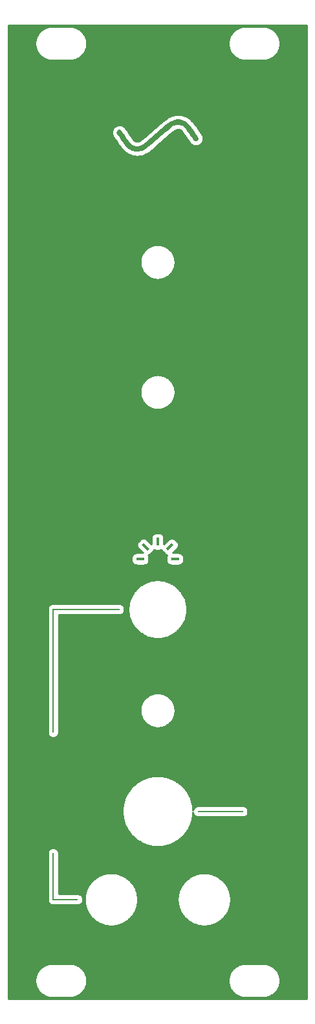
<source format=gtl>
G04 #@! TF.GenerationSoftware,KiCad,Pcbnew,(5.1.5-0-10_14)*
G04 #@! TF.CreationDate,2020-10-10T14:38:43-04:00*
G04 #@! TF.ProjectId,AYOM - Power Supply Front Panel,41594f4d-202d-4205-906f-776572205375,rev?*
G04 #@! TF.SameCoordinates,Original*
G04 #@! TF.FileFunction,Copper,L1,Top*
G04 #@! TF.FilePolarity,Positive*
%FSLAX46Y46*%
G04 Gerber Fmt 4.6, Leading zero omitted, Abs format (unit mm)*
G04 Created by KiCad (PCBNEW (5.1.5-0-10_14)) date 2020-10-10 14:38:43*
%MOMM*%
%LPD*%
G04 APERTURE LIST*
%ADD10C,0.100000*%
%ADD11C,0.254000*%
G04 APERTURE END LIST*
D10*
G36*
X133447965Y-54308102D02*
G01*
X133418684Y-54326446D01*
X133388698Y-54341263D01*
X133358359Y-54352905D01*
X133327315Y-54361724D01*
X133295918Y-54367369D01*
X133264521Y-54369838D01*
X133233123Y-54369838D01*
X133201373Y-54367016D01*
X133165390Y-54359960D01*
X133130465Y-54350083D01*
X133096246Y-54336324D01*
X133063437Y-54319038D01*
X133032746Y-54298224D01*
X133004171Y-54274235D01*
X132978065Y-54246719D01*
X132954782Y-54215321D01*
X132851418Y-54063627D01*
X132748054Y-53911933D01*
X132644690Y-53760238D01*
X132540973Y-53608544D01*
X132437609Y-53456849D01*
X132334246Y-53305155D01*
X132230882Y-53153460D01*
X132127518Y-53001413D01*
X132008279Y-52838430D01*
X131885159Y-52694496D01*
X131759218Y-52568908D01*
X131630101Y-52462721D01*
X131497809Y-52375233D01*
X131362343Y-52307146D01*
X131224407Y-52258463D01*
X131084001Y-52229183D01*
X131082943Y-52229183D01*
X131081884Y-52229183D01*
X131081179Y-52228830D01*
X131080826Y-52228830D01*
X131080121Y-52228830D01*
X131079415Y-52228830D01*
X131078357Y-52228477D01*
X131077298Y-52228477D01*
X130933365Y-52220010D01*
X130786610Y-52230594D01*
X130638090Y-52260933D01*
X130487101Y-52310321D01*
X130334348Y-52379466D01*
X130179479Y-52467660D01*
X130022846Y-52575610D01*
X129864096Y-52702610D01*
X129518373Y-53000355D01*
X129173004Y-53298452D01*
X128826929Y-53595844D01*
X128481560Y-53893941D01*
X128135837Y-54191685D01*
X127790115Y-54489430D01*
X127444393Y-54787174D01*
X127098671Y-55084919D01*
X126881007Y-55257427D01*
X126661226Y-55404183D01*
X126439329Y-55524480D01*
X126216373Y-55618671D01*
X125993418Y-55685699D01*
X125770462Y-55725563D01*
X125548565Y-55737558D01*
X125328432Y-55722035D01*
X125327374Y-55722741D01*
X125326668Y-55723446D01*
X125325610Y-55724152D01*
X125325257Y-55724152D01*
X125324551Y-55724505D01*
X125323846Y-55724505D01*
X125322787Y-55724505D01*
X125321729Y-55724152D01*
X125106535Y-55680760D01*
X124896632Y-55610205D01*
X124693079Y-55513191D01*
X124495876Y-55389719D01*
X124306082Y-55240846D01*
X124124049Y-55066927D01*
X123950129Y-54868313D01*
X123785382Y-54646063D01*
X123682018Y-54494369D01*
X123578654Y-54342674D01*
X123474937Y-54190627D01*
X123371926Y-54039285D01*
X123268210Y-53887591D01*
X123164846Y-53735544D01*
X123061482Y-53583849D01*
X122958118Y-53432155D01*
X122924251Y-53369360D01*
X122904143Y-53302333D01*
X122897440Y-53233894D01*
X122903437Y-53165808D01*
X122922840Y-53100191D01*
X122954237Y-53039160D01*
X122997982Y-52985185D01*
X123053721Y-52939324D01*
X123081943Y-52921685D01*
X123111576Y-52907221D01*
X123141915Y-52895580D01*
X123173312Y-52886760D01*
X123204710Y-52881116D01*
X123236812Y-52877941D01*
X123268562Y-52877941D01*
X123300312Y-52880763D01*
X123336296Y-52887466D01*
X123371221Y-52898049D01*
X123404735Y-52911808D01*
X123436485Y-52929446D01*
X123466824Y-52950260D01*
X123495046Y-52974249D01*
X123520799Y-53001413D01*
X123544082Y-53031399D01*
X123647446Y-53183446D01*
X123750810Y-53335141D01*
X123854174Y-53486835D01*
X123957890Y-53638530D01*
X124061254Y-53790224D01*
X124164618Y-53941919D01*
X124267982Y-54093613D01*
X124371346Y-54245308D01*
X124491290Y-54409702D01*
X124614410Y-54554694D01*
X124740704Y-54680635D01*
X124870174Y-54787527D01*
X125002465Y-54875016D01*
X125137579Y-54943102D01*
X125276221Y-54991785D01*
X125417685Y-55021066D01*
X125418037Y-55021066D01*
X125418390Y-55021419D01*
X125418743Y-55021419D01*
X125419096Y-55021419D01*
X125419801Y-55021419D01*
X125420154Y-55021419D01*
X125420507Y-55021419D01*
X125420860Y-55021771D01*
X125565146Y-55030238D01*
X125711901Y-55019302D01*
X125861126Y-54988610D01*
X126012468Y-54938516D01*
X126165573Y-54869019D01*
X126320443Y-54780119D01*
X126477076Y-54671816D01*
X126634768Y-54544110D01*
X126980490Y-54247071D01*
X127325860Y-53949327D01*
X127671229Y-53652288D01*
X128016951Y-53354896D01*
X128362673Y-53057505D01*
X128708043Y-52760113D01*
X129054118Y-52462721D01*
X129399487Y-52165330D01*
X129617504Y-51992821D01*
X129837990Y-51846066D01*
X130059887Y-51725416D01*
X130282843Y-51631224D01*
X130506504Y-51563844D01*
X130729460Y-51523627D01*
X130951004Y-51510574D01*
X131170079Y-51525038D01*
X131171490Y-51525391D01*
X131172548Y-51525391D01*
X131173959Y-51525744D01*
X131175018Y-51525744D01*
X131176076Y-51525744D01*
X131177134Y-51526097D01*
X131178193Y-51526097D01*
X131179604Y-51526449D01*
X131394093Y-51569488D01*
X131603290Y-51639691D01*
X131807196Y-51736352D01*
X132004046Y-51859119D01*
X132193840Y-52007638D01*
X132376226Y-52180852D01*
X132549440Y-52378760D01*
X132713482Y-52601010D01*
X132816846Y-52753058D01*
X132920209Y-52905105D01*
X133023573Y-53057505D01*
X133126937Y-53209552D01*
X133230301Y-53361599D01*
X133333665Y-53513646D01*
X133437029Y-53665694D01*
X133540393Y-53817741D01*
X133574965Y-53880888D01*
X133595779Y-53947563D01*
X133602482Y-54015296D01*
X133596484Y-54083030D01*
X133577434Y-54147941D01*
X133546037Y-54208619D01*
X133502646Y-54262594D01*
X133447965Y-54308102D01*
G37*
G36*
X139457605Y-141908080D02*
G01*
X139457605Y-142084469D01*
X133518238Y-142084469D01*
X133514711Y-141908080D01*
X139457605Y-141908080D01*
G37*
G36*
X114664277Y-153411600D02*
G01*
X117826930Y-153411600D01*
X117823402Y-153542128D01*
X117823402Y-153587989D01*
X114487888Y-153587989D01*
X114487888Y-147396739D01*
X114664277Y-147396739D01*
X114664277Y-153411600D01*
G37*
G36*
X114487888Y-115475922D02*
G01*
X123289694Y-115475922D01*
X123282638Y-115652311D01*
X114664277Y-115652311D01*
X114664277Y-131701583D01*
X114487888Y-131701583D01*
X114487888Y-115475922D01*
G37*
G36*
X130348777Y-107144334D02*
G01*
X129622055Y-107871409D01*
X129371583Y-107620937D01*
X130098305Y-106897742D01*
X130348777Y-107144334D01*
G37*
G36*
X127142062Y-107624218D02*
G01*
X126891590Y-107871162D01*
X126164868Y-107144440D01*
X126415340Y-106897496D01*
X127142062Y-107624218D01*
G37*
G36*
X126493022Y-108986081D02*
G01*
X126503605Y-109162470D01*
X125477022Y-109162470D01*
X125477022Y-108809692D01*
X126503605Y-108809692D01*
X126493022Y-108986081D01*
G37*
G36*
X131036764Y-108809692D02*
G01*
X131036764Y-109162470D01*
X130010181Y-109162470D01*
X130020764Y-108986081D01*
X130010181Y-108809692D01*
X131036764Y-108809692D01*
G37*
G36*
X128433299Y-106206228D02*
G01*
X128433299Y-107232459D01*
X128256910Y-107222228D01*
X128080521Y-107232459D01*
X128080521Y-106206228D01*
X128433299Y-106206228D01*
G37*
D11*
G36*
X147760688Y-166465010D02*
G01*
X108735000Y-166465010D01*
X108735000Y-164099381D01*
X112214388Y-164099381D01*
X112214399Y-164099597D01*
X112214388Y-164099813D01*
X112215933Y-164131041D01*
X112218956Y-164193010D01*
X112219008Y-164193218D01*
X112221020Y-164233893D01*
X112220828Y-164235230D01*
X112224105Y-164296262D01*
X112225584Y-164326163D01*
X112225782Y-164327495D01*
X112225854Y-164328836D01*
X112230366Y-164358329D01*
X112239369Y-164418886D01*
X112239826Y-164420161D01*
X112254856Y-164518405D01*
X112259543Y-164549182D01*
X112259596Y-164549392D01*
X112259629Y-164549605D01*
X112267228Y-164579366D01*
X112291131Y-164673255D01*
X112291167Y-164673917D01*
X112306443Y-164733400D01*
X112314093Y-164763449D01*
X112314321Y-164764079D01*
X112314484Y-164764713D01*
X112324885Y-164793247D01*
X112346014Y-164851588D01*
X112346358Y-164852157D01*
X112357554Y-164882874D01*
X112357638Y-164883409D01*
X112378987Y-164941672D01*
X112389470Y-164970432D01*
X112389702Y-164970916D01*
X112389890Y-164971428D01*
X112403400Y-164999439D01*
X112430051Y-165054934D01*
X112430374Y-165055364D01*
X112470734Y-165139042D01*
X112483750Y-165166172D01*
X112484085Y-165166724D01*
X112484371Y-165167317D01*
X112500288Y-165193420D01*
X112579556Y-165324020D01*
X112594993Y-165349650D01*
X112595635Y-165350512D01*
X112596199Y-165351441D01*
X112614302Y-165375569D01*
X112668248Y-165447981D01*
X112668436Y-165448375D01*
X112705462Y-165497933D01*
X112723984Y-165522796D01*
X112724279Y-165523121D01*
X112724542Y-165523472D01*
X112745382Y-165546303D01*
X112787086Y-165592119D01*
X112787439Y-165592380D01*
X112847457Y-165658133D01*
X112866807Y-165679634D01*
X112868457Y-165681140D01*
X112869963Y-165682790D01*
X112891443Y-165702121D01*
X113003644Y-165804535D01*
X113025898Y-165824867D01*
X113026014Y-165824954D01*
X113026125Y-165825055D01*
X113050631Y-165843364D01*
X113124011Y-165898241D01*
X113124095Y-165898335D01*
X113173095Y-165934950D01*
X113198975Y-165954304D01*
X113199088Y-165954373D01*
X113199188Y-165954447D01*
X113225997Y-165970647D01*
X113279187Y-166002817D01*
X113279303Y-166002859D01*
X113356928Y-166049766D01*
X113382280Y-166065225D01*
X113383420Y-166065775D01*
X113384519Y-166066439D01*
X113411578Y-166079356D01*
X113494453Y-166119329D01*
X113495083Y-166119801D01*
X113550618Y-166146419D01*
X113578169Y-166159707D01*
X113578909Y-166159978D01*
X113579616Y-166160317D01*
X113608230Y-166170722D01*
X113666188Y-166191959D01*
X113666967Y-166192081D01*
X113756115Y-166224498D01*
X113784857Y-166234995D01*
X113785288Y-166235106D01*
X113785706Y-166235258D01*
X113815536Y-166242894D01*
X113909253Y-166267024D01*
X113910465Y-166267601D01*
X113969814Y-166282618D01*
X113998727Y-166290062D01*
X114000043Y-166290266D01*
X114001343Y-166290595D01*
X114031006Y-166295067D01*
X114091361Y-166304426D01*
X114092701Y-166304369D01*
X114130094Y-166310007D01*
X114130712Y-166310228D01*
X114191835Y-166319315D01*
X114222132Y-166323883D01*
X114222786Y-166323917D01*
X114223434Y-166324013D01*
X114254054Y-166325528D01*
X114315749Y-166328706D01*
X114316398Y-166328611D01*
X114403160Y-166332903D01*
X114418808Y-166334444D01*
X114434317Y-166334444D01*
X114449783Y-166335209D01*
X114465463Y-166334444D01*
X116734647Y-166334444D01*
X116750327Y-166335209D01*
X116765793Y-166334444D01*
X116781303Y-166334444D01*
X116796951Y-166332903D01*
X116883714Y-166328611D01*
X116884363Y-166328706D01*
X116946069Y-166325527D01*
X116976677Y-166324013D01*
X116977325Y-166323917D01*
X116977979Y-166323883D01*
X117008242Y-166319320D01*
X117069400Y-166310228D01*
X117070019Y-166310006D01*
X117107408Y-166304369D01*
X117108746Y-166304426D01*
X117169166Y-166295058D01*
X117198767Y-166290595D01*
X117200060Y-166290268D01*
X117201381Y-166290063D01*
X117230420Y-166282586D01*
X117289645Y-166267601D01*
X117290853Y-166267026D01*
X117385893Y-166242556D01*
X117414874Y-166235113D01*
X117415055Y-166235047D01*
X117415253Y-166234996D01*
X117444777Y-166224213D01*
X117532740Y-166192150D01*
X117532960Y-166192116D01*
X117591195Y-166170843D01*
X117620593Y-166160127D01*
X117620796Y-166160030D01*
X117621011Y-166159951D01*
X117649517Y-166146237D01*
X117705095Y-166119546D01*
X117705274Y-166119412D01*
X117788404Y-166079417D01*
X117815591Y-166066439D01*
X117816414Y-166065941D01*
X117817280Y-166065525D01*
X117843028Y-166049859D01*
X117921182Y-166002633D01*
X117921717Y-166002438D01*
X117974626Y-165970338D01*
X118000923Y-165954447D01*
X118001378Y-165954107D01*
X118001861Y-165953814D01*
X118026472Y-165935356D01*
X118076015Y-165898335D01*
X118076393Y-165897915D01*
X118148802Y-165843608D01*
X118172873Y-165825682D01*
X118173670Y-165824957D01*
X118174535Y-165824308D01*
X118196772Y-165803935D01*
X118308637Y-165702145D01*
X118330916Y-165682026D01*
X118331726Y-165681135D01*
X118332609Y-165680332D01*
X118352602Y-165658186D01*
X118454583Y-165546076D01*
X118475028Y-165523699D01*
X118475440Y-165523149D01*
X118475905Y-165522637D01*
X118494028Y-165498294D01*
X118585636Y-165375800D01*
X118603914Y-165351438D01*
X118604169Y-165351018D01*
X118604465Y-165350622D01*
X118620255Y-165324514D01*
X118699886Y-165193314D01*
X118715737Y-165167320D01*
X118716022Y-165166729D01*
X118716362Y-165166169D01*
X118729531Y-165138722D01*
X118769734Y-165055368D01*
X118770060Y-165054934D01*
X118796871Y-164999105D01*
X118810219Y-164971431D01*
X118810405Y-164970923D01*
X118810641Y-164970432D01*
X118821207Y-164941445D01*
X118842472Y-164883413D01*
X118842556Y-164882876D01*
X118853753Y-164852157D01*
X118854097Y-164851588D01*
X118875189Y-164793349D01*
X118885627Y-164764713D01*
X118885791Y-164764076D01*
X118886018Y-164763448D01*
X118893668Y-164733400D01*
X118908944Y-164673918D01*
X118908981Y-164673254D01*
X118932871Y-164579415D01*
X118940482Y-164549605D01*
X118940515Y-164549392D01*
X118940568Y-164549182D01*
X118945255Y-164518405D01*
X118960286Y-164420159D01*
X118960742Y-164418885D01*
X118969739Y-164358372D01*
X118974257Y-164328837D01*
X118974329Y-164327494D01*
X118974527Y-164326163D01*
X118976005Y-164296273D01*
X118979283Y-164235231D01*
X118979091Y-164233894D01*
X118981103Y-164193218D01*
X118981155Y-164193010D01*
X118984173Y-164131152D01*
X118985723Y-164099814D01*
X118985712Y-164099597D01*
X118985723Y-164099380D01*
X118985656Y-164098020D01*
X137510179Y-164098020D01*
X137510253Y-164099597D01*
X137510179Y-164101174D01*
X137511706Y-164130767D01*
X137514546Y-164191658D01*
X137514928Y-164193200D01*
X137520326Y-164297796D01*
X137521855Y-164327468D01*
X137521859Y-164327493D01*
X137521860Y-164327517D01*
X137525562Y-164352055D01*
X137541240Y-164456038D01*
X137541219Y-164456509D01*
X137550528Y-164517634D01*
X137555145Y-164548258D01*
X137555261Y-164548717D01*
X137555332Y-164549182D01*
X137562941Y-164579071D01*
X137578139Y-164639135D01*
X137578341Y-164639560D01*
X137587087Y-164673914D01*
X137587164Y-164675252D01*
X137602477Y-164734361D01*
X137609882Y-164763449D01*
X137610338Y-164764709D01*
X137610672Y-164765997D01*
X137620953Y-164794018D01*
X137641803Y-164851588D01*
X137642497Y-164852736D01*
X137675199Y-164941864D01*
X137685525Y-164970226D01*
X137685864Y-164970933D01*
X137686135Y-164971671D01*
X137699341Y-164999021D01*
X137775304Y-165157345D01*
X137779539Y-165166172D01*
X137875751Y-165324690D01*
X137891435Y-165350621D01*
X137891729Y-165351013D01*
X137891988Y-165351441D01*
X137910463Y-165376064D01*
X138001848Y-165498261D01*
X138019995Y-165522637D01*
X138020460Y-165523149D01*
X138020872Y-165523699D01*
X138041317Y-165546076D01*
X138143258Y-165658143D01*
X138163291Y-165680333D01*
X138164179Y-165681141D01*
X138164984Y-165682026D01*
X138187139Y-165702033D01*
X138299299Y-165804091D01*
X138321366Y-165824308D01*
X138322225Y-165824952D01*
X138323027Y-165825682D01*
X138347219Y-165843698D01*
X138419503Y-165897911D01*
X138419884Y-165898335D01*
X138469558Y-165935453D01*
X138494039Y-165953814D01*
X138494522Y-165954107D01*
X138494977Y-165954447D01*
X138521395Y-165970411D01*
X138574184Y-166002438D01*
X138574715Y-166002631D01*
X138652949Y-166049906D01*
X138678620Y-166065525D01*
X138679481Y-166065939D01*
X138680308Y-166066439D01*
X138707583Y-166079459D01*
X138790626Y-166119412D01*
X138790805Y-166119546D01*
X138846383Y-166146237D01*
X138874889Y-166159951D01*
X138875104Y-166160030D01*
X138875307Y-166160127D01*
X138904550Y-166170786D01*
X138962939Y-166192116D01*
X138963161Y-166192150D01*
X139051583Y-166224381D01*
X139080647Y-166234996D01*
X139080845Y-166235047D01*
X139081026Y-166235113D01*
X139110077Y-166242574D01*
X139205147Y-166267052D01*
X139206451Y-166267672D01*
X139265594Y-166282616D01*
X139294518Y-166290063D01*
X139295942Y-166290284D01*
X139297336Y-166290636D01*
X139326823Y-166295072D01*
X139387152Y-166304426D01*
X139388595Y-166304365D01*
X139426304Y-166310037D01*
X139426788Y-166310211D01*
X139487950Y-166319311D01*
X139518479Y-166323904D01*
X139518994Y-166323930D01*
X139519509Y-166324007D01*
X139550569Y-166325547D01*
X139612098Y-166328696D01*
X139612607Y-166328622D01*
X139698919Y-166332900D01*
X139714597Y-166334444D01*
X139730070Y-166334444D01*
X139745504Y-166335209D01*
X139761219Y-166334444D01*
X142030436Y-166334444D01*
X142046116Y-166335209D01*
X142061582Y-166334444D01*
X142077092Y-166334444D01*
X142092740Y-166332903D01*
X142179503Y-166328611D01*
X142180152Y-166328706D01*
X142241858Y-166325527D01*
X142272466Y-166324013D01*
X142273114Y-166323917D01*
X142273768Y-166323883D01*
X142304031Y-166319320D01*
X142365189Y-166310228D01*
X142365808Y-166310006D01*
X142403019Y-166304396D01*
X142404182Y-166304446D01*
X142464831Y-166295077D01*
X142494556Y-166290595D01*
X142495677Y-166290311D01*
X142496825Y-166290134D01*
X142526075Y-166282620D01*
X142585434Y-166267601D01*
X142586482Y-166267102D01*
X142686853Y-166241318D01*
X142711016Y-166235113D01*
X142711034Y-166235106D01*
X142711059Y-166235100D01*
X142740961Y-166224198D01*
X142829177Y-166192043D01*
X142829712Y-166191959D01*
X142887975Y-166170610D01*
X142916735Y-166160127D01*
X142917219Y-166159895D01*
X142917731Y-166159707D01*
X142945742Y-166146197D01*
X143001237Y-166119546D01*
X143001667Y-166119223D01*
X143084560Y-166079242D01*
X143111380Y-166066439D01*
X143112467Y-166065782D01*
X143113620Y-166065226D01*
X143139155Y-166049655D01*
X143216596Y-166002860D01*
X143216713Y-166002817D01*
X143269322Y-165970998D01*
X143296712Y-165954447D01*
X143296816Y-165954369D01*
X143296924Y-165954304D01*
X143322236Y-165935374D01*
X143371804Y-165898335D01*
X143371887Y-165898242D01*
X143444591Y-165843871D01*
X143469015Y-165825682D01*
X143469489Y-165825250D01*
X143470002Y-165824867D01*
X143492490Y-165804321D01*
X143604779Y-165702145D01*
X143627058Y-165682026D01*
X143627868Y-165681135D01*
X143628751Y-165680332D01*
X143648744Y-165658186D01*
X143750725Y-165546076D01*
X143771170Y-165523699D01*
X143771582Y-165523149D01*
X143772047Y-165522637D01*
X143790170Y-165498294D01*
X143844544Y-165425586D01*
X143844638Y-165425502D01*
X143881253Y-165376502D01*
X143900607Y-165350622D01*
X143900676Y-165350509D01*
X143900750Y-165350409D01*
X143916950Y-165323600D01*
X143949120Y-165270410D01*
X143949162Y-165270294D01*
X143996069Y-165192669D01*
X144011528Y-165167317D01*
X144012078Y-165166177D01*
X144012742Y-165165078D01*
X144025659Y-165138019D01*
X144065525Y-165055366D01*
X144065849Y-165054934D01*
X144092533Y-164999370D01*
X144106010Y-164971428D01*
X144106198Y-164970916D01*
X144106430Y-164970432D01*
X144116913Y-164941672D01*
X144138262Y-164883409D01*
X144138346Y-164882874D01*
X144149542Y-164852157D01*
X144149886Y-164851588D01*
X144170978Y-164793349D01*
X144181416Y-164764713D01*
X144181580Y-164764076D01*
X144181807Y-164763448D01*
X144189457Y-164733400D01*
X144204733Y-164673918D01*
X144204770Y-164673254D01*
X144228660Y-164579415D01*
X144236271Y-164549605D01*
X144236304Y-164549392D01*
X144236357Y-164549182D01*
X144241044Y-164518405D01*
X144256075Y-164420159D01*
X144256531Y-164418885D01*
X144265528Y-164358372D01*
X144270046Y-164328837D01*
X144270118Y-164327494D01*
X144270316Y-164326163D01*
X144271794Y-164296273D01*
X144275072Y-164235231D01*
X144274880Y-164233894D01*
X144276892Y-164193218D01*
X144276944Y-164193010D01*
X144279962Y-164131152D01*
X144281512Y-164099814D01*
X144281501Y-164099597D01*
X144281512Y-164099380D01*
X144279962Y-164068052D01*
X144276944Y-164006184D01*
X144276892Y-164005976D01*
X144274880Y-163965301D01*
X144275072Y-163963964D01*
X144271795Y-163902923D01*
X144270316Y-163873032D01*
X144270118Y-163871701D01*
X144270046Y-163870358D01*
X144265528Y-163840823D01*
X144256531Y-163780310D01*
X144256075Y-163779037D01*
X144241212Y-163681886D01*
X144236288Y-163649670D01*
X144236276Y-163649623D01*
X144236271Y-163649590D01*
X144229455Y-163622893D01*
X144204760Y-163526118D01*
X144204733Y-163525629D01*
X144189324Y-163465626D01*
X144181704Y-163435766D01*
X144181537Y-163435307D01*
X144181416Y-163434834D01*
X144170832Y-163405797D01*
X144149735Y-163347644D01*
X144149483Y-163347227D01*
X144138453Y-163316969D01*
X144138419Y-163316747D01*
X144117089Y-163258358D01*
X144106430Y-163229115D01*
X144106333Y-163228912D01*
X144106254Y-163228697D01*
X144092540Y-163200191D01*
X144065849Y-163144613D01*
X144065715Y-163144434D01*
X144025762Y-163061391D01*
X144012742Y-163034116D01*
X144012242Y-163033289D01*
X144011828Y-163032428D01*
X143996209Y-163006757D01*
X143949162Y-162928900D01*
X143949120Y-162928784D01*
X143916950Y-162875594D01*
X143900750Y-162848785D01*
X143900676Y-162848685D01*
X143900607Y-162848572D01*
X143881253Y-162822692D01*
X143844638Y-162773692D01*
X143844544Y-162773608D01*
X143790500Y-162701342D01*
X143772671Y-162677316D01*
X143771877Y-162676441D01*
X143771170Y-162675495D01*
X143750980Y-162653397D01*
X143648306Y-162540174D01*
X143627989Y-162517745D01*
X143627865Y-162517633D01*
X143627753Y-162517509D01*
X143605095Y-162496984D01*
X143492102Y-162394518D01*
X143470002Y-162374327D01*
X143469056Y-162373620D01*
X143468181Y-162372826D01*
X143444095Y-162354952D01*
X143371887Y-162300951D01*
X143371802Y-162300857D01*
X143321747Y-162263454D01*
X143296924Y-162244890D01*
X143296814Y-162244824D01*
X143296709Y-162244745D01*
X143269250Y-162228152D01*
X143216713Y-162196377D01*
X143216595Y-162196334D01*
X143139173Y-162149551D01*
X143113624Y-162133971D01*
X143112469Y-162133414D01*
X143111377Y-162132754D01*
X143084446Y-162119898D01*
X143001670Y-162079973D01*
X143001237Y-162079648D01*
X142945441Y-162052853D01*
X142917734Y-162039489D01*
X142917226Y-162039303D01*
X142916735Y-162039067D01*
X142887748Y-162028501D01*
X142829716Y-162007236D01*
X142829179Y-162007152D01*
X142798455Y-161995953D01*
X142797886Y-161995609D01*
X142739852Y-161974592D01*
X142711016Y-161964081D01*
X142710371Y-161963915D01*
X142709746Y-161963689D01*
X142680111Y-161956144D01*
X142620220Y-161940764D01*
X142619553Y-161940727D01*
X142525434Y-161916766D01*
X142495911Y-161909228D01*
X142495695Y-161909195D01*
X142495479Y-161909140D01*
X142465070Y-161904509D01*
X142366465Y-161889423D01*
X142365189Y-161888966D01*
X142304707Y-161879974D01*
X142275143Y-161875451D01*
X142273795Y-161875379D01*
X142272466Y-161875181D01*
X142242620Y-161873705D01*
X142181538Y-161870425D01*
X142180200Y-161870617D01*
X142092740Y-161866291D01*
X142077092Y-161864750D01*
X142061582Y-161864750D01*
X142046116Y-161863985D01*
X142030436Y-161864750D01*
X139761219Y-161864750D01*
X139745504Y-161863985D01*
X139730070Y-161864750D01*
X139714597Y-161864750D01*
X139698919Y-161866294D01*
X139611914Y-161870607D01*
X139610715Y-161870434D01*
X139549688Y-161873691D01*
X139519509Y-161875187D01*
X139518306Y-161875366D01*
X139517107Y-161875430D01*
X139487517Y-161879947D01*
X139426788Y-161888983D01*
X139425646Y-161889392D01*
X139388586Y-161895049D01*
X139388531Y-161895047D01*
X139329150Y-161904123D01*
X139295983Y-161909186D01*
X139295923Y-161909201D01*
X139295866Y-161909210D01*
X139265256Y-161917021D01*
X139205148Y-161932347D01*
X139205097Y-161932372D01*
X139172313Y-161940737D01*
X139171821Y-161940764D01*
X139111769Y-161956186D01*
X139081961Y-161963792D01*
X139081500Y-161963959D01*
X139081026Y-161964081D01*
X139052134Y-161974612D01*
X138993839Y-161995760D01*
X138993419Y-161996015D01*
X138963159Y-162007044D01*
X138962936Y-162007079D01*
X138904429Y-162028452D01*
X138875307Y-162039067D01*
X138875105Y-162039164D01*
X138874886Y-162039244D01*
X138846209Y-162053041D01*
X138790805Y-162079648D01*
X138790625Y-162079783D01*
X138707718Y-162119671D01*
X138680312Y-162132754D01*
X138679480Y-162133257D01*
X138678617Y-162133672D01*
X138653025Y-162149243D01*
X138574717Y-162196562D01*
X138574184Y-162196756D01*
X138521378Y-162228793D01*
X138494980Y-162244745D01*
X138494524Y-162245086D01*
X138494039Y-162245380D01*
X138469497Y-162263787D01*
X138419887Y-162300857D01*
X138419506Y-162301280D01*
X138347674Y-162355155D01*
X138323861Y-162372826D01*
X138322658Y-162373917D01*
X138321366Y-162374886D01*
X138299650Y-162394781D01*
X138186947Y-162496984D01*
X138164289Y-162517509D01*
X138164177Y-162517633D01*
X138164053Y-162517745D01*
X138143736Y-162540174D01*
X138041062Y-162653397D01*
X138020872Y-162675495D01*
X138020165Y-162676441D01*
X138019371Y-162677316D01*
X138001497Y-162701402D01*
X137910463Y-162823130D01*
X137891988Y-162847753D01*
X137891729Y-162848181D01*
X137891435Y-162848573D01*
X137875751Y-162874504D01*
X137828011Y-162953160D01*
X137827801Y-162953390D01*
X137796149Y-163005655D01*
X137779539Y-163033022D01*
X137779403Y-163033306D01*
X137779241Y-163033573D01*
X137765838Y-163061578D01*
X137738989Y-163117539D01*
X137738911Y-163117842D01*
X137699257Y-163200699D01*
X137686135Y-163227876D01*
X137685755Y-163228912D01*
X137685283Y-163229898D01*
X137675082Y-163258000D01*
X137642557Y-163346648D01*
X137641954Y-163347644D01*
X137621073Y-163405203D01*
X137610672Y-163433550D01*
X137610380Y-163434677D01*
X137609985Y-163435766D01*
X137602554Y-163464887D01*
X137587164Y-163524295D01*
X137587097Y-163525459D01*
X137578417Y-163559476D01*
X137578139Y-163560060D01*
X137562991Y-163619928D01*
X137555401Y-163649672D01*
X137555303Y-163650312D01*
X137555145Y-163650937D01*
X137550594Y-163681123D01*
X137541238Y-163742337D01*
X137541267Y-163742982D01*
X137526596Y-163840283D01*
X137521860Y-163871678D01*
X137521859Y-163871702D01*
X137521855Y-163871727D01*
X137520421Y-163899565D01*
X137514928Y-164005992D01*
X137514546Y-164007535D01*
X137511706Y-164068431D01*
X137510179Y-164098020D01*
X118985656Y-164098020D01*
X118984173Y-164068052D01*
X118981155Y-164006184D01*
X118981103Y-164005976D01*
X118979091Y-163965301D01*
X118979283Y-163963964D01*
X118976006Y-163902923D01*
X118974527Y-163873032D01*
X118974329Y-163871701D01*
X118974257Y-163870358D01*
X118969739Y-163840823D01*
X118960742Y-163780310D01*
X118960286Y-163779037D01*
X118945423Y-163681886D01*
X118940499Y-163649670D01*
X118940487Y-163649623D01*
X118940482Y-163649590D01*
X118933666Y-163622893D01*
X118908971Y-163526118D01*
X118908944Y-163525629D01*
X118893535Y-163465626D01*
X118885915Y-163435766D01*
X118885748Y-163435307D01*
X118885627Y-163434834D01*
X118875043Y-163405797D01*
X118853946Y-163347644D01*
X118853694Y-163347227D01*
X118842664Y-163316967D01*
X118842629Y-163316744D01*
X118821256Y-163258237D01*
X118810641Y-163229115D01*
X118810544Y-163228913D01*
X118810464Y-163228694D01*
X118796667Y-163200017D01*
X118770060Y-163144613D01*
X118769925Y-163144433D01*
X118729771Y-163060973D01*
X118716362Y-163033025D01*
X118716182Y-163032728D01*
X118716036Y-163032425D01*
X118700305Y-163006569D01*
X118620255Y-162874680D01*
X118604465Y-162848572D01*
X118604169Y-162848176D01*
X118603914Y-162847756D01*
X118585636Y-162823394D01*
X118494358Y-162701342D01*
X118476529Y-162677316D01*
X118475735Y-162676441D01*
X118475028Y-162675495D01*
X118454838Y-162653397D01*
X118352164Y-162540174D01*
X118331847Y-162517745D01*
X118331723Y-162517633D01*
X118331611Y-162517509D01*
X118308953Y-162496984D01*
X118196348Y-162394870D01*
X118174535Y-162374886D01*
X118173238Y-162373913D01*
X118172039Y-162372826D01*
X118148323Y-162355227D01*
X118076393Y-162301279D01*
X118076013Y-162300857D01*
X118026467Y-162263835D01*
X118001861Y-162245380D01*
X118001376Y-162245086D01*
X118000920Y-162244745D01*
X117974607Y-162228845D01*
X117921717Y-162196756D01*
X117921181Y-162196561D01*
X117842875Y-162149243D01*
X117817283Y-162133672D01*
X117816420Y-162133257D01*
X117815588Y-162132754D01*
X117788182Y-162119671D01*
X117705275Y-162079783D01*
X117705095Y-162079648D01*
X117649691Y-162053041D01*
X117621014Y-162039244D01*
X117620795Y-162039164D01*
X117620593Y-162039067D01*
X117591471Y-162028452D01*
X117532964Y-162007079D01*
X117532741Y-162007044D01*
X117502479Y-161996014D01*
X117502060Y-161995760D01*
X117443837Y-161974638D01*
X117414874Y-161964081D01*
X117414400Y-161963959D01*
X117413939Y-161963792D01*
X117384100Y-161956178D01*
X117324078Y-161940764D01*
X117323587Y-161940737D01*
X117229450Y-161916716D01*
X117200122Y-161909228D01*
X117200076Y-161909221D01*
X117200033Y-161909210D01*
X117172377Y-161904983D01*
X117070676Y-161889423D01*
X117069400Y-161888966D01*
X117008918Y-161879974D01*
X116979354Y-161875451D01*
X116978006Y-161875379D01*
X116976677Y-161875181D01*
X116946831Y-161873705D01*
X116885749Y-161870425D01*
X116884411Y-161870617D01*
X116796951Y-161866291D01*
X116781303Y-161864750D01*
X116765793Y-161864750D01*
X116750327Y-161863985D01*
X116734647Y-161864750D01*
X114465463Y-161864750D01*
X114449783Y-161863985D01*
X114434317Y-161864750D01*
X114418808Y-161864750D01*
X114403160Y-161866291D01*
X114315700Y-161870617D01*
X114314362Y-161870425D01*
X114253273Y-161873705D01*
X114223434Y-161875181D01*
X114222105Y-161875379D01*
X114220756Y-161875451D01*
X114191146Y-161879981D01*
X114130712Y-161888966D01*
X114129437Y-161889423D01*
X114029973Y-161904640D01*
X114000075Y-161909210D01*
X114000029Y-161909222D01*
X113999988Y-161909228D01*
X113973442Y-161916006D01*
X113876762Y-161940676D01*
X113876518Y-161940689D01*
X113816621Y-161956022D01*
X113786171Y-161963792D01*
X113785937Y-161963877D01*
X113785706Y-161963936D01*
X113756698Y-161974484D01*
X113698049Y-161995761D01*
X113697842Y-161995886D01*
X113666965Y-162007114D01*
X113666184Y-162007236D01*
X113608384Y-162028416D01*
X113579616Y-162038877D01*
X113578901Y-162039220D01*
X113578166Y-162039489D01*
X113550801Y-162052688D01*
X113495083Y-162079393D01*
X113494451Y-162079867D01*
X113411537Y-162119858D01*
X113384523Y-162132754D01*
X113383427Y-162133417D01*
X113382277Y-162133971D01*
X113356802Y-162149505D01*
X113279305Y-162196334D01*
X113279187Y-162196377D01*
X113225913Y-162228597D01*
X113199191Y-162244745D01*
X113199090Y-162244820D01*
X113198975Y-162244890D01*
X113172708Y-162264534D01*
X113124098Y-162300857D01*
X113124014Y-162300950D01*
X113051319Y-162355315D01*
X113026958Y-162373452D01*
X113026450Y-162373915D01*
X113025898Y-162374327D01*
X113003438Y-162394847D01*
X112891487Y-162496685D01*
X112869266Y-162516745D01*
X112868456Y-162517635D01*
X112867569Y-162518442D01*
X112847532Y-162540630D01*
X112746548Y-162651609D01*
X112723984Y-162676398D01*
X112723950Y-162676444D01*
X112723917Y-162676480D01*
X112709747Y-162695508D01*
X112614302Y-162823625D01*
X112596199Y-162847753D01*
X112595635Y-162848682D01*
X112594993Y-162849544D01*
X112579556Y-162875174D01*
X112500031Y-163006198D01*
X112484072Y-163032428D01*
X112483925Y-163032734D01*
X112483750Y-163033022D01*
X112470582Y-163060467D01*
X112430185Y-163144434D01*
X112430051Y-163144613D01*
X112403360Y-163200191D01*
X112389646Y-163228697D01*
X112389567Y-163228912D01*
X112389470Y-163229115D01*
X112378754Y-163258513D01*
X112357481Y-163316748D01*
X112357447Y-163316968D01*
X112346417Y-163347227D01*
X112346165Y-163347644D01*
X112325068Y-163405797D01*
X112314484Y-163434834D01*
X112314363Y-163435307D01*
X112314196Y-163435766D01*
X112306574Y-163465636D01*
X112291167Y-163525630D01*
X112291140Y-163526118D01*
X112266774Y-163621605D01*
X112259629Y-163649590D01*
X112259623Y-163649628D01*
X112259612Y-163649672D01*
X112255224Y-163678380D01*
X112239826Y-163779034D01*
X112239369Y-163780309D01*
X112230363Y-163840888D01*
X112225854Y-163870359D01*
X112225782Y-163871699D01*
X112225584Y-163873031D01*
X112224104Y-163902945D01*
X112220828Y-163963965D01*
X112221020Y-163965301D01*
X112219008Y-164005976D01*
X112218956Y-164006184D01*
X112215933Y-164068153D01*
X112214388Y-164099381D01*
X108735000Y-164099381D01*
X108735000Y-147396739D01*
X113852888Y-147396739D01*
X113852888Y-153587989D01*
X113858722Y-153647494D01*
X113864136Y-153706976D01*
X113864763Y-153709107D01*
X113864981Y-153711328D01*
X113882276Y-153768610D01*
X113899126Y-153825864D01*
X113900157Y-153827836D01*
X113900801Y-153829969D01*
X113928876Y-153882770D01*
X113956543Y-153935692D01*
X113957937Y-153937426D01*
X113958983Y-153939393D01*
X113996771Y-153985726D01*
X114034198Y-154032275D01*
X114035903Y-154033706D01*
X114037311Y-154035432D01*
X114083361Y-154073528D01*
X114129134Y-154111936D01*
X114131086Y-154113009D01*
X114132801Y-154114428D01*
X114185349Y-154142840D01*
X114237735Y-154171640D01*
X114239859Y-154172314D01*
X114241816Y-154173372D01*
X114298838Y-154191023D01*
X114355864Y-154209113D01*
X114358080Y-154209362D01*
X114360204Y-154210019D01*
X114419631Y-154216265D01*
X114479022Y-154222927D01*
X114483292Y-154222957D01*
X114483455Y-154222974D01*
X114483618Y-154222959D01*
X114487888Y-154222989D01*
X117823402Y-154222989D01*
X117882907Y-154217155D01*
X117942389Y-154211741D01*
X117944520Y-154211114D01*
X117946741Y-154210896D01*
X118004023Y-154193601D01*
X118061277Y-154176751D01*
X118063249Y-154175720D01*
X118065382Y-154175076D01*
X118118183Y-154147001D01*
X118171105Y-154119334D01*
X118172839Y-154117940D01*
X118174806Y-154116894D01*
X118221139Y-154079106D01*
X118267688Y-154041679D01*
X118269119Y-154039974D01*
X118270845Y-154038566D01*
X118308941Y-153992516D01*
X118347349Y-153946743D01*
X118348422Y-153944791D01*
X118349841Y-153943076D01*
X118378253Y-153890528D01*
X118407053Y-153838142D01*
X118407727Y-153836018D01*
X118408785Y-153834061D01*
X118426436Y-153777039D01*
X118444526Y-153720013D01*
X118444775Y-153717797D01*
X118445432Y-153715673D01*
X118451678Y-153656246D01*
X118458340Y-153596855D01*
X118458370Y-153592585D01*
X118458387Y-153592422D01*
X118458372Y-153592259D01*
X118458402Y-153587989D01*
X118458402Y-153550702D01*
X118459778Y-153499790D01*
X118681214Y-153499790D01*
X118685036Y-153538595D01*
X118687660Y-153647744D01*
X118687313Y-153664860D01*
X118688409Y-153678908D01*
X118688748Y-153692989D01*
X118690834Y-153709975D01*
X118699782Y-153824620D01*
X118700197Y-153839763D01*
X118702206Y-153855681D01*
X118703456Y-153871693D01*
X118706112Y-153886622D01*
X118720218Y-153998370D01*
X118721486Y-154014521D01*
X118724120Y-154029287D01*
X118726000Y-154044179D01*
X118729596Y-154059982D01*
X118749280Y-154170319D01*
X118751265Y-154185804D01*
X118754751Y-154200987D01*
X118757490Y-154216341D01*
X118761730Y-154231385D01*
X118786733Y-154340284D01*
X118789705Y-154356639D01*
X118793711Y-154370679D01*
X118796975Y-154384895D01*
X118802260Y-154400639D01*
X118832328Y-154506017D01*
X118835754Y-154520813D01*
X118840878Y-154535982D01*
X118845274Y-154551390D01*
X118850856Y-154565524D01*
X118885698Y-154668678D01*
X118890110Y-154684132D01*
X118895676Y-154698219D01*
X118900520Y-154712561D01*
X118907127Y-154727203D01*
X118946680Y-154827310D01*
X118951376Y-154841273D01*
X118958132Y-154856296D01*
X118964187Y-154871621D01*
X118970919Y-154884729D01*
X119015008Y-154982767D01*
X119021151Y-154998286D01*
X119027805Y-155011221D01*
X119033760Y-155024464D01*
X119042051Y-155038917D01*
X119090990Y-155134061D01*
X119096986Y-155147385D01*
X119105242Y-155161770D01*
X119112833Y-155176527D01*
X119120762Y-155188809D01*
X119173217Y-155280200D01*
X119180327Y-155294125D01*
X119188726Y-155307222D01*
X119196479Y-155320729D01*
X119205561Y-155333471D01*
X119263092Y-155423177D01*
X119270754Y-155436541D01*
X119279907Y-155449396D01*
X119288440Y-155462701D01*
X119298001Y-155474808D01*
X119358971Y-155560436D01*
X119367179Y-155573284D01*
X119377055Y-155585835D01*
X119386313Y-155598837D01*
X119396326Y-155610325D01*
X119460861Y-155692338D01*
X119469261Y-155704245D01*
X119480135Y-155716831D01*
X119490424Y-155729907D01*
X119500517Y-155740423D01*
X119569074Y-155819777D01*
X119578688Y-155832076D01*
X119589454Y-155843366D01*
X119599651Y-155855169D01*
X119610965Y-155865924D01*
X119683700Y-155942201D01*
X119693948Y-155954057D01*
X119705209Y-155964757D01*
X119715931Y-155976001D01*
X119727809Y-155986231D01*
X119803598Y-156058244D01*
X119813577Y-156068777D01*
X119826198Y-156079718D01*
X119838303Y-156091220D01*
X119849747Y-156100132D01*
X119928363Y-156168285D01*
X119939264Y-156178747D01*
X119951914Y-156188701D01*
X119964078Y-156199246D01*
X119976409Y-156207976D01*
X120059216Y-156273135D01*
X120071074Y-156283440D01*
X120083706Y-156292406D01*
X120095887Y-156301991D01*
X120109131Y-156310452D01*
X120195288Y-156371605D01*
X120207219Y-156381012D01*
X120220717Y-156389654D01*
X120233776Y-156398923D01*
X120246959Y-156406455D01*
X120335308Y-156463020D01*
X120347251Y-156471572D01*
X120361558Y-156479826D01*
X120375470Y-156488733D01*
X120388558Y-156495403D01*
X120480384Y-156548379D01*
X120493892Y-156557056D01*
X120507399Y-156563965D01*
X120520526Y-156571538D01*
X120535138Y-156578153D01*
X120630207Y-156626780D01*
X120643390Y-156634383D01*
X120657965Y-156640978D01*
X120672199Y-156648259D01*
X120686355Y-156653825D01*
X120783789Y-156697915D01*
X120797551Y-156704983D01*
X120812184Y-156710764D01*
X120826521Y-156717252D01*
X120841178Y-156722220D01*
X120941715Y-156761941D01*
X120956128Y-156768459D01*
X120970729Y-156773404D01*
X120985040Y-156779058D01*
X121000229Y-156783394D01*
X121104206Y-156818608D01*
X121119702Y-156824660D01*
X121133706Y-156828599D01*
X121147508Y-156833273D01*
X121163737Y-156837045D01*
X121269107Y-156866681D01*
X121282798Y-156871322D01*
X121299091Y-156875114D01*
X121315222Y-156879651D01*
X121329474Y-156882185D01*
X121436747Y-156907153D01*
X121452561Y-156911617D01*
X121467100Y-156914217D01*
X121481493Y-156917567D01*
X121497793Y-156919706D01*
X121608789Y-156939556D01*
X121624823Y-156943200D01*
X121639490Y-156945047D01*
X121654023Y-156947646D01*
X121670395Y-156948939D01*
X121783409Y-156963170D01*
X121799005Y-156965906D01*
X121814342Y-156967066D01*
X121829592Y-156968986D01*
X121845414Y-156969415D01*
X121959196Y-156978018D01*
X121974655Y-156979954D01*
X121990268Y-156980367D01*
X122005850Y-156981545D01*
X122021436Y-156981191D01*
X122138218Y-156984279D01*
X122154984Y-156985484D01*
X122169378Y-156985103D01*
X122183771Y-156985484D01*
X122200537Y-156984279D01*
X122317319Y-156981191D01*
X122332904Y-156981545D01*
X122348484Y-156980367D01*
X122364100Y-156979954D01*
X122379565Y-156978017D01*
X122493424Y-156969408D01*
X122509356Y-156968971D01*
X122524523Y-156967056D01*
X122539750Y-156965905D01*
X122555431Y-156963155D01*
X122667950Y-156948950D01*
X122684103Y-156947682D01*
X122698882Y-156945046D01*
X122713771Y-156943166D01*
X122729564Y-156939572D01*
X122840829Y-156919724D01*
X122857261Y-156917567D01*
X122871516Y-156914249D01*
X122885924Y-156911679D01*
X122901875Y-156907184D01*
X123009505Y-156882134D01*
X123023953Y-156879554D01*
X123039856Y-156875070D01*
X123055958Y-156871322D01*
X123069864Y-156866608D01*
X123174885Y-156836994D01*
X123190897Y-156833272D01*
X123204893Y-156828532D01*
X123219110Y-156824523D01*
X123234411Y-156818535D01*
X123338155Y-156783400D01*
X123353361Y-156779059D01*
X123367695Y-156773396D01*
X123382275Y-156768458D01*
X123396668Y-156761949D01*
X123497239Y-156722214D01*
X123511884Y-156717251D01*
X123526206Y-156710770D01*
X123540851Y-156704984D01*
X123554627Y-156697909D01*
X123651704Y-156653980D01*
X123665529Y-156648563D01*
X123680109Y-156641127D01*
X123695014Y-156634382D01*
X123707872Y-156626967D01*
X123803274Y-156578309D01*
X123818228Y-156571539D01*
X123831044Y-156564145D01*
X123844222Y-156557424D01*
X123858041Y-156548570D01*
X123950194Y-156495405D01*
X123963288Y-156488732D01*
X123977201Y-156479824D01*
X123991503Y-156471573D01*
X124003448Y-156463020D01*
X124092187Y-156406204D01*
X124105776Y-156398413D01*
X124118447Y-156389391D01*
X124131537Y-156381010D01*
X124143831Y-156371317D01*
X124229661Y-156310204D01*
X124242516Y-156301991D01*
X124255079Y-156292105D01*
X124268072Y-156282854D01*
X124279550Y-156272850D01*
X124361576Y-156208305D01*
X124373483Y-156199905D01*
X124386065Y-156189035D01*
X124399139Y-156178747D01*
X124409658Y-156168652D01*
X124489012Y-156100093D01*
X124501310Y-156090480D01*
X124512603Y-156079712D01*
X124524405Y-156069515D01*
X124535154Y-156058208D01*
X124610599Y-155986265D01*
X124621608Y-155976820D01*
X124633145Y-155964767D01*
X124645236Y-155953237D01*
X124654711Y-155942235D01*
X124727362Y-155866332D01*
X124739108Y-155855166D01*
X124748916Y-155843813D01*
X124759289Y-155832976D01*
X124769293Y-155820227D01*
X124838667Y-155739927D01*
X124849177Y-155728932D01*
X124859038Y-155716349D01*
X124869496Y-155704243D01*
X124878270Y-155691806D01*
X124942089Y-155610364D01*
X124951262Y-155599884D01*
X124961309Y-155585835D01*
X124971970Y-155572231D01*
X124979450Y-155560471D01*
X125040741Y-155474771D01*
X125051110Y-155461583D01*
X125058884Y-155449403D01*
X125067280Y-155437664D01*
X125075647Y-155423142D01*
X125132863Y-155333501D01*
X125141158Y-155321918D01*
X125149631Y-155307232D01*
X125158757Y-155292934D01*
X125165212Y-155280225D01*
X125217965Y-155188788D01*
X125226645Y-155175274D01*
X125233556Y-155161762D01*
X125241125Y-155148643D01*
X125247737Y-155134037D01*
X125296705Y-155038302D01*
X125304641Y-155024467D01*
X125310899Y-155010552D01*
X125317847Y-154996968D01*
X125323683Y-154982127D01*
X125367488Y-154884721D01*
X125374218Y-154871617D01*
X125380268Y-154856304D01*
X125387026Y-154841277D01*
X125391726Y-154827302D01*
X125431271Y-154727212D01*
X125437882Y-154712562D01*
X125442731Y-154698206D01*
X125448293Y-154684128D01*
X125452702Y-154668686D01*
X125487549Y-154565514D01*
X125493126Y-154551394D01*
X125497520Y-154535996D01*
X125502648Y-154520813D01*
X125506076Y-154506009D01*
X125536141Y-154400645D01*
X125541428Y-154384895D01*
X125544692Y-154370679D01*
X125548697Y-154356643D01*
X125551670Y-154340287D01*
X125576674Y-154231382D01*
X125580914Y-154216337D01*
X125583652Y-154200988D01*
X125587138Y-154185805D01*
X125589124Y-154170314D01*
X125608669Y-154060748D01*
X125612130Y-154045709D01*
X125614146Y-154030044D01*
X125616916Y-154014518D01*
X125618123Y-153999150D01*
X125632610Y-153886599D01*
X125635493Y-153870162D01*
X125636586Y-153855712D01*
X125638439Y-153841313D01*
X125638938Y-153824604D01*
X125647662Y-153709217D01*
X125649656Y-153692985D01*
X125650013Y-153678130D01*
X125651133Y-153663318D01*
X125650762Y-153646973D01*
X125653551Y-153530933D01*
X125654683Y-153515679D01*
X125654301Y-153499790D01*
X130855504Y-153499790D01*
X130859401Y-153539358D01*
X130862267Y-153647732D01*
X130861913Y-153663318D01*
X130863091Y-153678899D01*
X130863504Y-153694513D01*
X130865441Y-153709977D01*
X130874051Y-153823843D01*
X130874487Y-153839763D01*
X130876401Y-153854925D01*
X130877553Y-153870162D01*
X130880304Y-153885846D01*
X130894508Y-153998370D01*
X130895776Y-154014521D01*
X130898410Y-154029287D01*
X130900290Y-154044179D01*
X130903886Y-154059982D01*
X130923570Y-154170319D01*
X130925555Y-154185804D01*
X130929041Y-154200987D01*
X130931780Y-154216341D01*
X130936020Y-154231385D01*
X130961023Y-154340284D01*
X130963995Y-154356639D01*
X130968001Y-154370679D01*
X130971265Y-154384895D01*
X130976550Y-154400639D01*
X131006618Y-154506017D01*
X131010044Y-154520813D01*
X131015168Y-154535982D01*
X131019564Y-154551390D01*
X131025146Y-154565524D01*
X131059988Y-154668678D01*
X131064400Y-154684132D01*
X131069966Y-154698219D01*
X131074810Y-154712561D01*
X131081417Y-154727203D01*
X131121239Y-154827990D01*
X131126206Y-154842647D01*
X131132696Y-154856988D01*
X131138477Y-154871621D01*
X131145543Y-154885380D01*
X131189631Y-154982810D01*
X131195198Y-154996967D01*
X131202480Y-155011204D01*
X131209075Y-155025778D01*
X131216677Y-155038960D01*
X131264982Y-155133399D01*
X131271276Y-155147385D01*
X131279173Y-155161144D01*
X131286400Y-155175273D01*
X131294691Y-155188181D01*
X131347507Y-155280200D01*
X131354617Y-155294125D01*
X131363016Y-155307222D01*
X131370769Y-155320729D01*
X131379851Y-155333471D01*
X131437023Y-155422617D01*
X131444326Y-155435417D01*
X131453835Y-155448831D01*
X131462730Y-155462701D01*
X131471879Y-155474287D01*
X131532914Y-155560389D01*
X131541860Y-155574329D01*
X131550957Y-155585842D01*
X131559426Y-155597789D01*
X131570262Y-155610274D01*
X131635526Y-155692870D01*
X131643551Y-155704245D01*
X131654836Y-155717307D01*
X131665556Y-155730874D01*
X131675231Y-155740914D01*
X131743364Y-155819777D01*
X131752978Y-155832076D01*
X131763744Y-155843366D01*
X131773941Y-155855169D01*
X131785255Y-155865924D01*
X131857599Y-155941791D01*
X131867457Y-155953237D01*
X131879109Y-155964349D01*
X131890221Y-155976001D01*
X131901669Y-155985861D01*
X131977146Y-156057834D01*
X131987514Y-156068777D01*
X131999708Y-156079348D01*
X132011382Y-156090480D01*
X132023255Y-156099760D01*
X132102684Y-156168618D01*
X132113965Y-156179410D01*
X132126230Y-156189029D01*
X132138015Y-156199246D01*
X132150762Y-156208270D01*
X132233887Y-156273466D01*
X132245364Y-156283440D01*
X132258408Y-156292699D01*
X132271002Y-156302576D01*
X132283833Y-156310745D01*
X132369578Y-156371605D01*
X132381509Y-156381012D01*
X132395007Y-156389654D01*
X132408066Y-156398923D01*
X132421249Y-156406455D01*
X132509598Y-156463020D01*
X132521541Y-156471572D01*
X132535848Y-156479826D01*
X132549760Y-156488733D01*
X132562848Y-156495403D01*
X132654674Y-156548379D01*
X132668182Y-156557056D01*
X132681689Y-156563965D01*
X132694816Y-156571538D01*
X132709428Y-156578153D01*
X132804497Y-156626780D01*
X132817680Y-156634383D01*
X132832255Y-156640978D01*
X132846489Y-156648259D01*
X132860645Y-156653825D01*
X132958079Y-156697915D01*
X132971841Y-156704983D01*
X132986474Y-156710764D01*
X133000811Y-156717252D01*
X133015468Y-156722220D01*
X133116005Y-156761941D01*
X133130418Y-156768459D01*
X133145019Y-156773404D01*
X133159330Y-156779058D01*
X133174519Y-156783394D01*
X133278496Y-156818608D01*
X133293992Y-156824660D01*
X133307996Y-156828599D01*
X133321798Y-156833273D01*
X133338027Y-156837045D01*
X133443214Y-156866629D01*
X133456742Y-156871224D01*
X133473221Y-156875069D01*
X133489512Y-156879651D01*
X133503580Y-156882153D01*
X133610779Y-156907166D01*
X133627037Y-156911740D01*
X133641135Y-156914249D01*
X133655078Y-156917502D01*
X133671822Y-156919709D01*
X133783604Y-156939600D01*
X133799274Y-156943166D01*
X133814311Y-156945064D01*
X133829213Y-156947716D01*
X133845215Y-156948966D01*
X133957601Y-156963153D01*
X133973295Y-156965906D01*
X133988536Y-156967058D01*
X134003687Y-156968971D01*
X134019605Y-156969407D01*
X134133463Y-156978016D01*
X134148904Y-156979951D01*
X134164539Y-156980365D01*
X134180140Y-156981545D01*
X134195704Y-156981192D01*
X134312137Y-156984278D01*
X134328921Y-156985484D01*
X134343293Y-156985104D01*
X134357668Y-156985485D01*
X134374453Y-156984280D01*
X134491256Y-156981191D01*
X134506841Y-156981545D01*
X134522421Y-156980367D01*
X134538037Y-156979954D01*
X134553502Y-156978017D01*
X134667262Y-156969415D01*
X134683099Y-156968986D01*
X134698367Y-156967063D01*
X134713687Y-156965905D01*
X134729268Y-156963172D01*
X134842146Y-156948958D01*
X134858393Y-156947682D01*
X134873073Y-156945063D01*
X134887869Y-156943200D01*
X134903760Y-156939589D01*
X135015119Y-156919724D01*
X135031551Y-156917567D01*
X135045806Y-156914249D01*
X135060214Y-156911679D01*
X135076165Y-156907184D01*
X135183997Y-156882086D01*
X135198667Y-156879457D01*
X135214369Y-156875018D01*
X135230248Y-156871322D01*
X135244350Y-156866541D01*
X135348794Y-156837013D01*
X135364339Y-156833413D01*
X135378783Y-156828534D01*
X135393459Y-156824385D01*
X135408320Y-156818557D01*
X135511926Y-156783562D01*
X135527091Y-156779248D01*
X135541457Y-156773588D01*
X135556087Y-156768646D01*
X135570459Y-156762160D01*
X135671900Y-156722191D01*
X135687149Y-156717005D01*
X135700903Y-156710764D01*
X135714955Y-156705227D01*
X135729286Y-156697884D01*
X135826308Y-156653858D01*
X135839819Y-156648563D01*
X135854694Y-156640976D01*
X135869898Y-156634077D01*
X135882461Y-156626814D01*
X135977564Y-156578309D01*
X135992518Y-156571539D01*
X136005334Y-156564145D01*
X136018512Y-156557424D01*
X136032331Y-156548570D01*
X136124484Y-156495405D01*
X136137578Y-156488732D01*
X136151491Y-156479824D01*
X136165793Y-156471573D01*
X136177738Y-156463020D01*
X136266477Y-156406204D01*
X136280066Y-156398413D01*
X136292737Y-156389391D01*
X136305827Y-156381010D01*
X136318121Y-156371317D01*
X136403538Y-156310498D01*
X136415981Y-156302576D01*
X136428958Y-156292398D01*
X136442362Y-156282854D01*
X136453460Y-156273181D01*
X136536225Y-156208267D01*
X136548970Y-156199244D01*
X136560749Y-156189033D01*
X136573018Y-156179410D01*
X136584305Y-156168612D01*
X136663725Y-156099762D01*
X136675600Y-156090480D01*
X136687279Y-156079343D01*
X136699471Y-156068774D01*
X136709835Y-156057835D01*
X136784889Y-155986265D01*
X136795898Y-155976820D01*
X136807435Y-155964767D01*
X136819526Y-155953237D01*
X136829001Y-155942235D01*
X136901652Y-155866332D01*
X136913398Y-155855166D01*
X136923206Y-155843813D01*
X136933579Y-155832976D01*
X136943583Y-155820227D01*
X137012526Y-155740426D01*
X137022622Y-155729907D01*
X137032918Y-155716823D01*
X137043786Y-155704243D01*
X137052180Y-155692344D01*
X137117137Y-155609795D01*
X137127560Y-155597786D01*
X137136402Y-155585313D01*
X137145867Y-155573284D01*
X137154437Y-155559869D01*
X137215503Y-155473722D01*
X137225047Y-155461583D01*
X137233541Y-155448276D01*
X137242658Y-155435414D01*
X137250300Y-155422019D01*
X137306418Y-155334100D01*
X137314330Y-155323103D01*
X137323193Y-155307820D01*
X137332694Y-155292934D01*
X137338827Y-155280859D01*
X137392246Y-155188739D01*
X137401654Y-155174019D01*
X137407878Y-155161782D01*
X137414770Y-155149897D01*
X137422015Y-155133988D01*
X137470666Y-155038336D01*
X137477908Y-155025778D01*
X137484802Y-155010543D01*
X137492378Y-154995648D01*
X137497649Y-154982153D01*
X137541440Y-154885379D01*
X137548508Y-154871617D01*
X137554289Y-154856984D01*
X137560777Y-154842647D01*
X137565745Y-154827990D01*
X137605561Y-154727212D01*
X137612172Y-154712562D01*
X137617021Y-154698206D01*
X137622583Y-154684128D01*
X137626992Y-154668686D01*
X137661839Y-154565514D01*
X137667416Y-154551394D01*
X137671810Y-154535996D01*
X137676938Y-154520813D01*
X137680366Y-154506009D01*
X137710431Y-154400645D01*
X137715718Y-154384895D01*
X137718982Y-154370679D01*
X137722987Y-154356643D01*
X137725960Y-154340287D01*
X137750964Y-154231382D01*
X137755204Y-154216337D01*
X137757942Y-154200988D01*
X137761428Y-154185805D01*
X137763414Y-154170314D01*
X137783095Y-154059986D01*
X137786691Y-154044184D01*
X137788572Y-154029284D01*
X137791206Y-154014518D01*
X137792474Y-153998378D01*
X137806680Y-153885840D01*
X137809430Y-153870162D01*
X137810581Y-153854937D01*
X137812496Y-153839769D01*
X137812933Y-153823837D01*
X137821543Y-153709970D01*
X137823479Y-153694509D01*
X137823892Y-153678902D01*
X137825070Y-153663318D01*
X137824716Y-153647725D01*
X137827804Y-153530931D01*
X137829009Y-153514147D01*
X137828628Y-153499768D01*
X137829008Y-153485392D01*
X137827802Y-153468612D01*
X137824718Y-153352240D01*
X137825073Y-153336731D01*
X137823892Y-153321070D01*
X137823476Y-153305383D01*
X137821548Y-153290001D01*
X137812934Y-153175789D01*
X137812496Y-153159811D01*
X137810590Y-153144711D01*
X137809445Y-153129533D01*
X137806686Y-153113788D01*
X137792474Y-153001202D01*
X137791206Y-152985062D01*
X137788572Y-152970296D01*
X137786691Y-152955396D01*
X137783095Y-152939594D01*
X137763384Y-152829100D01*
X137761366Y-152813426D01*
X137757910Y-152798410D01*
X137755204Y-152783243D01*
X137750918Y-152768035D01*
X137725975Y-152659671D01*
X137723086Y-152643716D01*
X137718985Y-152629306D01*
X137715622Y-152614696D01*
X137710451Y-152599318D01*
X137680346Y-152493540D01*
X137676798Y-152478273D01*
X137671809Y-152463543D01*
X137667557Y-152448601D01*
X137661816Y-152434035D01*
X137627015Y-152331275D01*
X137622773Y-152316365D01*
X137617022Y-152301770D01*
X137611984Y-152286893D01*
X137605589Y-152272753D01*
X137565716Y-152171557D01*
X137560531Y-152156310D01*
X137554288Y-152142553D01*
X137548752Y-152128502D01*
X137541409Y-152114170D01*
X137497679Y-152017804D01*
X137492679Y-152004958D01*
X137484802Y-151989426D01*
X137477602Y-151973560D01*
X137470700Y-151961620D01*
X137421983Y-151865562D01*
X137414394Y-151848955D01*
X137407875Y-151837746D01*
X137402020Y-151826201D01*
X137392211Y-151810815D01*
X137338639Y-151718704D01*
X137332694Y-151706999D01*
X137322977Y-151691776D01*
X137313885Y-151676143D01*
X137306196Y-151665485D01*
X137250300Y-151577914D01*
X137242658Y-151564519D01*
X137233541Y-151551657D01*
X137225047Y-151538350D01*
X137215503Y-151526211D01*
X137154721Y-151440464D01*
X137146451Y-151427474D01*
X137136703Y-151415045D01*
X137127560Y-151402147D01*
X137117459Y-151390509D01*
X137052143Y-151307231D01*
X137043125Y-151294493D01*
X137032914Y-151282715D01*
X137023285Y-151270437D01*
X137012488Y-151259151D01*
X136943255Y-151179287D01*
X136933581Y-151166959D01*
X136922835Y-151155732D01*
X136912657Y-151143991D01*
X136901283Y-151133215D01*
X136828993Y-151057688D01*
X136819523Y-151046693D01*
X136807444Y-151035175D01*
X136795900Y-151023114D01*
X136784883Y-151013662D01*
X136709834Y-150942097D01*
X136699471Y-150931159D01*
X136687281Y-150920591D01*
X136675597Y-150909450D01*
X136663718Y-150900165D01*
X136584793Y-150831744D01*
X136573989Y-150821366D01*
X136561231Y-150811318D01*
X136548970Y-150800689D01*
X136536751Y-150792038D01*
X136453947Y-150726824D01*
X136442362Y-150716726D01*
X136429474Y-150707550D01*
X136417029Y-150697748D01*
X136404067Y-150689459D01*
X136318121Y-150628263D01*
X136305827Y-150618570D01*
X136292737Y-150610189D01*
X136280066Y-150601167D01*
X136266477Y-150593376D01*
X136177738Y-150536560D01*
X136165793Y-150528007D01*
X136151491Y-150519756D01*
X136137578Y-150510848D01*
X136124484Y-150504175D01*
X136032331Y-150451010D01*
X136018512Y-150442156D01*
X136005334Y-150435435D01*
X135992518Y-150428041D01*
X135977564Y-150421271D01*
X135881810Y-150372434D01*
X135868583Y-150364828D01*
X135854028Y-150358264D01*
X135839819Y-150351017D01*
X135825626Y-150345456D01*
X135728638Y-150301716D01*
X135714959Y-150294707D01*
X135700208Y-150288895D01*
X135685773Y-150282385D01*
X135671225Y-150277475D01*
X135570456Y-150237770D01*
X135556083Y-150231284D01*
X135541457Y-150226344D01*
X135527095Y-150220685D01*
X135511927Y-150216370D01*
X135409038Y-150181618D01*
X135394919Y-150176042D01*
X135379521Y-150171648D01*
X135364335Y-150166519D01*
X135349533Y-150163091D01*
X135244345Y-150133076D01*
X135228762Y-150127836D01*
X135214371Y-150124523D01*
X135200169Y-150120471D01*
X135183996Y-150117532D01*
X135075422Y-150092540D01*
X135060214Y-150088254D01*
X135045046Y-150085548D01*
X135030031Y-150082092D01*
X135014360Y-150080074D01*
X134904521Y-150060480D01*
X134889391Y-150057003D01*
X134873835Y-150055006D01*
X134858393Y-150052251D01*
X134842914Y-150051036D01*
X134730036Y-150036543D01*
X134713687Y-150033675D01*
X134699128Y-150032574D01*
X134684640Y-150030714D01*
X134668042Y-150030224D01*
X134552731Y-150021505D01*
X134536513Y-150019513D01*
X134521668Y-150019156D01*
X134506841Y-150018035D01*
X134490487Y-150018406D01*
X134374462Y-150015617D01*
X134359200Y-150014484D01*
X134343294Y-150014867D01*
X134327394Y-150014485D01*
X134312140Y-150015618D01*
X134196465Y-150018406D01*
X134180140Y-150018035D01*
X134165306Y-150019157D01*
X134150432Y-150019515D01*
X134134225Y-150021507D01*
X134018837Y-150030231D01*
X134002143Y-150030729D01*
X133987760Y-150032580D01*
X133973295Y-150033674D01*
X133956843Y-150036560D01*
X133844441Y-150051028D01*
X133829213Y-150052217D01*
X133813552Y-150055004D01*
X133797748Y-150057038D01*
X133782839Y-150060469D01*
X133672592Y-150080087D01*
X133656601Y-150082155D01*
X133641888Y-150085550D01*
X133627037Y-150088193D01*
X133611529Y-150092556D01*
X133503602Y-150117463D01*
X133488017Y-150120273D01*
X133473207Y-150124477D01*
X133458231Y-150127933D01*
X133443241Y-150132983D01*
X133337280Y-150163062D01*
X133321801Y-150166659D01*
X133307269Y-150171580D01*
X133292538Y-150175762D01*
X133277773Y-150181570D01*
X133174531Y-150216534D01*
X133159326Y-150220875D01*
X133145004Y-150226534D01*
X133130422Y-150231472D01*
X133116018Y-150237986D01*
X133016162Y-150277439D01*
X133002185Y-150282140D01*
X132987144Y-150288904D01*
X132971837Y-150294952D01*
X132958743Y-150301677D01*
X132861324Y-150345488D01*
X132846489Y-150351321D01*
X132832917Y-150358263D01*
X132818995Y-150364524D01*
X132805151Y-150372465D01*
X132709428Y-150421427D01*
X132694816Y-150428042D01*
X132681689Y-150435615D01*
X132668182Y-150442524D01*
X132654674Y-150451201D01*
X132562848Y-150504177D01*
X132549760Y-150510847D01*
X132535848Y-150519754D01*
X132521541Y-150528008D01*
X132509598Y-150536560D01*
X132421249Y-150593125D01*
X132408066Y-150600657D01*
X132395007Y-150609926D01*
X132381509Y-150618568D01*
X132369578Y-150627975D01*
X132283305Y-150689210D01*
X132269954Y-150697748D01*
X132257891Y-150707248D01*
X132245364Y-150716140D01*
X132233396Y-150726541D01*
X132150244Y-150792030D01*
X132138015Y-150800687D01*
X132125739Y-150811329D01*
X132112995Y-150821366D01*
X132102204Y-150831732D01*
X132023252Y-150900175D01*
X132011385Y-150909451D01*
X131999716Y-150920578D01*
X131987514Y-150931156D01*
X131977142Y-150942103D01*
X131901668Y-151014072D01*
X131890218Y-151023934D01*
X131879108Y-151035585D01*
X131867459Y-151046693D01*
X131857599Y-151058141D01*
X131785621Y-151133624D01*
X131774682Y-151143988D01*
X131764114Y-151156179D01*
X131752975Y-151167860D01*
X131743690Y-151179738D01*
X131675264Y-151258670D01*
X131664891Y-151269469D01*
X131654846Y-151282223D01*
X131644212Y-151294490D01*
X131635560Y-151306711D01*
X131569936Y-151390035D01*
X131559426Y-151402144D01*
X131550661Y-151414510D01*
X131541273Y-151426429D01*
X131532625Y-151439952D01*
X131471879Y-151525646D01*
X131462730Y-151537232D01*
X131453835Y-151551102D01*
X131444326Y-151564516D01*
X131437023Y-151577316D01*
X131380069Y-151666121D01*
X131371209Y-151678519D01*
X131363237Y-151692367D01*
X131354617Y-151705808D01*
X131347692Y-151719370D01*
X131294727Y-151811377D01*
X131286032Y-151824947D01*
X131279175Y-151838391D01*
X131271646Y-151851470D01*
X131265013Y-151866158D01*
X131216645Y-151960993D01*
X131209380Y-151973560D01*
X131202478Y-151988770D01*
X131194894Y-152003640D01*
X131189601Y-152017148D01*
X131145574Y-152114172D01*
X131138233Y-152128498D01*
X131132694Y-152142555D01*
X131126452Y-152156311D01*
X131121269Y-152171551D01*
X131081386Y-152272769D01*
X131074999Y-152286893D01*
X131069969Y-152301746D01*
X131064210Y-152316361D01*
X131059962Y-152331294D01*
X131025165Y-152434038D01*
X131019424Y-152448605D01*
X131015174Y-152463540D01*
X131010184Y-152478273D01*
X131006634Y-152493547D01*
X130976534Y-152599315D01*
X130971361Y-152614696D01*
X130967997Y-152629311D01*
X130963896Y-152643721D01*
X130961008Y-152659674D01*
X130936066Y-152768032D01*
X130931780Y-152783239D01*
X130929073Y-152798411D01*
X130925617Y-152813427D01*
X130923599Y-152829095D01*
X130903886Y-152939598D01*
X130900290Y-152955401D01*
X130898410Y-152970293D01*
X130895776Y-152985059D01*
X130894508Y-153001210D01*
X130880298Y-153113783D01*
X130877538Y-153129533D01*
X130876392Y-153144723D01*
X130874487Y-153159817D01*
X130874049Y-153175786D01*
X130865435Y-153289995D01*
X130863507Y-153305380D01*
X130863091Y-153321075D01*
X130861910Y-153336732D01*
X130862265Y-153352234D01*
X130859403Y-153460203D01*
X130855504Y-153499790D01*
X125654301Y-153499790D01*
X125654300Y-153499770D01*
X125654682Y-153483864D01*
X125653549Y-153468610D01*
X125650763Y-153353000D01*
X125651136Y-153336731D01*
X125650013Y-153321837D01*
X125649653Y-153306911D01*
X125647669Y-153290762D01*
X125638939Y-153175025D01*
X125638439Y-153158267D01*
X125636594Y-153143936D01*
X125635508Y-153129533D01*
X125632616Y-153113030D01*
X125618123Y-153000430D01*
X125616916Y-152985062D01*
X125614146Y-152969536D01*
X125612130Y-152953871D01*
X125608669Y-152938832D01*
X125589094Y-152829100D01*
X125587076Y-152813426D01*
X125583620Y-152798410D01*
X125580914Y-152783243D01*
X125576628Y-152768035D01*
X125551685Y-152659671D01*
X125548796Y-152643716D01*
X125544695Y-152629306D01*
X125541332Y-152614696D01*
X125536161Y-152599318D01*
X125506056Y-152493540D01*
X125502508Y-152478273D01*
X125497519Y-152463543D01*
X125493267Y-152448601D01*
X125487526Y-152434035D01*
X125452725Y-152331275D01*
X125448483Y-152316365D01*
X125442732Y-152301770D01*
X125437694Y-152286893D01*
X125431299Y-152272753D01*
X125391693Y-152172233D01*
X125386782Y-152157683D01*
X125380273Y-152143249D01*
X125374462Y-152128502D01*
X125367451Y-152114820D01*
X125323715Y-152017840D01*
X125318151Y-152003640D01*
X125310899Y-151989421D01*
X125304338Y-151974873D01*
X125296738Y-151961656D01*
X125247713Y-151865535D01*
X125240752Y-151850210D01*
X125233540Y-151837746D01*
X125227013Y-151824948D01*
X125217942Y-151810790D01*
X125165022Y-151719334D01*
X125158757Y-151706999D01*
X125149418Y-151692368D01*
X125140716Y-151677329D01*
X125132640Y-151666082D01*
X125075647Y-151576791D01*
X125067280Y-151562269D01*
X125058884Y-151550530D01*
X125051110Y-151538350D01*
X125040741Y-151525162D01*
X124979747Y-151439878D01*
X124972553Y-151428527D01*
X124961597Y-151414500D01*
X124951262Y-151400049D01*
X124942426Y-151389954D01*
X124878225Y-151307757D01*
X124868835Y-151294493D01*
X124859043Y-151283197D01*
X124849838Y-151271412D01*
X124838623Y-151259642D01*
X124768965Y-151179287D01*
X124759291Y-151166959D01*
X124748545Y-151155732D01*
X124738367Y-151143991D01*
X124726993Y-151133215D01*
X124654703Y-151057688D01*
X124645233Y-151046693D01*
X124633154Y-151035175D01*
X124621610Y-151023114D01*
X124610593Y-151013662D01*
X124535152Y-150941724D01*
X124524405Y-150930418D01*
X124512604Y-150920223D01*
X124501307Y-150909450D01*
X124489005Y-150899834D01*
X124410147Y-150831704D01*
X124400109Y-150822031D01*
X124386548Y-150811316D01*
X124373483Y-150800028D01*
X124362103Y-150792000D01*
X124280033Y-150727151D01*
X124268072Y-150716726D01*
X124255603Y-150707848D01*
X124243564Y-150698335D01*
X124230184Y-150689749D01*
X124143831Y-150628263D01*
X124131537Y-150618570D01*
X124118447Y-150610189D01*
X124105776Y-150601167D01*
X124092187Y-150593376D01*
X124003448Y-150536560D01*
X123991503Y-150528007D01*
X123977201Y-150519756D01*
X123963288Y-150510848D01*
X123950194Y-150504175D01*
X123858041Y-150451010D01*
X123844222Y-150442156D01*
X123831044Y-150435435D01*
X123818228Y-150428041D01*
X123803274Y-150421271D01*
X123707218Y-150372280D01*
X123693699Y-150364525D01*
X123679446Y-150358115D01*
X123665529Y-150351017D01*
X123651024Y-150345333D01*
X123553954Y-150301679D01*
X123540854Y-150294951D01*
X123525544Y-150288902D01*
X123510510Y-150282141D01*
X123496536Y-150277441D01*
X123396684Y-150237990D01*
X123382271Y-150231472D01*
X123367677Y-150226530D01*
X123353365Y-150220875D01*
X123338171Y-150216537D01*
X123235140Y-150181645D01*
X123220567Y-150175901D01*
X123205614Y-150171646D01*
X123190893Y-150166660D01*
X123175638Y-150163115D01*
X123069851Y-150133008D01*
X123054472Y-150127836D01*
X123039863Y-150124473D01*
X123025452Y-150120372D01*
X123009496Y-150117483D01*
X122901132Y-150092540D01*
X122885924Y-150088254D01*
X122870756Y-150085548D01*
X122855741Y-150082092D01*
X122840070Y-150080074D01*
X122730329Y-150060497D01*
X122715297Y-150057038D01*
X122699641Y-150055023D01*
X122684103Y-150052251D01*
X122668726Y-150051044D01*
X122556187Y-150036558D01*
X122539750Y-150033675D01*
X122525301Y-150032582D01*
X122510901Y-150030729D01*
X122494191Y-150030230D01*
X122378794Y-150021505D01*
X122362576Y-150019513D01*
X122347731Y-150019156D01*
X122332904Y-150018035D01*
X122316550Y-150018406D01*
X122200539Y-150015617D01*
X122185299Y-150014485D01*
X122169378Y-150014868D01*
X122153457Y-150014485D01*
X122138217Y-150015617D01*
X122022205Y-150018406D01*
X122005850Y-150018035D01*
X121991022Y-150019156D01*
X121976179Y-150019513D01*
X121959966Y-150021504D01*
X121844634Y-150030224D01*
X121828051Y-150030714D01*
X121813580Y-150032572D01*
X121799005Y-150033674D01*
X121782640Y-150036545D01*
X121669628Y-150051055D01*
X121654023Y-150052287D01*
X121638730Y-150055022D01*
X121623301Y-150057003D01*
X121608028Y-150060513D01*
X121498552Y-150080091D01*
X121483013Y-150082092D01*
X121467860Y-150085580D01*
X121452561Y-150088316D01*
X121437491Y-150092570D01*
X121329481Y-150117432D01*
X121313727Y-150120273D01*
X121299093Y-150124427D01*
X121284283Y-150127836D01*
X121269120Y-150132935D01*
X121162990Y-150163062D01*
X121147511Y-150166659D01*
X121132979Y-150171580D01*
X121118248Y-150175762D01*
X121103483Y-150181570D01*
X121000241Y-150216534D01*
X120985036Y-150220875D01*
X120970714Y-150226534D01*
X120956132Y-150231472D01*
X120941728Y-150237986D01*
X120841872Y-150277439D01*
X120827895Y-150282140D01*
X120812854Y-150288904D01*
X120797547Y-150294952D01*
X120784453Y-150301677D01*
X120687034Y-150345488D01*
X120672199Y-150351321D01*
X120658627Y-150358263D01*
X120644705Y-150364524D01*
X120630861Y-150372465D01*
X120535138Y-150421427D01*
X120520526Y-150428042D01*
X120507399Y-150435615D01*
X120493892Y-150442524D01*
X120480384Y-150451201D01*
X120388558Y-150504177D01*
X120375470Y-150510847D01*
X120361558Y-150519754D01*
X120347251Y-150528008D01*
X120335308Y-150536560D01*
X120246959Y-150593125D01*
X120233776Y-150600657D01*
X120220717Y-150609926D01*
X120207219Y-150618568D01*
X120195288Y-150627975D01*
X120108599Y-150689506D01*
X120094840Y-150698335D01*
X120083191Y-150707540D01*
X120071074Y-150716140D01*
X120058724Y-150726872D01*
X119975885Y-150792328D01*
X119964078Y-150800687D01*
X119951430Y-150811651D01*
X119938294Y-150822031D01*
X119927876Y-150832071D01*
X119849743Y-150899804D01*
X119838306Y-150908711D01*
X119826207Y-150920207D01*
X119813577Y-150931156D01*
X119803595Y-150941693D01*
X119727808Y-151013702D01*
X119715928Y-151023934D01*
X119705208Y-151035176D01*
X119693950Y-151045873D01*
X119683700Y-151057731D01*
X119611331Y-151133624D01*
X119600392Y-151143988D01*
X119589824Y-151156179D01*
X119578685Y-151167860D01*
X119569400Y-151179738D01*
X119500556Y-151259152D01*
X119489760Y-151270437D01*
X119480134Y-151282710D01*
X119469922Y-151294490D01*
X119460903Y-151307229D01*
X119395985Y-151390000D01*
X119386313Y-151401096D01*
X119376772Y-151414496D01*
X119366593Y-151427474D01*
X119358670Y-151439919D01*
X119298001Y-151525125D01*
X119288440Y-151537232D01*
X119279907Y-151550537D01*
X119270754Y-151563392D01*
X119263092Y-151576756D01*
X119205779Y-151666121D01*
X119196919Y-151678519D01*
X119188947Y-151692367D01*
X119180327Y-151705808D01*
X119173402Y-151719370D01*
X119120792Y-151810759D01*
X119112462Y-151823696D01*
X119105250Y-151837757D01*
X119097356Y-151851470D01*
X119091017Y-151865507D01*
X119042021Y-151961036D01*
X119034063Y-151974876D01*
X119027803Y-151988757D01*
X119020845Y-152002323D01*
X119014981Y-152017188D01*
X118970948Y-152114828D01*
X118963943Y-152128498D01*
X118958134Y-152143241D01*
X118951619Y-152157687D01*
X118946707Y-152172241D01*
X118907096Y-152272769D01*
X118900709Y-152286893D01*
X118895679Y-152301746D01*
X118889920Y-152316361D01*
X118885672Y-152331294D01*
X118850875Y-152434038D01*
X118845134Y-152448605D01*
X118840884Y-152463540D01*
X118835894Y-152478273D01*
X118832344Y-152493547D01*
X118802244Y-152599315D01*
X118797071Y-152614696D01*
X118793707Y-152629311D01*
X118789606Y-152643721D01*
X118786718Y-152659674D01*
X118761776Y-152768032D01*
X118757490Y-152783239D01*
X118754783Y-152798411D01*
X118751327Y-152813427D01*
X118749309Y-152829095D01*
X118729596Y-152939598D01*
X118726000Y-152955401D01*
X118724120Y-152970293D01*
X118721486Y-152985059D01*
X118720218Y-153001210D01*
X118706103Y-153113025D01*
X118703441Y-153128007D01*
X118702199Y-153143955D01*
X118700197Y-153159817D01*
X118699780Y-153175022D01*
X118690829Y-153289991D01*
X118688750Y-153306906D01*
X118688409Y-153321070D01*
X118687309Y-153335193D01*
X118687658Y-153352228D01*
X118685037Y-153460970D01*
X118681214Y-153499790D01*
X118459778Y-153499790D01*
X118461698Y-153428757D01*
X118461247Y-153422389D01*
X118461915Y-153416033D01*
X118456873Y-153360634D01*
X118452942Y-153305136D01*
X118451260Y-153298969D01*
X118450682Y-153292613D01*
X118434987Y-153239284D01*
X118420341Y-153185570D01*
X118417494Y-153179848D01*
X118415692Y-153173725D01*
X118389929Y-153124445D01*
X118365136Y-153074614D01*
X118361233Y-153069556D01*
X118358275Y-153063897D01*
X118323428Y-153020556D01*
X118289432Y-152976494D01*
X118284620Y-152972289D01*
X118280620Y-152967314D01*
X118238013Y-152931563D01*
X118196111Y-152894947D01*
X118190576Y-152891758D01*
X118185684Y-152887653D01*
X118136940Y-152860856D01*
X118088729Y-152833079D01*
X118082680Y-152831026D01*
X118077083Y-152827949D01*
X118024042Y-152811123D01*
X117971374Y-152793247D01*
X117965045Y-152792408D01*
X117958954Y-152790476D01*
X117903684Y-152784277D01*
X117848518Y-152776966D01*
X117842137Y-152777373D01*
X117835796Y-152776662D01*
X117826930Y-152776600D01*
X115299277Y-152776600D01*
X115299277Y-147396739D01*
X115293443Y-147337234D01*
X115288029Y-147277752D01*
X115287402Y-147275621D01*
X115287184Y-147273400D01*
X115269889Y-147216118D01*
X115253039Y-147158864D01*
X115252008Y-147156892D01*
X115251364Y-147154759D01*
X115223289Y-147101958D01*
X115195622Y-147049036D01*
X115194228Y-147047302D01*
X115193182Y-147045335D01*
X115155394Y-146999002D01*
X115117967Y-146952453D01*
X115116262Y-146951022D01*
X115114854Y-146949296D01*
X115068804Y-146911200D01*
X115023031Y-146872792D01*
X115021079Y-146871719D01*
X115019364Y-146870300D01*
X114966816Y-146841888D01*
X114914430Y-146813088D01*
X114912306Y-146812414D01*
X114910349Y-146811356D01*
X114853327Y-146793705D01*
X114796301Y-146775615D01*
X114794085Y-146775366D01*
X114791961Y-146774709D01*
X114732534Y-146768463D01*
X114673143Y-146761801D01*
X114668873Y-146761771D01*
X114668710Y-146761754D01*
X114668547Y-146761769D01*
X114664277Y-146761739D01*
X114487888Y-146761739D01*
X114428383Y-146767573D01*
X114368901Y-146772987D01*
X114366770Y-146773614D01*
X114364549Y-146773832D01*
X114307267Y-146791127D01*
X114250013Y-146807977D01*
X114248041Y-146809008D01*
X114245908Y-146809652D01*
X114193107Y-146837727D01*
X114140185Y-146865394D01*
X114138451Y-146866788D01*
X114136484Y-146867834D01*
X114090151Y-146905622D01*
X114043602Y-146943049D01*
X114042171Y-146944754D01*
X114040445Y-146946162D01*
X114002349Y-146992212D01*
X113963941Y-147037985D01*
X113962868Y-147039937D01*
X113961449Y-147041652D01*
X113933037Y-147094200D01*
X113904237Y-147146586D01*
X113903563Y-147148710D01*
X113902505Y-147150667D01*
X113884854Y-147207689D01*
X113866764Y-147264715D01*
X113866515Y-147266931D01*
X113865858Y-147269055D01*
X113859612Y-147328482D01*
X113852950Y-147387873D01*
X113852920Y-147392143D01*
X113852903Y-147392306D01*
X113852918Y-147392469D01*
X113852888Y-147396739D01*
X108735000Y-147396739D01*
X108735000Y-141945297D01*
X123621867Y-141945297D01*
X123622250Y-141961229D01*
X123621868Y-141977147D01*
X123623000Y-141992378D01*
X123627206Y-142167258D01*
X123626844Y-142183873D01*
X123627955Y-142198395D01*
X123628306Y-142212979D01*
X123630335Y-142229497D01*
X123643625Y-142403177D01*
X123644121Y-142419664D01*
X123646002Y-142434250D01*
X123647125Y-142448923D01*
X123649991Y-142465175D01*
X123671869Y-142634807D01*
X123673103Y-142650358D01*
X123675857Y-142665727D01*
X123677854Y-142681208D01*
X123681355Y-142696405D01*
X123711209Y-142862988D01*
X123713279Y-142878873D01*
X123716706Y-142893662D01*
X123719386Y-142908614D01*
X123723746Y-142924036D01*
X123761624Y-143087479D01*
X123764415Y-143102914D01*
X123768661Y-143117845D01*
X123772166Y-143132968D01*
X123777188Y-143147828D01*
X123822821Y-143308288D01*
X123826510Y-143324054D01*
X123831347Y-143338268D01*
X123835455Y-143352713D01*
X123841390Y-143367779D01*
X123894519Y-143523903D01*
X123898650Y-143538417D01*
X123904561Y-143553413D01*
X123909754Y-143568673D01*
X123915991Y-143582411D01*
X123976196Y-143735146D01*
X123981404Y-143750444D01*
X123987622Y-143764134D01*
X123993141Y-143778136D01*
X124000517Y-143792527D01*
X124068134Y-143941402D01*
X124073727Y-143955568D01*
X124081028Y-143969791D01*
X124087635Y-143984339D01*
X124095259Y-143997517D01*
X124169030Y-144141238D01*
X124175091Y-144154718D01*
X124183260Y-144168961D01*
X124190762Y-144183577D01*
X124198773Y-144196011D01*
X124279470Y-144336713D01*
X124286877Y-144351165D01*
X124294989Y-144363771D01*
X124302436Y-144376756D01*
X124311845Y-144389966D01*
X124399421Y-144526063D01*
X124406886Y-144539077D01*
X124416291Y-144552279D01*
X124425058Y-144565904D01*
X124434372Y-144577661D01*
X124527366Y-144708205D01*
X124535385Y-144720780D01*
X124545457Y-144733601D01*
X124554911Y-144746873D01*
X124564708Y-144758108D01*
X124663727Y-144884159D01*
X124672564Y-144896646D01*
X124682979Y-144908666D01*
X124692809Y-144921179D01*
X124703397Y-144932229D01*
X124808771Y-145053837D01*
X124818444Y-145066170D01*
X124829186Y-145077397D01*
X124839359Y-145089138D01*
X124850733Y-145099919D01*
X124961078Y-145215253D01*
X124970515Y-145226219D01*
X124982644Y-145237794D01*
X124994214Y-145249887D01*
X125005175Y-145259295D01*
X125119965Y-145368841D01*
X125129876Y-145379352D01*
X125142516Y-145390362D01*
X125154641Y-145401933D01*
X125166019Y-145410834D01*
X125287033Y-145516241D01*
X125298670Y-145527392D01*
X125310532Y-145536710D01*
X125321909Y-145546620D01*
X125335048Y-145555969D01*
X125461728Y-145655482D01*
X125472973Y-145665288D01*
X125486263Y-145674755D01*
X125499069Y-145684815D01*
X125511626Y-145692823D01*
X125642584Y-145786113D01*
X125654743Y-145795714D01*
X125667970Y-145804196D01*
X125680769Y-145813314D01*
X125694209Y-145821024D01*
X125829186Y-145907584D01*
X125840918Y-145916012D01*
X125855423Y-145924410D01*
X125869534Y-145933459D01*
X125882400Y-145940028D01*
X126022622Y-146021210D01*
X126036350Y-146030040D01*
X126049593Y-146036824D01*
X126062476Y-146044283D01*
X126077340Y-146051039D01*
X126221845Y-146125069D01*
X126234805Y-146132567D01*
X126249576Y-146139276D01*
X126264027Y-146146679D01*
X126277967Y-146152170D01*
X126426631Y-146219691D01*
X126441006Y-146227059D01*
X126454991Y-146232572D01*
X126468700Y-146238798D01*
X126484013Y-146244012D01*
X126636733Y-146304211D01*
X126650469Y-146310447D01*
X126665724Y-146315638D01*
X126680724Y-146321551D01*
X126695244Y-146325684D01*
X126851212Y-146378760D01*
X126866135Y-146384647D01*
X126880731Y-146388806D01*
X126895087Y-146393691D01*
X126910697Y-146397344D01*
X127070823Y-146442966D01*
X127085822Y-146448035D01*
X127100787Y-146451503D01*
X127115573Y-146455716D01*
X127131163Y-146458543D01*
X127294131Y-146496312D01*
X127308905Y-146500521D01*
X127324478Y-146503345D01*
X127339917Y-146506923D01*
X127355168Y-146508910D01*
X127521954Y-146539154D01*
X127538318Y-146542894D01*
X127552596Y-146544710D01*
X127566784Y-146547283D01*
X127583543Y-146548647D01*
X127753798Y-146570305D01*
X127769514Y-146573076D01*
X127784747Y-146574242D01*
X127799875Y-146576166D01*
X127815800Y-146576618D01*
X127988389Y-146589824D01*
X128004343Y-146591812D01*
X128019478Y-146592203D01*
X128034563Y-146593357D01*
X128050627Y-146593007D01*
X128225706Y-146597526D01*
X128242052Y-146598712D01*
X128256854Y-146598331D01*
X128271669Y-146598713D01*
X128288025Y-146597527D01*
X128463495Y-146593005D01*
X128479622Y-146593355D01*
X128494658Y-146592202D01*
X128509731Y-146591814D01*
X128525736Y-146589820D01*
X128697912Y-146576622D01*
X128713735Y-146576177D01*
X128728987Y-146574240D01*
X128744319Y-146573065D01*
X128759910Y-146570314D01*
X128930601Y-146548639D01*
X128947516Y-146547257D01*
X128961526Y-146544712D01*
X128975646Y-146542919D01*
X128992188Y-146539142D01*
X129158703Y-146508893D01*
X129173832Y-146506922D01*
X129189343Y-146503327D01*
X129205039Y-146500476D01*
X129219737Y-146496283D01*
X129382586Y-146458543D01*
X129398175Y-146455716D01*
X129412958Y-146451504D01*
X129427927Y-146448035D01*
X129442930Y-146442965D01*
X129602868Y-146397396D01*
X129618307Y-146393793D01*
X129632847Y-146388854D01*
X129647614Y-146384647D01*
X129662360Y-146378830D01*
X129818877Y-146325668D01*
X129833777Y-146321416D01*
X129848416Y-146315635D01*
X129863291Y-146310582D01*
X129877382Y-146304194D01*
X130029952Y-146243938D01*
X130045051Y-146238797D01*
X130058936Y-146232491D01*
X130073127Y-146226886D01*
X130087322Y-146219598D01*
X130235547Y-146152277D01*
X130249240Y-146146896D01*
X130263925Y-146139388D01*
X130278946Y-146132566D01*
X130291685Y-146125196D01*
X130436513Y-146051153D01*
X130451626Y-146044283D01*
X130464288Y-146036952D01*
X130477294Y-146030303D01*
X130491246Y-146021345D01*
X130631702Y-145940028D01*
X130644568Y-145933459D01*
X130658679Y-145924410D01*
X130673184Y-145916012D01*
X130684916Y-145907584D01*
X130819893Y-145821024D01*
X130833333Y-145813314D01*
X130846132Y-145804196D01*
X130859359Y-145795714D01*
X130871518Y-145786113D01*
X131002761Y-145692620D01*
X131015620Y-145684399D01*
X131028141Y-145674540D01*
X131041129Y-145665288D01*
X131052638Y-145655252D01*
X131178702Y-145555991D01*
X131191241Y-145547092D01*
X131203185Y-145536713D01*
X131215623Y-145526920D01*
X131226720Y-145516263D01*
X131347772Y-145411077D01*
X131359461Y-145401933D01*
X131371322Y-145390614D01*
X131383675Y-145379880D01*
X131393852Y-145369113D01*
X131508927Y-145259295D01*
X131519888Y-145249887D01*
X131531458Y-145237794D01*
X131543587Y-145226219D01*
X131553024Y-145215253D01*
X131663369Y-145099919D01*
X131674743Y-145089138D01*
X131684916Y-145077397D01*
X131695658Y-145066170D01*
X131705331Y-145053837D01*
X131810705Y-144932229D01*
X131821294Y-144921178D01*
X131831124Y-144908664D01*
X131841538Y-144896646D01*
X131850374Y-144884159D01*
X131949388Y-144758115D01*
X131959191Y-144746873D01*
X131968652Y-144733592D01*
X131978717Y-144720779D01*
X131986731Y-144708212D01*
X132080003Y-144577278D01*
X132089613Y-144565108D01*
X132098107Y-144551864D01*
X132107216Y-144539076D01*
X132114918Y-144525649D01*
X132201908Y-144390004D01*
X132210771Y-144377602D01*
X132218743Y-144363752D01*
X132227360Y-144350316D01*
X132234285Y-144336752D01*
X132315061Y-144196425D01*
X132323340Y-144183577D01*
X132330610Y-144169414D01*
X132338554Y-144155613D01*
X132344846Y-144141679D01*
X132419078Y-143997058D01*
X132426947Y-143983406D01*
X132433319Y-143969314D01*
X132440375Y-143955568D01*
X132446156Y-143940927D01*
X132513041Y-143793014D01*
X132519727Y-143780077D01*
X132525872Y-143764639D01*
X132532732Y-143749469D01*
X132537411Y-143735651D01*
X132598226Y-143582872D01*
X132605098Y-143567667D01*
X132609747Y-143553928D01*
X132615118Y-143540436D01*
X132619745Y-143524385D01*
X132672910Y-143367280D01*
X132678649Y-143352712D01*
X132682906Y-143337742D01*
X132687890Y-143323015D01*
X132691428Y-143307775D01*
X132736765Y-143148354D01*
X132741636Y-143134024D01*
X132745292Y-143118373D01*
X132749688Y-143102914D01*
X132752381Y-143088020D01*
X132790687Y-142924022D01*
X132795316Y-142907537D01*
X132797776Y-142893670D01*
X132800980Y-142879954D01*
X132803222Y-142862977D01*
X132832967Y-142695322D01*
X132836442Y-142680119D01*
X132838412Y-142664635D01*
X132841139Y-142649263D01*
X132842345Y-142633711D01*
X132863853Y-142464639D01*
X132866624Y-142448923D01*
X132867790Y-142433690D01*
X132869714Y-142418562D01*
X132870166Y-142402637D01*
X132883373Y-142230036D01*
X132885362Y-142214069D01*
X132885752Y-142198945D01*
X132886905Y-142183874D01*
X132886555Y-142167798D01*
X132887479Y-142131944D01*
X132889643Y-142150243D01*
X132894486Y-142203456D01*
X132896911Y-142211695D01*
X132897921Y-142220236D01*
X132914393Y-142271095D01*
X132929476Y-142322344D01*
X132933458Y-142329961D01*
X132936106Y-142338137D01*
X132962133Y-142384811D01*
X132986893Y-142432172D01*
X132992278Y-142438870D01*
X132996464Y-142446376D01*
X133031061Y-142487105D01*
X133064548Y-142528755D01*
X133071132Y-142534279D01*
X133076696Y-142540830D01*
X133118542Y-142574061D01*
X133159484Y-142608416D01*
X133167017Y-142612557D01*
X133173746Y-142617901D01*
X133221238Y-142642365D01*
X133268085Y-142668120D01*
X133276281Y-142670720D01*
X133283918Y-142674654D01*
X133335245Y-142689425D01*
X133386214Y-142705593D01*
X133394761Y-142706552D01*
X133403015Y-142708927D01*
X133456245Y-142713448D01*
X133509372Y-142719407D01*
X133518238Y-142719469D01*
X139457605Y-142719469D01*
X139517110Y-142713635D01*
X139576592Y-142708221D01*
X139578723Y-142707594D01*
X139580944Y-142707376D01*
X139638226Y-142690081D01*
X139695480Y-142673231D01*
X139697452Y-142672200D01*
X139699585Y-142671556D01*
X139752386Y-142643481D01*
X139805308Y-142615814D01*
X139807042Y-142614420D01*
X139809009Y-142613374D01*
X139855342Y-142575586D01*
X139901891Y-142538159D01*
X139903322Y-142536454D01*
X139905048Y-142535046D01*
X139943144Y-142488996D01*
X139981552Y-142443223D01*
X139982625Y-142441271D01*
X139984044Y-142439556D01*
X140012456Y-142387008D01*
X140041256Y-142334622D01*
X140041930Y-142332498D01*
X140042988Y-142330541D01*
X140060639Y-142273519D01*
X140078729Y-142216493D01*
X140078978Y-142214277D01*
X140079635Y-142212153D01*
X140085881Y-142152726D01*
X140092543Y-142093335D01*
X140092573Y-142089065D01*
X140092590Y-142088902D01*
X140092575Y-142088739D01*
X140092605Y-142084469D01*
X140092605Y-141908080D01*
X140086771Y-141848575D01*
X140081357Y-141789093D01*
X140080730Y-141786962D01*
X140080512Y-141784741D01*
X140063217Y-141727459D01*
X140046367Y-141670205D01*
X140045336Y-141668233D01*
X140044692Y-141666100D01*
X140016617Y-141613299D01*
X139988950Y-141560377D01*
X139987556Y-141558643D01*
X139986510Y-141556676D01*
X139948722Y-141510343D01*
X139911295Y-141463794D01*
X139909590Y-141462363D01*
X139908182Y-141460637D01*
X139862132Y-141422541D01*
X139816359Y-141384133D01*
X139814407Y-141383060D01*
X139812692Y-141381641D01*
X139760144Y-141353229D01*
X139707758Y-141324429D01*
X139705634Y-141323755D01*
X139703677Y-141322697D01*
X139646655Y-141305046D01*
X139589629Y-141286956D01*
X139587413Y-141286707D01*
X139585289Y-141286050D01*
X139525862Y-141279804D01*
X139466471Y-141273142D01*
X139462201Y-141273112D01*
X139462038Y-141273095D01*
X139461875Y-141273110D01*
X139457605Y-141273080D01*
X133514711Y-141273080D01*
X133510586Y-141273484D01*
X133506449Y-141273133D01*
X133448941Y-141279529D01*
X133391372Y-141285173D01*
X133387398Y-141286373D01*
X133383278Y-141286831D01*
X133328134Y-141304266D01*
X133272731Y-141320993D01*
X133269068Y-141322940D01*
X133265113Y-141324191D01*
X133214388Y-141352015D01*
X133163307Y-141379175D01*
X133160092Y-141381797D01*
X133156455Y-141383792D01*
X133112114Y-141420927D01*
X133067268Y-141457503D01*
X133064622Y-141460701D01*
X133061444Y-141463363D01*
X133025164Y-141508398D01*
X132988272Y-141552993D01*
X132986299Y-141556642D01*
X132983697Y-141559872D01*
X132956847Y-141611113D01*
X132929328Y-141662008D01*
X132928101Y-141665971D01*
X132926176Y-141669645D01*
X132909785Y-141725142D01*
X132892681Y-141780396D01*
X132892248Y-141784520D01*
X132891072Y-141788500D01*
X132889060Y-141810374D01*
X132887910Y-141798693D01*
X132878852Y-141626874D01*
X132878735Y-141610193D01*
X132877211Y-141595751D01*
X132876446Y-141581246D01*
X132873939Y-141564751D01*
X132856339Y-141398004D01*
X132855522Y-141382982D01*
X132853070Y-141367028D01*
X132851373Y-141350952D01*
X132848331Y-141336198D01*
X132823164Y-141172459D01*
X132821550Y-141156920D01*
X132818427Y-141141641D01*
X132816059Y-141126237D01*
X132812186Y-141111112D01*
X132779211Y-140949802D01*
X132776784Y-140934108D01*
X132772968Y-140919261D01*
X132769898Y-140904244D01*
X132765209Y-140889076D01*
X132724633Y-140731215D01*
X132721561Y-140716190D01*
X132716875Y-140701031D01*
X132712923Y-140685658D01*
X132707666Y-140671247D01*
X132659848Y-140516577D01*
X132656017Y-140501590D01*
X132650634Y-140486773D01*
X132645985Y-140471735D01*
X132639998Y-140457497D01*
X132585061Y-140306273D01*
X132580450Y-140291339D01*
X132574418Y-140276976D01*
X132569098Y-140262333D01*
X132562347Y-140248235D01*
X132500373Y-140100678D01*
X132495090Y-140086121D01*
X132488298Y-140071928D01*
X132482210Y-140057432D01*
X132474849Y-140043823D01*
X132406165Y-139900289D01*
X132400510Y-139886705D01*
X132392725Y-139872204D01*
X132385612Y-139857339D01*
X132377973Y-139844724D01*
X132303420Y-139705851D01*
X132296972Y-139692223D01*
X132288675Y-139678385D01*
X132281045Y-139664172D01*
X132272649Y-139651656D01*
X132191247Y-139515887D01*
X132183919Y-139502178D01*
X132175228Y-139489170D01*
X132167173Y-139475736D01*
X132157901Y-139463238D01*
X132070946Y-139333096D01*
X132063741Y-139320947D01*
X132053625Y-139307173D01*
X132044134Y-139292968D01*
X132035177Y-139282053D01*
X131942632Y-139156042D01*
X131934338Y-139143456D01*
X131924181Y-139130918D01*
X131914630Y-139117913D01*
X131904558Y-139106695D01*
X131805637Y-138984584D01*
X131796430Y-138972003D01*
X131786014Y-138960362D01*
X131776183Y-138948226D01*
X131765231Y-138937134D01*
X131660959Y-138820594D01*
X131652012Y-138809455D01*
X131640174Y-138797365D01*
X131628891Y-138784754D01*
X131618366Y-138775091D01*
X131509725Y-138664131D01*
X131500287Y-138653406D01*
X131487916Y-138641857D01*
X131476077Y-138629766D01*
X131465131Y-138620588D01*
X131350660Y-138513728D01*
X131339506Y-138502269D01*
X131327873Y-138492457D01*
X131316749Y-138482072D01*
X131304047Y-138472359D01*
X131184303Y-138371352D01*
X131173893Y-138361577D01*
X131160474Y-138351253D01*
X131147535Y-138340338D01*
X131135771Y-138332246D01*
X131012212Y-138237178D01*
X131000954Y-138227553D01*
X130987515Y-138218176D01*
X130974519Y-138208177D01*
X130961942Y-138200333D01*
X130833624Y-138110802D01*
X130821953Y-138101727D01*
X130808036Y-138092949D01*
X130794570Y-138083553D01*
X130781697Y-138076335D01*
X130648419Y-137992268D01*
X130635818Y-137983414D01*
X130622043Y-137975631D01*
X130608674Y-137967198D01*
X130594918Y-137960304D01*
X130457014Y-137882384D01*
X130444082Y-137874199D01*
X130429898Y-137867063D01*
X130416051Y-137859239D01*
X130402030Y-137853043D01*
X130260569Y-137781873D01*
X130247796Y-137774592D01*
X130232708Y-137767856D01*
X130217962Y-137760437D01*
X130204257Y-137755153D01*
X130058370Y-137690021D01*
X130043877Y-137682712D01*
X130029880Y-137677301D01*
X130016206Y-137671196D01*
X130000835Y-137666073D01*
X129851212Y-137608230D01*
X129837692Y-137602184D01*
X129822124Y-137596985D01*
X129806832Y-137591073D01*
X129792574Y-137587116D01*
X129640021Y-137536167D01*
X129625340Y-137530457D01*
X129610440Y-137526288D01*
X129595782Y-137521393D01*
X129580442Y-137517896D01*
X129423887Y-137474096D01*
X129409283Y-137469215D01*
X129393868Y-137465697D01*
X129378644Y-137461438D01*
X129363482Y-137458763D01*
X129203897Y-137422346D01*
X129188844Y-137418125D01*
X129173500Y-137415409D01*
X129158316Y-137411944D01*
X129142814Y-137409977D01*
X128979882Y-137381137D01*
X128964393Y-137377618D01*
X128949181Y-137375703D01*
X128934092Y-137373032D01*
X128918262Y-137371810D01*
X128752158Y-137350899D01*
X128736164Y-137348114D01*
X128721208Y-137347002D01*
X128706353Y-137345132D01*
X128690149Y-137344693D01*
X128521624Y-137332165D01*
X128506489Y-137330273D01*
X128490545Y-137329855D01*
X128474632Y-137328672D01*
X128459378Y-137329038D01*
X128288158Y-137324548D01*
X128271669Y-137323353D01*
X128257005Y-137323732D01*
X128242338Y-137323347D01*
X128225845Y-137324536D01*
X128050625Y-137329059D01*
X128034559Y-137328709D01*
X128019474Y-137329863D01*
X128004343Y-137330254D01*
X127988387Y-137332242D01*
X127815809Y-137345449D01*
X127799875Y-137345901D01*
X127784734Y-137347827D01*
X127769511Y-137348992D01*
X127753807Y-137351761D01*
X127583537Y-137373421D01*
X127566787Y-137374784D01*
X127552604Y-137377356D01*
X127538318Y-137379173D01*
X127521950Y-137382914D01*
X127355167Y-137413156D01*
X127339917Y-137415143D01*
X127324484Y-137418720D01*
X127308908Y-137421544D01*
X127294128Y-137425755D01*
X127131163Y-137463523D01*
X127115573Y-137466350D01*
X127100787Y-137470563D01*
X127085822Y-137474031D01*
X127070823Y-137479100D01*
X126910697Y-137524722D01*
X126895087Y-137528375D01*
X126880731Y-137533260D01*
X126866135Y-137537419D01*
X126851212Y-137543306D01*
X126695244Y-137596382D01*
X126680724Y-137600515D01*
X126665724Y-137606428D01*
X126650469Y-137611619D01*
X126636733Y-137617855D01*
X126484013Y-137678054D01*
X126468700Y-137683268D01*
X126454991Y-137689494D01*
X126441006Y-137695007D01*
X126426631Y-137702375D01*
X126277500Y-137770108D01*
X126263088Y-137775812D01*
X126249105Y-137783004D01*
X126234805Y-137789499D01*
X126221398Y-137797255D01*
X126077325Y-137871360D01*
X126063369Y-137877677D01*
X126049584Y-137885629D01*
X126035457Y-137892895D01*
X126022607Y-137901190D01*
X125882836Y-137981816D01*
X125869534Y-137988607D01*
X125855859Y-137997377D01*
X125841761Y-138005509D01*
X125829598Y-138014218D01*
X125694209Y-138101042D01*
X125680769Y-138108752D01*
X125667970Y-138117870D01*
X125654743Y-138126352D01*
X125642584Y-138135953D01*
X125511626Y-138229243D01*
X125499069Y-138237251D01*
X125486263Y-138247311D01*
X125472973Y-138256778D01*
X125461728Y-138266584D01*
X125335388Y-138365830D01*
X125322602Y-138374901D01*
X125310884Y-138385080D01*
X125298670Y-138394674D01*
X125287345Y-138405526D01*
X125166372Y-138510603D01*
X125154641Y-138519780D01*
X125142828Y-138531053D01*
X125130512Y-138541751D01*
X125120289Y-138552563D01*
X125004596Y-138662970D01*
X124993045Y-138672936D01*
X124982057Y-138684479D01*
X124970515Y-138695494D01*
X124960555Y-138707068D01*
X124850146Y-138823056D01*
X124839359Y-138833281D01*
X124828659Y-138845629D01*
X124817389Y-138857469D01*
X124808242Y-138869192D01*
X124703397Y-138990190D01*
X124692809Y-139001240D01*
X124682979Y-139013753D01*
X124672564Y-139025773D01*
X124663727Y-139038260D01*
X124564914Y-139164049D01*
X124555330Y-139175016D01*
X124545668Y-139188548D01*
X124535385Y-139201639D01*
X124527546Y-139213931D01*
X124434400Y-139344394D01*
X124424693Y-139356673D01*
X124416292Y-139369757D01*
X124407251Y-139382420D01*
X124399445Y-139395995D01*
X124311976Y-139532220D01*
X124303060Y-139544691D01*
X124295144Y-139558435D01*
X124286564Y-139571798D01*
X124279578Y-139585462D01*
X124198956Y-139725444D01*
X124190499Y-139738593D01*
X124183391Y-139752470D01*
X124175617Y-139765967D01*
X124169187Y-139780197D01*
X124095124Y-139924782D01*
X124087635Y-139937727D01*
X124080922Y-139952508D01*
X124073510Y-139966977D01*
X124068023Y-139980909D01*
X124000603Y-140129351D01*
X123993315Y-140143546D01*
X123987710Y-140157737D01*
X123981404Y-140171622D01*
X123976263Y-140186721D01*
X123915941Y-140339458D01*
X123909484Y-140353723D01*
X123904498Y-140368432D01*
X123898785Y-140382896D01*
X123894483Y-140397971D01*
X123841308Y-140554825D01*
X123835554Y-140569412D01*
X123831293Y-140584369D01*
X123826308Y-140599072D01*
X123822759Y-140614320D01*
X123777233Y-140774105D01*
X123772166Y-140789099D01*
X123768699Y-140804059D01*
X123764485Y-140818849D01*
X123761657Y-140834445D01*
X123723766Y-140997939D01*
X123719430Y-141013260D01*
X123716729Y-141028303D01*
X123713278Y-141043195D01*
X123711220Y-141058988D01*
X123681354Y-141225344D01*
X123677804Y-141240785D01*
X123675844Y-141256039D01*
X123673129Y-141271159D01*
X123671872Y-141286938D01*
X123649971Y-141457346D01*
X123647136Y-141473413D01*
X123645997Y-141488267D01*
X123644099Y-141503038D01*
X123643616Y-141519340D01*
X123630339Y-141692542D01*
X123628304Y-141709113D01*
X123627955Y-141723637D01*
X123626846Y-141738108D01*
X123627207Y-141754783D01*
X123622999Y-141930057D01*
X123621867Y-141945297D01*
X108735000Y-141945297D01*
X108735000Y-115475922D01*
X113852888Y-115475922D01*
X113852888Y-131701583D01*
X113858722Y-131761088D01*
X113864136Y-131820570D01*
X113864763Y-131822701D01*
X113864981Y-131824922D01*
X113882276Y-131882204D01*
X113899126Y-131939458D01*
X113900157Y-131941430D01*
X113900801Y-131943563D01*
X113928876Y-131996364D01*
X113956543Y-132049286D01*
X113957937Y-132051020D01*
X113958983Y-132052987D01*
X113996771Y-132099320D01*
X114034198Y-132145869D01*
X114035903Y-132147300D01*
X114037311Y-132149026D01*
X114083361Y-132187122D01*
X114129134Y-132225530D01*
X114131086Y-132226603D01*
X114132801Y-132228022D01*
X114185349Y-132256434D01*
X114237735Y-132285234D01*
X114239859Y-132285908D01*
X114241816Y-132286966D01*
X114298838Y-132304617D01*
X114355864Y-132322707D01*
X114358080Y-132322956D01*
X114360204Y-132323613D01*
X114419631Y-132329859D01*
X114479022Y-132336521D01*
X114483292Y-132336551D01*
X114483455Y-132336568D01*
X114483618Y-132336553D01*
X114487888Y-132336583D01*
X114664277Y-132336583D01*
X114723782Y-132330749D01*
X114783264Y-132325335D01*
X114785395Y-132324708D01*
X114787616Y-132324490D01*
X114844898Y-132307195D01*
X114902152Y-132290345D01*
X114904124Y-132289314D01*
X114906257Y-132288670D01*
X114959058Y-132260595D01*
X115011980Y-132232928D01*
X115013714Y-132231534D01*
X115015681Y-132230488D01*
X115062014Y-132192700D01*
X115108563Y-132155273D01*
X115109994Y-132153568D01*
X115111720Y-132152160D01*
X115149816Y-132106110D01*
X115188224Y-132060337D01*
X115189297Y-132058385D01*
X115190716Y-132056670D01*
X115219128Y-132004122D01*
X115247928Y-131951736D01*
X115248602Y-131949612D01*
X115249660Y-131947655D01*
X115267311Y-131890633D01*
X115285401Y-131833607D01*
X115285650Y-131831391D01*
X115286307Y-131829267D01*
X115292553Y-131769840D01*
X115299215Y-131710449D01*
X115299245Y-131706179D01*
X115299262Y-131706016D01*
X115299247Y-131705853D01*
X115299277Y-131701583D01*
X115299277Y-128786473D01*
X125970428Y-128786473D01*
X125970460Y-128787140D01*
X125970428Y-128787809D01*
X125971954Y-128818178D01*
X125977121Y-128925576D01*
X125976867Y-128927345D01*
X125980122Y-128987948D01*
X125981540Y-129017412D01*
X125981800Y-129019174D01*
X125981895Y-129020950D01*
X125986340Y-129049997D01*
X125995202Y-129110152D01*
X125995801Y-129111833D01*
X126002337Y-129154541D01*
X126002299Y-129155440D01*
X126011760Y-129216123D01*
X126016378Y-129246306D01*
X126016602Y-129247182D01*
X126016739Y-129248063D01*
X126024310Y-129277367D01*
X126039571Y-129337132D01*
X126039960Y-129337944D01*
X126066091Y-129439091D01*
X126073235Y-129466764D01*
X126073252Y-129466810D01*
X126073265Y-129466861D01*
X126082343Y-129491652D01*
X126140288Y-129649985D01*
X126150031Y-129676619D01*
X126150048Y-129676654D01*
X126150061Y-129676690D01*
X126161484Y-129700398D01*
X126232910Y-129848688D01*
X126245977Y-129875961D01*
X126246313Y-129876515D01*
X126246599Y-129877109D01*
X126262559Y-129903314D01*
X126344521Y-130038516D01*
X126360363Y-130064733D01*
X126360634Y-130065096D01*
X126360867Y-130065480D01*
X126379077Y-130089778D01*
X126473719Y-130216436D01*
X126491885Y-130240837D01*
X126492264Y-130241254D01*
X126492602Y-130241706D01*
X126513171Y-130264238D01*
X126619446Y-130381070D01*
X126640199Y-130403905D01*
X126640307Y-130404003D01*
X126640402Y-130404107D01*
X126662903Y-130424427D01*
X126779280Y-130529620D01*
X126800668Y-130549215D01*
X126802372Y-130550493D01*
X126803954Y-130551923D01*
X126827300Y-130569189D01*
X126952755Y-130663281D01*
X126977157Y-130681613D01*
X126977371Y-130681743D01*
X126977575Y-130681896D01*
X127003800Y-130697807D01*
X127138798Y-130779857D01*
X127164674Y-130795687D01*
X127165505Y-130796089D01*
X127166286Y-130796564D01*
X127193371Y-130809580D01*
X127281495Y-130852241D01*
X127282160Y-130852741D01*
X127337497Y-130879352D01*
X127365110Y-130892720D01*
X127365897Y-130893010D01*
X127366640Y-130893367D01*
X127395138Y-130903772D01*
X127453082Y-130925099D01*
X127453904Y-130925229D01*
X127489073Y-130938070D01*
X127489247Y-130938175D01*
X127547959Y-130959570D01*
X127576934Y-130970149D01*
X127577128Y-130970199D01*
X127577323Y-130970270D01*
X127608268Y-130978214D01*
X127667716Y-130993514D01*
X127667915Y-130993525D01*
X127706052Y-131003315D01*
X127707023Y-131003777D01*
X127766424Y-131018812D01*
X127795792Y-131026351D01*
X127796858Y-131026515D01*
X127797899Y-131026779D01*
X127827724Y-131031278D01*
X127888437Y-131040647D01*
X127889516Y-131040600D01*
X127993989Y-131056361D01*
X128022906Y-131060741D01*
X128023082Y-131060750D01*
X128023273Y-131060779D01*
X128055077Y-131062420D01*
X128162574Y-131068031D01*
X128164511Y-131068510D01*
X128224986Y-131071289D01*
X128254184Y-131072813D01*
X128256166Y-131072722D01*
X128258152Y-131072813D01*
X128287402Y-131071283D01*
X128347826Y-131068500D01*
X128349763Y-131068021D01*
X128457495Y-131062386D01*
X128488442Y-131060799D01*
X128488765Y-131060750D01*
X128489079Y-131060734D01*
X128518879Y-131056217D01*
X128622652Y-131040596D01*
X128623832Y-131040647D01*
X128684424Y-131031297D01*
X128714172Y-131026819D01*
X128715313Y-131026531D01*
X128716477Y-131026351D01*
X128745690Y-131018852D01*
X128805055Y-131003846D01*
X128806119Y-131003340D01*
X128844354Y-130993525D01*
X128844550Y-130993514D01*
X128904078Y-130978194D01*
X128934946Y-130970270D01*
X128935137Y-130970201D01*
X128935333Y-130970150D01*
X128964758Y-130959407D01*
X129023022Y-130938175D01*
X129023194Y-130938071D01*
X129058654Y-130925124D01*
X129059780Y-130924945D01*
X129117329Y-130903701D01*
X129145628Y-130893368D01*
X129146651Y-130892876D01*
X129147721Y-130892481D01*
X129174951Y-130879266D01*
X129230108Y-130852741D01*
X129231017Y-130852058D01*
X129318794Y-130809460D01*
X129345630Y-130796564D01*
X129346672Y-130795931D01*
X129347778Y-130795394D01*
X129373354Y-130779714D01*
X129507765Y-130698020D01*
X129533639Y-130682369D01*
X129534176Y-130681967D01*
X129534759Y-130681613D01*
X129559267Y-130663201D01*
X129684948Y-130569202D01*
X129709051Y-130551320D01*
X129709967Y-130550489D01*
X129710949Y-130549755D01*
X129732969Y-130529635D01*
X129848771Y-130424646D01*
X129871514Y-130404107D01*
X129871933Y-130403646D01*
X129872390Y-130403232D01*
X129892793Y-130380714D01*
X129998745Y-130264238D01*
X130019314Y-130241706D01*
X130019652Y-130241254D01*
X130020031Y-130240837D01*
X130038197Y-130216436D01*
X130132351Y-130090431D01*
X130150376Y-130066474D01*
X130150921Y-130065579D01*
X130151553Y-130064733D01*
X130167144Y-130038932D01*
X130217277Y-129956585D01*
X130217667Y-129956159D01*
X130249643Y-129903421D01*
X130265719Y-129877016D01*
X130265971Y-129876492D01*
X130266269Y-129876001D01*
X130279488Y-129848416D01*
X130306383Y-129792554D01*
X130306528Y-129791993D01*
X130348621Y-129704157D01*
X130361855Y-129676690D01*
X130362086Y-129676060D01*
X130362374Y-129675458D01*
X130372749Y-129646922D01*
X130406679Y-129554210D01*
X130406997Y-129553685D01*
X130428010Y-129495922D01*
X130438681Y-129466764D01*
X130438837Y-129466161D01*
X130439044Y-129465591D01*
X130446567Y-129436217D01*
X130462114Y-129376000D01*
X130462149Y-129375383D01*
X130487330Y-129277066D01*
X130494916Y-129247618D01*
X130494982Y-129247190D01*
X130495092Y-129246762D01*
X130499801Y-129216135D01*
X130515784Y-129113135D01*
X130516391Y-129111445D01*
X130525357Y-129051446D01*
X130529882Y-129022283D01*
X130529982Y-129020494D01*
X130530245Y-129018733D01*
X130531720Y-128989362D01*
X130535107Y-128928688D01*
X130534856Y-128926912D01*
X130537173Y-128880757D01*
X130537333Y-128880117D01*
X130539576Y-128833533D01*
X130544148Y-128787109D01*
X130539579Y-128740721D01*
X130537343Y-128694168D01*
X130537183Y-128693527D01*
X130534846Y-128646881D01*
X130535116Y-128644968D01*
X130531720Y-128584493D01*
X130530252Y-128555198D01*
X130529968Y-128553296D01*
X130529860Y-128551374D01*
X130525352Y-128522387D01*
X130516407Y-128462485D01*
X130515754Y-128460666D01*
X130499757Y-128357798D01*
X130495092Y-128327456D01*
X130494957Y-128326928D01*
X130494874Y-128326396D01*
X130487299Y-128297031D01*
X130462208Y-128199066D01*
X130462187Y-128198691D01*
X130446680Y-128138441D01*
X130439044Y-128108627D01*
X130438917Y-128108277D01*
X130438822Y-128107909D01*
X130428107Y-128078561D01*
X130406997Y-128020533D01*
X130406802Y-128020212D01*
X130372598Y-127926531D01*
X130362139Y-127897850D01*
X130362084Y-127897736D01*
X130362040Y-127897615D01*
X130348775Y-127870030D01*
X130306451Y-127781928D01*
X130306383Y-127781664D01*
X130279602Y-127726038D01*
X130265981Y-127697684D01*
X130265837Y-127697447D01*
X130265719Y-127697202D01*
X130249695Y-127670882D01*
X130217303Y-127617573D01*
X130217117Y-127617370D01*
X130167373Y-127535663D01*
X130152025Y-127510187D01*
X130151141Y-127509001D01*
X130150376Y-127507744D01*
X130132568Y-127484075D01*
X130038353Y-127357639D01*
X130020031Y-127333028D01*
X130019935Y-127332923D01*
X130019852Y-127332811D01*
X129998909Y-127309808D01*
X129892793Y-127193151D01*
X129872390Y-127170633D01*
X129871933Y-127170219D01*
X129871514Y-127169758D01*
X129848771Y-127149219D01*
X129732969Y-127044230D01*
X129710949Y-127024110D01*
X129709967Y-127023376D01*
X129709051Y-127022545D01*
X129684948Y-127004663D01*
X129559267Y-126910664D01*
X129534759Y-126892252D01*
X129534176Y-126891898D01*
X129533639Y-126891496D01*
X129507765Y-126875845D01*
X129372679Y-126793741D01*
X129346669Y-126777866D01*
X129346137Y-126777609D01*
X129345630Y-126777301D01*
X129318152Y-126764097D01*
X129230509Y-126721779D01*
X129230108Y-126721477D01*
X129174514Y-126694742D01*
X129146558Y-126681243D01*
X129146082Y-126681068D01*
X129145628Y-126680850D01*
X129116600Y-126670252D01*
X129058553Y-126648954D01*
X129058056Y-126648876D01*
X129023194Y-126636147D01*
X129023022Y-126636043D01*
X128964758Y-126614811D01*
X128935333Y-126604068D01*
X128935137Y-126604017D01*
X128934946Y-126603948D01*
X128904078Y-126596024D01*
X128844550Y-126580704D01*
X128844354Y-126580693D01*
X128806775Y-126571046D01*
X128806318Y-126570828D01*
X128746380Y-126555543D01*
X128716477Y-126547867D01*
X128715976Y-126547790D01*
X128715483Y-126547664D01*
X128684913Y-126542996D01*
X128623832Y-126533571D01*
X128623326Y-126533593D01*
X128582084Y-126527296D01*
X128581758Y-126527178D01*
X128520816Y-126517941D01*
X128489772Y-126513201D01*
X128489419Y-126513182D01*
X128489075Y-126513130D01*
X128458236Y-126511517D01*
X128396165Y-126508203D01*
X128395819Y-126508253D01*
X128349765Y-126505844D01*
X128347830Y-126505366D01*
X128287380Y-126502582D01*
X128258148Y-126501053D01*
X128256166Y-126501144D01*
X128254188Y-126501053D01*
X128225008Y-126502576D01*
X128164507Y-126505356D01*
X128162572Y-126505834D01*
X128116028Y-126508263D01*
X128115546Y-126508194D01*
X128053614Y-126511521D01*
X128022910Y-126513123D01*
X128022431Y-126513196D01*
X128021939Y-126513222D01*
X127991083Y-126517943D01*
X127930225Y-126527161D01*
X127929770Y-126527325D01*
X127888840Y-126533588D01*
X127888437Y-126533571D01*
X127827250Y-126543013D01*
X127796585Y-126547705D01*
X127796193Y-126547805D01*
X127795792Y-126547867D01*
X127765716Y-126555587D01*
X127705758Y-126570898D01*
X127705394Y-126571072D01*
X127667915Y-126580693D01*
X127667716Y-126580704D01*
X127608268Y-126596004D01*
X127577323Y-126603948D01*
X127577128Y-126604019D01*
X127576934Y-126604069D01*
X127547959Y-126614648D01*
X127489247Y-126636043D01*
X127489073Y-126636148D01*
X127454503Y-126648771D01*
X127454308Y-126648801D01*
X127395802Y-126670204D01*
X127366640Y-126680851D01*
X127366463Y-126680936D01*
X127366272Y-126681006D01*
X127337556Y-126694837D01*
X127282160Y-126721477D01*
X127282003Y-126721595D01*
X127193352Y-126764295D01*
X127166286Y-126777301D01*
X127166046Y-126777447D01*
X127165782Y-126777574D01*
X127139260Y-126793727D01*
X127003800Y-126876058D01*
X126977575Y-126891969D01*
X126977371Y-126892122D01*
X126977157Y-126892252D01*
X126952755Y-126910584D01*
X126827300Y-127004676D01*
X126803954Y-127021942D01*
X126802372Y-127023372D01*
X126800668Y-127024650D01*
X126779280Y-127044245D01*
X126662927Y-127149416D01*
X126640402Y-127169758D01*
X126640307Y-127169862D01*
X126640199Y-127169960D01*
X126619446Y-127192795D01*
X126513007Y-127309808D01*
X126492064Y-127332811D01*
X126491981Y-127332923D01*
X126491885Y-127333028D01*
X126473563Y-127357639D01*
X126378949Y-127484612D01*
X126360867Y-127508738D01*
X126360414Y-127509485D01*
X126359891Y-127510187D01*
X126344257Y-127536138D01*
X126262656Y-127670744D01*
X126246890Y-127696575D01*
X126246473Y-127697439D01*
X126245977Y-127698257D01*
X126232948Y-127725451D01*
X126190807Y-127812729D01*
X126190502Y-127813134D01*
X126163599Y-127869078D01*
X126150268Y-127896688D01*
X126150095Y-127897160D01*
X126149876Y-127897615D01*
X126139272Y-127926657D01*
X126117979Y-127984692D01*
X126117901Y-127985189D01*
X126083946Y-128078187D01*
X126073265Y-128107357D01*
X126073191Y-128107643D01*
X126073094Y-128107909D01*
X126065606Y-128137002D01*
X126039985Y-128236176D01*
X126039642Y-128236892D01*
X126024356Y-128296672D01*
X126016739Y-128326155D01*
X126016617Y-128326935D01*
X126016419Y-128327711D01*
X126011770Y-128358030D01*
X126002299Y-128418778D01*
X126002332Y-128419573D01*
X125995832Y-128461963D01*
X125995186Y-128463774D01*
X125986366Y-128523693D01*
X125981916Y-128552710D01*
X125981813Y-128554623D01*
X125981534Y-128556516D01*
X125980127Y-128585812D01*
X125976858Y-128646314D01*
X125977131Y-128648217D01*
X125971945Y-128756209D01*
X125970428Y-128786473D01*
X115299277Y-128786473D01*
X115299277Y-116287311D01*
X123282638Y-116287311D01*
X123329538Y-116282713D01*
X123376598Y-116280321D01*
X123391095Y-116276677D01*
X123405977Y-116275218D01*
X123451101Y-116261594D01*
X123496790Y-116250110D01*
X123510302Y-116243720D01*
X123524618Y-116239398D01*
X123566236Y-116217269D01*
X123608825Y-116197129D01*
X123620839Y-116188236D01*
X123634042Y-116181216D01*
X123670562Y-116151431D01*
X123708435Y-116123397D01*
X123718496Y-116112337D01*
X123730081Y-116102888D01*
X123760113Y-116066585D01*
X123791827Y-116031721D01*
X123799549Y-116018915D01*
X123809077Y-116007398D01*
X123831486Y-115965954D01*
X123855824Y-115925593D01*
X123860912Y-115911531D01*
X123868021Y-115898383D01*
X123881951Y-115853383D01*
X123897989Y-115809056D01*
X123900249Y-115794271D01*
X123904668Y-115779995D01*
X123909594Y-115733132D01*
X123916714Y-115686549D01*
X123917131Y-115677692D01*
X123921707Y-115563291D01*
X124410339Y-115563291D01*
X124410387Y-115564310D01*
X124410339Y-115565330D01*
X124411872Y-115595538D01*
X124414791Y-115656925D01*
X124415039Y-115657920D01*
X124425396Y-115861976D01*
X124425214Y-115863250D01*
X124428563Y-115924372D01*
X124430082Y-115954307D01*
X124430272Y-115955574D01*
X124430342Y-115956851D01*
X124434901Y-115986438D01*
X124443987Y-116047012D01*
X124444423Y-116048223D01*
X124474754Y-116245050D01*
X124474714Y-116246033D01*
X124484260Y-116306737D01*
X124488879Y-116336712D01*
X124489123Y-116337664D01*
X124489276Y-116338636D01*
X124496920Y-116368061D01*
X124512169Y-116427514D01*
X124512594Y-116428400D01*
X124584689Y-116705932D01*
X124584691Y-116705938D01*
X124703511Y-117029110D01*
X124714270Y-117058467D01*
X124714414Y-117058766D01*
X124714522Y-117059059D01*
X124727476Y-117085843D01*
X124836196Y-117311210D01*
X124836241Y-117311384D01*
X124863080Y-117366938D01*
X124876842Y-117395466D01*
X124876938Y-117395624D01*
X124877019Y-117395791D01*
X124892818Y-117421662D01*
X124925651Y-117475497D01*
X124925775Y-117475632D01*
X125054176Y-117685896D01*
X125069588Y-117711377D01*
X125070399Y-117712461D01*
X125071104Y-117713616D01*
X125089022Y-117737363D01*
X125273256Y-117983710D01*
X125291434Y-118008108D01*
X125291817Y-118008529D01*
X125292159Y-118008986D01*
X125312779Y-118031555D01*
X125519241Y-118258347D01*
X125539246Y-118280517D01*
X125540283Y-118281461D01*
X125541216Y-118282486D01*
X125563197Y-118302321D01*
X125789795Y-118508605D01*
X125811966Y-118528927D01*
X125812830Y-118529575D01*
X125813625Y-118530299D01*
X125837654Y-118548202D01*
X126083648Y-118732784D01*
X126108074Y-118751192D01*
X126108639Y-118751537D01*
X126109162Y-118751929D01*
X126135073Y-118767657D01*
X126399181Y-118928724D01*
X126425991Y-118945093D01*
X126426139Y-118945164D01*
X126426271Y-118945245D01*
X126453276Y-118958272D01*
X126734363Y-119094043D01*
X126761703Y-119107302D01*
X126762171Y-119107474D01*
X126762623Y-119107693D01*
X126791388Y-119118252D01*
X127027417Y-119205314D01*
X127027923Y-119205623D01*
X127085925Y-119226896D01*
X127114801Y-119237547D01*
X127115375Y-119237697D01*
X127115932Y-119237901D01*
X127145680Y-119245603D01*
X127205506Y-119261212D01*
X127206099Y-119261247D01*
X127392804Y-119309589D01*
X127393413Y-119309881D01*
X127452912Y-119325152D01*
X127482887Y-119332913D01*
X127483564Y-119333019D01*
X127484211Y-119333185D01*
X127514268Y-119337822D01*
X127575502Y-119347401D01*
X127576178Y-119347373D01*
X127772062Y-119377593D01*
X127772999Y-119377931D01*
X127833718Y-119387105D01*
X127863718Y-119391733D01*
X127864713Y-119391788D01*
X127865688Y-119391935D01*
X127895835Y-119393498D01*
X127957318Y-119396876D01*
X127958302Y-119396736D01*
X128162784Y-119407335D01*
X128164462Y-119407751D01*
X128210498Y-119409888D01*
X128225189Y-119411335D01*
X128239941Y-119411335D01*
X128254660Y-119412098D01*
X128256381Y-119412018D01*
X128258101Y-119412098D01*
X128272820Y-119411335D01*
X128287573Y-119411335D01*
X128302264Y-119409888D01*
X128348301Y-119407751D01*
X128349980Y-119407335D01*
X128554460Y-119396736D01*
X128555444Y-119396876D01*
X128616917Y-119393498D01*
X128647074Y-119391935D01*
X128648050Y-119391788D01*
X128649043Y-119391733D01*
X128678996Y-119387112D01*
X128739763Y-119377931D01*
X128740701Y-119377593D01*
X128936490Y-119347387D01*
X128937081Y-119347412D01*
X128998571Y-119337810D01*
X129028550Y-119333185D01*
X129029111Y-119333041D01*
X129029700Y-119332949D01*
X129059790Y-119325167D01*
X129119349Y-119309881D01*
X129119878Y-119309627D01*
X129306928Y-119261252D01*
X129307608Y-119261212D01*
X129367150Y-119245677D01*
X129397014Y-119237954D01*
X129397659Y-119237718D01*
X129398313Y-119237547D01*
X129426893Y-119227005D01*
X129485032Y-119205700D01*
X129485615Y-119205345D01*
X129721776Y-119118233D01*
X129750492Y-119107693D01*
X129750944Y-119107474D01*
X129751412Y-119107302D01*
X129778795Y-119094022D01*
X130002743Y-118985850D01*
X130002766Y-118985844D01*
X130060850Y-118957783D01*
X130087124Y-118945092D01*
X130087142Y-118945081D01*
X130087173Y-118945066D01*
X130123726Y-118922744D01*
X130167131Y-118896243D01*
X130167146Y-118896229D01*
X130377824Y-118767575D01*
X130403600Y-118751929D01*
X130404275Y-118751423D01*
X130404998Y-118750981D01*
X130429138Y-118732766D01*
X130675108Y-118548202D01*
X130699137Y-118530299D01*
X130699932Y-118529575D01*
X130700796Y-118528927D01*
X130722984Y-118508589D01*
X130949603Y-118302286D01*
X130971926Y-118282108D01*
X130972686Y-118281271D01*
X130973515Y-118280517D01*
X130993538Y-118258327D01*
X131199669Y-118031515D01*
X131219881Y-118009432D01*
X131220555Y-118008532D01*
X131221317Y-118007694D01*
X131239265Y-117983561D01*
X131423443Y-117737758D01*
X131441658Y-117713617D01*
X131442216Y-117712703D01*
X131442850Y-117711857D01*
X131458334Y-117686309D01*
X131586985Y-117475634D01*
X131587111Y-117475497D01*
X131619704Y-117422054D01*
X131635742Y-117395791D01*
X131635821Y-117395627D01*
X131635920Y-117395465D01*
X131649717Y-117366866D01*
X131676521Y-117311385D01*
X131676567Y-117311207D01*
X131784771Y-117086910D01*
X131797978Y-117059677D01*
X131798206Y-117059059D01*
X131798492Y-117058467D01*
X131808993Y-117029816D01*
X131896021Y-116793879D01*
X131896376Y-116793297D01*
X131917629Y-116735299D01*
X131928223Y-116706579D01*
X131928395Y-116705922D01*
X131928630Y-116705279D01*
X131936326Y-116675521D01*
X131951888Y-116615874D01*
X131951928Y-116615193D01*
X132000404Y-116427755D01*
X132000830Y-116426864D01*
X132016036Y-116367309D01*
X132023625Y-116337966D01*
X132023777Y-116336993D01*
X132024021Y-116336037D01*
X132028603Y-116306087D01*
X132038088Y-116245347D01*
X132038047Y-116244359D01*
X132068052Y-116048234D01*
X132068253Y-116047678D01*
X132077468Y-115986693D01*
X132082138Y-115956166D01*
X132082170Y-115955572D01*
X132082258Y-115954989D01*
X132083847Y-115924342D01*
X132087164Y-115862559D01*
X132087080Y-115861973D01*
X132097658Y-115657907D01*
X132098070Y-115656245D01*
X132100890Y-115595575D01*
X132102422Y-115566016D01*
X132102343Y-115564309D01*
X132102422Y-115562605D01*
X132100896Y-115533129D01*
X132098076Y-115472375D01*
X132097663Y-115470709D01*
X132087075Y-115266225D01*
X132087169Y-115265569D01*
X132083854Y-115204024D01*
X132082262Y-115173281D01*
X132082163Y-115172622D01*
X132082127Y-115171963D01*
X132077498Y-115141737D01*
X132068262Y-115080591D01*
X132068037Y-115079967D01*
X132038063Y-114884264D01*
X132038098Y-114883418D01*
X132028611Y-114822550D01*
X132024000Y-114792447D01*
X132023791Y-114791629D01*
X132023661Y-114790795D01*
X132016044Y-114761310D01*
X132000794Y-114701623D01*
X132000429Y-114700860D01*
X131951933Y-114513129D01*
X131951888Y-114512360D01*
X131936374Y-114452897D01*
X131928683Y-114423124D01*
X131928416Y-114422395D01*
X131928223Y-114421655D01*
X131917734Y-114393218D01*
X131896454Y-114335097D01*
X131896051Y-114334436D01*
X131808848Y-114098025D01*
X131798370Y-114069479D01*
X131798150Y-114069024D01*
X131797978Y-114068557D01*
X131784748Y-114041277D01*
X131648986Y-113760206D01*
X131635922Y-113733125D01*
X131635842Y-113732993D01*
X131635771Y-113732847D01*
X131619594Y-113706351D01*
X131458457Y-113442128D01*
X131442850Y-113416377D01*
X131442327Y-113415679D01*
X131441869Y-113414928D01*
X131423587Y-113390668D01*
X131239265Y-113144673D01*
X131221317Y-113120540D01*
X131220555Y-113119702D01*
X131219881Y-113118802D01*
X131199669Y-113096719D01*
X130993538Y-112869907D01*
X130973515Y-112847717D01*
X130972686Y-112846963D01*
X130971926Y-112846126D01*
X130949603Y-112825948D01*
X130722695Y-112619381D01*
X130700348Y-112598936D01*
X130699720Y-112598465D01*
X130699137Y-112597935D01*
X130674834Y-112579828D01*
X130428856Y-112395608D01*
X130405000Y-112377607D01*
X130404033Y-112377016D01*
X130403119Y-112376332D01*
X130377427Y-112360769D01*
X130113366Y-112199515D01*
X130087691Y-112183803D01*
X130087429Y-112183676D01*
X130087175Y-112183521D01*
X130059295Y-112170051D01*
X129779225Y-112034420D01*
X129751412Y-112020932D01*
X129751244Y-112020870D01*
X129751087Y-112020794D01*
X129722487Y-112010263D01*
X129485615Y-111922889D01*
X129485032Y-111922534D01*
X129426893Y-111901229D01*
X129398313Y-111890687D01*
X129397659Y-111890516D01*
X129397014Y-111890280D01*
X129367150Y-111882557D01*
X129307608Y-111867022D01*
X129306928Y-111866982D01*
X129119878Y-111818607D01*
X129119349Y-111818353D01*
X129059790Y-111803067D01*
X129029700Y-111795285D01*
X129029111Y-111795193D01*
X129028550Y-111795049D01*
X128998571Y-111790424D01*
X128937081Y-111780822D01*
X128936490Y-111780847D01*
X128740701Y-111750641D01*
X128739763Y-111750303D01*
X128678996Y-111741122D01*
X128649043Y-111736501D01*
X128648050Y-111736446D01*
X128647074Y-111736299D01*
X128616917Y-111734736D01*
X128555444Y-111731358D01*
X128554460Y-111731498D01*
X128349980Y-111720899D01*
X128348301Y-111720483D01*
X128287603Y-111717665D01*
X128258101Y-111716136D01*
X128256381Y-111716216D01*
X128254660Y-111716136D01*
X128225153Y-111717666D01*
X128164462Y-111720483D01*
X128162784Y-111720899D01*
X127958302Y-111731498D01*
X127957318Y-111731358D01*
X127895835Y-111734736D01*
X127865688Y-111736299D01*
X127864713Y-111736446D01*
X127863718Y-111736501D01*
X127833718Y-111741129D01*
X127772999Y-111750303D01*
X127772062Y-111750641D01*
X127576178Y-111780861D01*
X127575502Y-111780833D01*
X127514268Y-111790412D01*
X127484211Y-111795049D01*
X127483564Y-111795215D01*
X127482887Y-111795321D01*
X127452912Y-111803082D01*
X127393413Y-111818353D01*
X127392804Y-111818645D01*
X127206099Y-111866987D01*
X127205506Y-111867022D01*
X127145680Y-111882631D01*
X127115932Y-111890333D01*
X127115375Y-111890537D01*
X127114801Y-111890687D01*
X127085925Y-111901338D01*
X127027923Y-111922611D01*
X127027417Y-111922920D01*
X126790580Y-112010280D01*
X126762028Y-112020794D01*
X126761871Y-112020870D01*
X126761703Y-112020932D01*
X126733948Y-112034392D01*
X126453643Y-112170137D01*
X126426269Y-112183342D01*
X126425860Y-112183591D01*
X126425423Y-112183803D01*
X126399130Y-112199893D01*
X126135430Y-112360712D01*
X126109643Y-112376333D01*
X126108884Y-112376901D01*
X126108073Y-112377396D01*
X126083957Y-112395570D01*
X125838009Y-112579767D01*
X125813625Y-112597935D01*
X125813041Y-112598467D01*
X125812413Y-112598937D01*
X125790168Y-112619289D01*
X125563197Y-112825913D01*
X125541216Y-112845748D01*
X125540283Y-112846773D01*
X125539246Y-112847717D01*
X125519241Y-112869887D01*
X125312779Y-113096679D01*
X125292159Y-113119248D01*
X125291817Y-113119705D01*
X125291434Y-113120126D01*
X125273256Y-113144524D01*
X125088964Y-113390948D01*
X125070893Y-113414928D01*
X125070285Y-113415925D01*
X125069588Y-113416857D01*
X125054100Y-113442464D01*
X124893700Y-113705479D01*
X124876991Y-113732846D01*
X124876918Y-113732997D01*
X124876840Y-113733125D01*
X124864211Y-113759305D01*
X124727395Y-114042560D01*
X124714522Y-114069175D01*
X124714467Y-114069325D01*
X124714392Y-114069480D01*
X124703446Y-114099299D01*
X124617006Y-114334403D01*
X124616960Y-114334479D01*
X124595510Y-114392871D01*
X124584691Y-114422296D01*
X124584669Y-114422382D01*
X124584636Y-114422471D01*
X124576344Y-114454428D01*
X124561122Y-114513026D01*
X124561117Y-114513113D01*
X124512569Y-114700214D01*
X124512205Y-114700973D01*
X124496934Y-114760473D01*
X124489240Y-114790125D01*
X124489109Y-114790962D01*
X124488901Y-114791771D01*
X124484294Y-114821635D01*
X124474703Y-114882733D01*
X124474737Y-114883579D01*
X124444438Y-115079981D01*
X124443979Y-115081257D01*
X124434923Y-115141657D01*
X124430353Y-115171278D01*
X124430279Y-115172630D01*
X124430079Y-115173962D01*
X124428568Y-115203770D01*
X124425210Y-115264877D01*
X124425401Y-115266220D01*
X124415034Y-115470700D01*
X124414786Y-115471695D01*
X124411869Y-115533121D01*
X124410339Y-115563291D01*
X123921707Y-115563291D01*
X123924187Y-115501303D01*
X123923580Y-115490809D01*
X123924679Y-115480355D01*
X123920008Y-115429039D01*
X123917033Y-115377580D01*
X123914398Y-115367400D01*
X123913446Y-115356935D01*
X123898899Y-115307509D01*
X123885984Y-115257602D01*
X123881424Y-115248130D01*
X123878456Y-115238047D01*
X123854579Y-115192374D01*
X123832222Y-115145940D01*
X123825910Y-115137535D01*
X123821039Y-115128219D01*
X123788744Y-115088052D01*
X123757795Y-115046846D01*
X123749970Y-115039828D01*
X123743384Y-115031636D01*
X123703900Y-114998505D01*
X123665539Y-114964097D01*
X123656502Y-114958734D01*
X123648448Y-114951975D01*
X123603267Y-114927136D01*
X123558967Y-114900843D01*
X123549063Y-114897338D01*
X123539847Y-114892271D01*
X123490697Y-114876680D01*
X123442139Y-114859493D01*
X123431742Y-114857978D01*
X123421718Y-114854798D01*
X123370492Y-114849052D01*
X123319504Y-114841622D01*
X123309006Y-114842156D01*
X123298560Y-114840984D01*
X123289694Y-114840922D01*
X114487888Y-114840922D01*
X114428383Y-114846756D01*
X114368901Y-114852170D01*
X114366770Y-114852797D01*
X114364549Y-114853015D01*
X114307267Y-114870310D01*
X114250013Y-114887160D01*
X114248041Y-114888191D01*
X114245908Y-114888835D01*
X114193107Y-114916910D01*
X114140185Y-114944577D01*
X114138451Y-114945971D01*
X114136484Y-114947017D01*
X114090151Y-114984805D01*
X114043602Y-115022232D01*
X114042171Y-115023937D01*
X114040445Y-115025345D01*
X114002349Y-115071395D01*
X113963941Y-115117168D01*
X113962868Y-115119120D01*
X113961449Y-115120835D01*
X113933037Y-115173383D01*
X113904237Y-115225769D01*
X113903563Y-115227893D01*
X113902505Y-115229850D01*
X113884854Y-115286872D01*
X113866764Y-115343898D01*
X113866515Y-115346114D01*
X113865858Y-115348238D01*
X113859612Y-115407665D01*
X113852950Y-115467056D01*
X113852920Y-115471326D01*
X113852903Y-115471489D01*
X113852918Y-115471652D01*
X113852888Y-115475922D01*
X108735000Y-115475922D01*
X108735000Y-108809692D01*
X124842022Y-108809692D01*
X124842022Y-109162470D01*
X124847856Y-109221975D01*
X124853270Y-109281457D01*
X124853897Y-109283588D01*
X124854115Y-109285809D01*
X124871410Y-109343091D01*
X124888260Y-109400345D01*
X124889291Y-109402317D01*
X124889935Y-109404450D01*
X124918010Y-109457251D01*
X124945677Y-109510173D01*
X124947071Y-109511907D01*
X124948117Y-109513874D01*
X124985905Y-109560207D01*
X125023332Y-109606756D01*
X125025037Y-109608187D01*
X125026445Y-109609913D01*
X125072495Y-109648009D01*
X125118268Y-109686417D01*
X125120220Y-109687490D01*
X125121935Y-109688909D01*
X125174483Y-109717321D01*
X125226869Y-109746121D01*
X125228993Y-109746795D01*
X125230950Y-109747853D01*
X125287972Y-109765504D01*
X125344998Y-109783594D01*
X125347214Y-109783843D01*
X125349338Y-109784500D01*
X125408765Y-109790746D01*
X125468156Y-109797408D01*
X125472426Y-109797438D01*
X125472589Y-109797455D01*
X125472752Y-109797440D01*
X125477022Y-109797470D01*
X126503605Y-109797470D01*
X126520378Y-109795825D01*
X126537209Y-109796580D01*
X126581915Y-109789792D01*
X126626944Y-109785377D01*
X126643083Y-109780504D01*
X126659735Y-109777976D01*
X126702272Y-109762634D01*
X126745585Y-109749557D01*
X126760464Y-109741646D01*
X126776314Y-109735929D01*
X126815068Y-109712612D01*
X126855009Y-109691375D01*
X126868070Y-109680723D01*
X126882506Y-109672037D01*
X126915990Y-109641640D01*
X126951048Y-109613047D01*
X126961791Y-109600061D01*
X126974265Y-109588737D01*
X127001207Y-109552415D01*
X127030044Y-109517557D01*
X127038060Y-109502731D01*
X127048097Y-109489200D01*
X127067472Y-109448334D01*
X127088988Y-109408542D01*
X127093971Y-109392446D01*
X127101190Y-109377219D01*
X127112262Y-109333357D01*
X127125635Y-109290154D01*
X127127396Y-109273398D01*
X127131521Y-109257057D01*
X127133861Y-109211890D01*
X127138590Y-109166903D01*
X127137062Y-109150117D01*
X127137934Y-109133293D01*
X127137465Y-109124439D01*
X127129164Y-108986081D01*
X127137465Y-108847723D01*
X127136828Y-108830886D01*
X127138590Y-108814125D01*
X127134491Y-108769085D01*
X127132781Y-108723881D01*
X127128884Y-108707480D01*
X127127357Y-108690705D01*
X127114589Y-108647322D01*
X127104130Y-108603307D01*
X127097125Y-108587982D01*
X127092367Y-108571817D01*
X127071411Y-108531732D01*
X127052606Y-108490595D01*
X127047874Y-108484025D01*
X127067845Y-108478071D01*
X127123221Y-108462408D01*
X127127222Y-108460370D01*
X127131519Y-108459089D01*
X127182345Y-108432291D01*
X127233650Y-108406158D01*
X127237181Y-108403380D01*
X127241145Y-108401290D01*
X127285829Y-108365106D01*
X127331050Y-108329529D01*
X127337407Y-108323348D01*
X127337451Y-108323305D01*
X127337458Y-108323299D01*
X127337464Y-108323292D01*
X127587879Y-108076404D01*
X127587899Y-108076380D01*
X127587930Y-108076355D01*
X127627587Y-108028757D01*
X127667219Y-107981200D01*
X127667238Y-107981165D01*
X127667258Y-107981141D01*
X127696751Y-107927048D01*
X127726555Y-107872397D01*
X127726564Y-107872367D01*
X127726583Y-107872333D01*
X127745101Y-107813240D01*
X127756165Y-107777949D01*
X127794117Y-107796035D01*
X127834449Y-107817842D01*
X127849939Y-107822637D01*
X127864584Y-107829616D01*
X127909040Y-107840932D01*
X127952837Y-107854489D01*
X127968962Y-107856184D01*
X127984685Y-107860186D01*
X128030482Y-107862650D01*
X128076088Y-107867444D01*
X128092243Y-107865974D01*
X128108436Y-107866845D01*
X128117291Y-107866394D01*
X128256911Y-107858296D01*
X128396529Y-107866393D01*
X128412730Y-107865748D01*
X128428866Y-107867444D01*
X128474536Y-107863287D01*
X128520361Y-107861463D01*
X128536140Y-107857681D01*
X128552286Y-107856211D01*
X128596268Y-107843267D01*
X128640877Y-107832573D01*
X128655616Y-107825800D01*
X128671174Y-107821221D01*
X128711809Y-107799977D01*
X128753487Y-107780825D01*
X128758727Y-107777035D01*
X128765101Y-107798609D01*
X128781995Y-107856756D01*
X128782663Y-107858046D01*
X128783074Y-107859435D01*
X128811139Y-107912981D01*
X128839027Y-107966783D01*
X128839933Y-107967918D01*
X128840606Y-107969202D01*
X128878586Y-108016338D01*
X128916345Y-108063637D01*
X128918277Y-108065597D01*
X128918363Y-108065703D01*
X128918473Y-108065795D01*
X128922570Y-108069950D01*
X129173042Y-108320422D01*
X129219367Y-108358474D01*
X129265260Y-108396691D01*
X129267139Y-108397715D01*
X129268807Y-108399085D01*
X129321638Y-108427412D01*
X129374082Y-108455990D01*
X129376134Y-108456633D01*
X129378028Y-108457648D01*
X129435314Y-108475162D01*
X129464982Y-108484452D01*
X129446311Y-108523832D01*
X129424798Y-108563620D01*
X129419816Y-108579716D01*
X129412596Y-108594943D01*
X129401524Y-108638807D01*
X129388151Y-108682008D01*
X129386390Y-108698762D01*
X129382265Y-108715104D01*
X129379925Y-108760273D01*
X129375196Y-108805259D01*
X129376724Y-108822045D01*
X129375852Y-108838869D01*
X129376321Y-108847722D01*
X129384622Y-108986081D01*
X129376321Y-109124440D01*
X129376958Y-109141276D01*
X129375196Y-109158037D01*
X129379295Y-109203077D01*
X129381005Y-109248281D01*
X129384902Y-109264682D01*
X129386429Y-109281457D01*
X129399197Y-109324840D01*
X129409656Y-109368855D01*
X129416661Y-109384180D01*
X129421419Y-109400345D01*
X129442375Y-109440430D01*
X129461180Y-109481567D01*
X129471029Y-109495240D01*
X129478836Y-109510173D01*
X129507174Y-109545418D01*
X129533615Y-109582125D01*
X129545935Y-109593627D01*
X129556491Y-109606756D01*
X129591137Y-109635827D01*
X129624203Y-109666698D01*
X129638519Y-109675586D01*
X129651427Y-109686417D01*
X129691065Y-109708208D01*
X129729492Y-109732065D01*
X129745260Y-109738002D01*
X129760028Y-109746121D01*
X129803156Y-109759802D01*
X129845473Y-109775736D01*
X129862090Y-109778497D01*
X129878157Y-109783594D01*
X129923104Y-109788636D01*
X129967726Y-109796050D01*
X129984574Y-109795530D01*
X130001315Y-109797408D01*
X130010181Y-109797470D01*
X131036764Y-109797470D01*
X131096269Y-109791636D01*
X131155751Y-109786222D01*
X131157882Y-109785595D01*
X131160103Y-109785377D01*
X131217385Y-109768082D01*
X131274639Y-109751232D01*
X131276611Y-109750201D01*
X131278744Y-109749557D01*
X131331545Y-109721482D01*
X131384467Y-109693815D01*
X131386201Y-109692421D01*
X131388168Y-109691375D01*
X131434501Y-109653587D01*
X131481050Y-109616160D01*
X131482481Y-109614455D01*
X131484207Y-109613047D01*
X131522303Y-109566997D01*
X131560711Y-109521224D01*
X131561784Y-109519272D01*
X131563203Y-109517557D01*
X131591615Y-109465009D01*
X131620415Y-109412623D01*
X131621089Y-109410499D01*
X131622147Y-109408542D01*
X131639798Y-109351520D01*
X131657888Y-109294494D01*
X131658137Y-109292278D01*
X131658794Y-109290154D01*
X131665040Y-109230727D01*
X131671702Y-109171336D01*
X131671732Y-109167066D01*
X131671749Y-109166903D01*
X131671734Y-109166740D01*
X131671764Y-109162470D01*
X131671764Y-108809692D01*
X131665930Y-108750187D01*
X131660516Y-108690705D01*
X131659889Y-108688574D01*
X131659671Y-108686353D01*
X131642376Y-108629071D01*
X131625526Y-108571817D01*
X131624495Y-108569845D01*
X131623851Y-108567712D01*
X131595776Y-108514911D01*
X131568109Y-108461989D01*
X131566715Y-108460255D01*
X131565669Y-108458288D01*
X131527881Y-108411955D01*
X131490454Y-108365406D01*
X131488749Y-108363975D01*
X131487341Y-108362249D01*
X131441291Y-108324153D01*
X131395518Y-108285745D01*
X131393566Y-108284672D01*
X131391851Y-108283253D01*
X131339303Y-108254841D01*
X131286917Y-108226041D01*
X131284793Y-108225367D01*
X131282836Y-108224309D01*
X131225814Y-108206658D01*
X131168788Y-108188568D01*
X131166572Y-108188319D01*
X131164448Y-108187662D01*
X131105021Y-108181416D01*
X131045630Y-108174754D01*
X131041360Y-108174724D01*
X131041197Y-108174707D01*
X131041034Y-108174722D01*
X131036764Y-108174692D01*
X130216727Y-108174692D01*
X130797899Y-107593238D01*
X130798016Y-107593095D01*
X130798160Y-107592977D01*
X130836565Y-107546143D01*
X130876539Y-107497454D01*
X130876631Y-107497283D01*
X130876743Y-107497146D01*
X130904972Y-107444395D01*
X130935075Y-107388219D01*
X130935130Y-107388038D01*
X130935216Y-107387878D01*
X130952867Y-107329975D01*
X130971280Y-107269695D01*
X130971299Y-107269507D01*
X130971352Y-107269333D01*
X130977386Y-107209438D01*
X130983774Y-107146396D01*
X130983756Y-107146206D01*
X130983774Y-107146027D01*
X130978033Y-107085822D01*
X130972081Y-107023018D01*
X130972027Y-107022838D01*
X130972010Y-107022656D01*
X130954243Y-106963237D01*
X130936646Y-106904262D01*
X130936561Y-106904101D01*
X130936507Y-106903920D01*
X130907241Y-106848523D01*
X130878820Y-106794650D01*
X130878704Y-106794507D01*
X130878617Y-106794342D01*
X130839809Y-106746498D01*
X130800806Y-106698356D01*
X130800660Y-106698234D01*
X130800546Y-106698094D01*
X130794271Y-106691830D01*
X130543799Y-106445238D01*
X130499826Y-106409689D01*
X130456504Y-106373416D01*
X130451696Y-106370779D01*
X130447423Y-106367325D01*
X130397365Y-106340985D01*
X130347841Y-106313827D01*
X130342610Y-106312174D01*
X130337749Y-106309616D01*
X130283538Y-106293504D01*
X130229671Y-106276479D01*
X130224218Y-106275873D01*
X130218955Y-106274309D01*
X130162671Y-106269036D01*
X130106499Y-106262795D01*
X130101030Y-106263260D01*
X130095564Y-106262748D01*
X130039338Y-106268506D01*
X129983014Y-106273296D01*
X129977738Y-106274815D01*
X129972279Y-106275374D01*
X129918240Y-106291944D01*
X129863921Y-106307582D01*
X129859043Y-106310096D01*
X129853794Y-106311705D01*
X129804028Y-106338442D01*
X129753755Y-106364346D01*
X129749452Y-106367764D01*
X129744622Y-106370359D01*
X129700990Y-106406258D01*
X129656714Y-106441428D01*
X129650386Y-106447638D01*
X129068299Y-107026900D01*
X129068299Y-106206228D01*
X129062465Y-106146723D01*
X129057051Y-106087241D01*
X129056424Y-106085110D01*
X129056206Y-106082889D01*
X129038911Y-106025607D01*
X129022061Y-105968353D01*
X129021030Y-105966381D01*
X129020386Y-105964248D01*
X128992311Y-105911447D01*
X128964644Y-105858525D01*
X128963250Y-105856791D01*
X128962204Y-105854824D01*
X128924416Y-105808491D01*
X128886989Y-105761942D01*
X128885284Y-105760511D01*
X128883876Y-105758785D01*
X128837826Y-105720689D01*
X128792053Y-105682281D01*
X128790101Y-105681208D01*
X128788386Y-105679789D01*
X128735838Y-105651377D01*
X128683452Y-105622577D01*
X128681328Y-105621903D01*
X128679371Y-105620845D01*
X128622349Y-105603194D01*
X128565323Y-105585104D01*
X128563107Y-105584855D01*
X128560983Y-105584198D01*
X128501556Y-105577952D01*
X128442165Y-105571290D01*
X128437895Y-105571260D01*
X128437732Y-105571243D01*
X128437569Y-105571258D01*
X128433299Y-105571228D01*
X128080521Y-105571228D01*
X128021016Y-105577062D01*
X127961534Y-105582476D01*
X127959403Y-105583103D01*
X127957182Y-105583321D01*
X127899900Y-105600616D01*
X127842646Y-105617466D01*
X127840674Y-105618497D01*
X127838541Y-105619141D01*
X127785740Y-105647216D01*
X127732818Y-105674883D01*
X127731084Y-105676277D01*
X127729117Y-105677323D01*
X127682784Y-105715111D01*
X127636235Y-105752538D01*
X127634804Y-105754243D01*
X127633078Y-105755651D01*
X127594982Y-105801701D01*
X127556574Y-105847474D01*
X127555501Y-105849426D01*
X127554082Y-105851141D01*
X127525670Y-105903689D01*
X127496870Y-105956075D01*
X127496196Y-105958199D01*
X127495138Y-105960156D01*
X127477487Y-106017178D01*
X127459397Y-106074204D01*
X127459148Y-106076420D01*
X127458491Y-106078544D01*
X127452245Y-106137971D01*
X127445583Y-106197362D01*
X127445553Y-106201632D01*
X127445536Y-106201795D01*
X127445551Y-106201958D01*
X127445521Y-106206228D01*
X127445521Y-107029651D01*
X126864353Y-106448483D01*
X126819892Y-106411962D01*
X126775979Y-106374845D01*
X126772060Y-106372672D01*
X126768588Y-106369820D01*
X126717851Y-106342615D01*
X126667594Y-106314750D01*
X126663323Y-106313378D01*
X126659367Y-106311257D01*
X126604350Y-106294437D01*
X126549600Y-106276852D01*
X126545143Y-106276336D01*
X126540852Y-106275024D01*
X126483636Y-106269212D01*
X126426493Y-106262594D01*
X126422020Y-106262953D01*
X126417556Y-106262500D01*
X126360312Y-106267911D01*
X126302961Y-106272519D01*
X126298641Y-106273741D01*
X126294176Y-106274163D01*
X126239085Y-106290587D01*
X126183709Y-106306250D01*
X126179708Y-106308288D01*
X126175411Y-106309569D01*
X126124585Y-106336367D01*
X126073280Y-106362500D01*
X126069749Y-106365278D01*
X126065785Y-106367368D01*
X126021101Y-106403552D01*
X125975880Y-106439129D01*
X125969523Y-106445310D01*
X125969479Y-106445353D01*
X125969472Y-106445359D01*
X125969466Y-106445366D01*
X125719051Y-106692254D01*
X125719031Y-106692278D01*
X125719000Y-106692303D01*
X125679343Y-106739901D01*
X125639711Y-106787458D01*
X125639692Y-106787493D01*
X125639672Y-106787517D01*
X125612555Y-106837253D01*
X125580375Y-106896261D01*
X125580366Y-106896291D01*
X125580347Y-106896325D01*
X125563320Y-106950660D01*
X125543301Y-107014516D01*
X125543297Y-107014553D01*
X125543287Y-107014585D01*
X125536654Y-107075649D01*
X125529904Y-107137720D01*
X125529907Y-107137754D01*
X125529903Y-107137790D01*
X125535359Y-107200154D01*
X125540691Y-107261180D01*
X125540701Y-107261214D01*
X125540704Y-107261249D01*
X125558249Y-107321637D01*
X125575254Y-107380193D01*
X125575270Y-107380223D01*
X125575280Y-107380259D01*
X125605211Y-107438002D01*
X125632274Y-107490227D01*
X125632295Y-107490254D01*
X125632312Y-107490286D01*
X125668941Y-107536170D01*
X125709580Y-107587090D01*
X125709611Y-107587116D01*
X125709630Y-107587140D01*
X125715855Y-107593453D01*
X126297094Y-108174692D01*
X125477022Y-108174692D01*
X125417517Y-108180526D01*
X125358035Y-108185940D01*
X125355904Y-108186567D01*
X125353683Y-108186785D01*
X125296401Y-108204080D01*
X125239147Y-108220930D01*
X125237175Y-108221961D01*
X125235042Y-108222605D01*
X125182241Y-108250680D01*
X125129319Y-108278347D01*
X125127585Y-108279741D01*
X125125618Y-108280787D01*
X125079285Y-108318575D01*
X125032736Y-108356002D01*
X125031305Y-108357707D01*
X125029579Y-108359115D01*
X124991483Y-108405165D01*
X124953075Y-108450938D01*
X124952002Y-108452890D01*
X124950583Y-108454605D01*
X124922171Y-108507153D01*
X124893371Y-108559539D01*
X124892697Y-108561663D01*
X124891639Y-108563620D01*
X124873988Y-108620642D01*
X124855898Y-108677668D01*
X124855649Y-108679884D01*
X124854992Y-108682008D01*
X124848746Y-108741435D01*
X124842084Y-108800826D01*
X124842054Y-108805096D01*
X124842037Y-108805259D01*
X124842052Y-108805422D01*
X124842022Y-108809692D01*
X108735000Y-108809692D01*
X108735000Y-87181415D01*
X125970428Y-87181415D01*
X125970460Y-87182082D01*
X125970428Y-87182751D01*
X125971954Y-87213120D01*
X125977121Y-87320518D01*
X125976867Y-87322287D01*
X125980122Y-87382890D01*
X125981540Y-87412354D01*
X125981800Y-87414116D01*
X125981895Y-87415892D01*
X125986340Y-87444939D01*
X125995202Y-87505094D01*
X125995801Y-87506775D01*
X126002337Y-87549483D01*
X126002299Y-87550382D01*
X126011760Y-87611065D01*
X126016378Y-87641248D01*
X126016602Y-87642124D01*
X126016739Y-87643005D01*
X126024310Y-87672309D01*
X126039571Y-87732074D01*
X126039960Y-87732886D01*
X126066091Y-87834033D01*
X126073235Y-87861706D01*
X126073252Y-87861752D01*
X126073265Y-87861803D01*
X126082343Y-87886594D01*
X126140288Y-88044927D01*
X126150031Y-88071561D01*
X126150048Y-88071596D01*
X126150061Y-88071632D01*
X126161484Y-88095340D01*
X126232910Y-88243630D01*
X126245977Y-88270903D01*
X126246313Y-88271457D01*
X126246599Y-88272051D01*
X126262559Y-88298256D01*
X126344521Y-88433458D01*
X126360363Y-88459675D01*
X126360634Y-88460038D01*
X126360867Y-88460422D01*
X126379077Y-88484720D01*
X126473719Y-88611378D01*
X126491885Y-88635779D01*
X126492264Y-88636196D01*
X126492602Y-88636648D01*
X126513171Y-88659180D01*
X126618964Y-88775481D01*
X126639456Y-88798105D01*
X126639955Y-88798557D01*
X126640402Y-88799049D01*
X126662903Y-88819369D01*
X126779233Y-88924869D01*
X126801540Y-88945233D01*
X126802378Y-88945859D01*
X126803142Y-88946552D01*
X126827142Y-88964364D01*
X126952889Y-89058323D01*
X126977157Y-89076555D01*
X126977860Y-89076982D01*
X126978514Y-89077471D01*
X127004403Y-89093115D01*
X127138798Y-89174799D01*
X127164674Y-89190629D01*
X127165505Y-89191031D01*
X127166286Y-89191506D01*
X127193371Y-89204522D01*
X127281495Y-89247183D01*
X127282160Y-89247683D01*
X127337497Y-89274294D01*
X127365110Y-89287662D01*
X127365897Y-89287952D01*
X127366640Y-89288309D01*
X127395138Y-89298714D01*
X127453082Y-89320041D01*
X127453904Y-89320171D01*
X127489073Y-89333012D01*
X127489247Y-89333117D01*
X127547959Y-89354512D01*
X127576934Y-89365091D01*
X127577128Y-89365141D01*
X127577323Y-89365212D01*
X127608268Y-89373156D01*
X127667716Y-89388456D01*
X127667915Y-89388467D01*
X127705394Y-89398088D01*
X127705758Y-89398262D01*
X127765716Y-89413573D01*
X127795792Y-89421293D01*
X127796193Y-89421355D01*
X127796585Y-89421455D01*
X127827250Y-89426147D01*
X127888437Y-89435589D01*
X127888840Y-89435572D01*
X127930426Y-89441935D01*
X127931510Y-89442324D01*
X127992044Y-89451363D01*
X128021939Y-89455938D01*
X128023092Y-89456000D01*
X128024224Y-89456169D01*
X128054240Y-89457673D01*
X128115546Y-89460966D01*
X128116687Y-89460802D01*
X128162551Y-89463100D01*
X128163192Y-89463260D01*
X128224945Y-89466227D01*
X128255509Y-89467758D01*
X128256166Y-89467726D01*
X128256825Y-89467758D01*
X128287459Y-89466220D01*
X128349142Y-89463250D01*
X128349782Y-89463090D01*
X128395157Y-89460812D01*
X128396165Y-89460957D01*
X128457735Y-89457670D01*
X128487758Y-89456162D01*
X128488752Y-89456013D01*
X128489772Y-89455959D01*
X128519857Y-89451365D01*
X128580470Y-89442308D01*
X128581426Y-89441965D01*
X128623326Y-89435567D01*
X128623832Y-89435589D01*
X128684913Y-89426164D01*
X128715483Y-89421496D01*
X128715976Y-89421370D01*
X128716477Y-89421293D01*
X128746380Y-89413617D01*
X128806318Y-89398332D01*
X128806775Y-89398114D01*
X128844354Y-89388467D01*
X128844550Y-89388456D01*
X128904078Y-89373136D01*
X128934946Y-89365212D01*
X128935137Y-89365143D01*
X128935333Y-89365092D01*
X128964758Y-89354349D01*
X129023022Y-89333117D01*
X129023194Y-89333013D01*
X129058654Y-89320066D01*
X129059780Y-89319887D01*
X129117329Y-89298643D01*
X129145628Y-89288310D01*
X129146651Y-89287818D01*
X129147721Y-89287423D01*
X129174951Y-89274208D01*
X129230108Y-89247683D01*
X129231017Y-89247000D01*
X129318794Y-89204402D01*
X129345630Y-89191506D01*
X129346672Y-89190873D01*
X129347778Y-89190336D01*
X129373354Y-89174656D01*
X129507154Y-89093333D01*
X129532700Y-89077943D01*
X129533694Y-89077202D01*
X129534759Y-89076555D01*
X129558727Y-89058549D01*
X129684713Y-88964670D01*
X129709862Y-88945948D01*
X129709969Y-88945851D01*
X129710076Y-88945771D01*
X129731804Y-88925989D01*
X129849237Y-88819166D01*
X129871514Y-88799049D01*
X129872285Y-88798202D01*
X129873132Y-88797431D01*
X129893249Y-88775154D01*
X129998745Y-88659180D01*
X130019314Y-88636648D01*
X130019652Y-88636196D01*
X130020031Y-88635779D01*
X130038197Y-88611378D01*
X130132351Y-88485373D01*
X130150376Y-88461416D01*
X130150921Y-88460521D01*
X130151553Y-88459675D01*
X130167144Y-88433874D01*
X130217277Y-88351527D01*
X130217667Y-88351101D01*
X130249643Y-88298363D01*
X130265719Y-88271958D01*
X130265971Y-88271434D01*
X130266269Y-88270943D01*
X130279488Y-88243358D01*
X130306383Y-88187496D01*
X130306528Y-88186935D01*
X130348621Y-88099099D01*
X130361855Y-88071632D01*
X130362086Y-88071002D01*
X130362374Y-88070400D01*
X130372749Y-88041864D01*
X130406679Y-87949152D01*
X130406997Y-87948627D01*
X130428010Y-87890864D01*
X130438681Y-87861706D01*
X130438837Y-87861103D01*
X130439044Y-87860533D01*
X130446567Y-87831159D01*
X130462114Y-87770942D01*
X130462149Y-87770325D01*
X130487330Y-87672008D01*
X130494916Y-87642560D01*
X130494982Y-87642132D01*
X130495092Y-87641704D01*
X130499801Y-87611077D01*
X130515784Y-87508077D01*
X130516391Y-87506387D01*
X130525357Y-87446388D01*
X130529882Y-87417225D01*
X130529982Y-87415436D01*
X130530245Y-87413675D01*
X130531720Y-87384304D01*
X130535107Y-87323630D01*
X130534856Y-87321854D01*
X130537173Y-87275699D01*
X130537333Y-87275059D01*
X130539576Y-87228475D01*
X130544148Y-87182051D01*
X130539579Y-87135663D01*
X130537343Y-87089110D01*
X130537183Y-87088469D01*
X130534851Y-87041927D01*
X130535107Y-87040119D01*
X130531725Y-86979534D01*
X130530252Y-86950140D01*
X130529984Y-86948342D01*
X130529882Y-86946523D01*
X130525364Y-86917405D01*
X130516407Y-86857427D01*
X130515790Y-86855707D01*
X130499625Y-86751534D01*
X130495024Y-86721713D01*
X130494956Y-86721449D01*
X130494916Y-86721190D01*
X130487402Y-86692021D01*
X130462198Y-86593835D01*
X130462187Y-86593633D01*
X130446823Y-86533938D01*
X130438944Y-86503244D01*
X130438873Y-86503049D01*
X130438822Y-86502851D01*
X130427820Y-86472717D01*
X130406850Y-86415168D01*
X130406743Y-86414992D01*
X130372598Y-86321473D01*
X130362139Y-86292792D01*
X130362084Y-86292678D01*
X130362040Y-86292557D01*
X130348775Y-86264972D01*
X130306451Y-86176870D01*
X130306383Y-86176606D01*
X130279602Y-86120980D01*
X130265981Y-86092626D01*
X130265837Y-86092389D01*
X130265719Y-86092144D01*
X130249695Y-86065824D01*
X130217303Y-86012515D01*
X130217117Y-86012312D01*
X130167144Y-85930228D01*
X130151553Y-85904427D01*
X130150921Y-85903581D01*
X130150376Y-85902686D01*
X130132351Y-85878729D01*
X130038483Y-85753108D01*
X130020635Y-85729058D01*
X130019940Y-85728291D01*
X130019314Y-85727454D01*
X129998978Y-85705178D01*
X129892262Y-85587507D01*
X129872390Y-85565575D01*
X129872289Y-85565484D01*
X129872188Y-85565372D01*
X129848767Y-85544158D01*
X129732382Y-85438640D01*
X129710076Y-85418331D01*
X129709548Y-85417937D01*
X129709051Y-85417487D01*
X129684474Y-85399254D01*
X129559139Y-85305860D01*
X129535756Y-85288224D01*
X129534181Y-85287263D01*
X129532700Y-85286159D01*
X129507594Y-85271034D01*
X129426690Y-85221650D01*
X129426684Y-85221645D01*
X129383994Y-85195589D01*
X129346689Y-85172818D01*
X129346672Y-85172810D01*
X129346669Y-85172808D01*
X129334959Y-85167154D01*
X129262274Y-85132056D01*
X129262265Y-85132054D01*
X129230509Y-85116721D01*
X129230108Y-85116419D01*
X129174514Y-85089684D01*
X129146558Y-85076185D01*
X129146082Y-85076010D01*
X129145628Y-85075792D01*
X129116600Y-85065194D01*
X129058553Y-85043896D01*
X129058056Y-85043818D01*
X128964495Y-85009658D01*
X128936217Y-84999286D01*
X128935777Y-84999172D01*
X128935333Y-84999010D01*
X128905434Y-84991315D01*
X128806728Y-84965757D01*
X128805055Y-84964961D01*
X128746230Y-84950092D01*
X128717781Y-84942725D01*
X128715961Y-84942440D01*
X128714172Y-84941988D01*
X128685059Y-84937606D01*
X128625166Y-84928235D01*
X128623316Y-84928311D01*
X128580793Y-84921910D01*
X128580470Y-84921794D01*
X128519449Y-84912676D01*
X128488442Y-84908008D01*
X128488093Y-84907990D01*
X128487758Y-84907940D01*
X128456966Y-84906394D01*
X128394824Y-84903207D01*
X128394486Y-84903256D01*
X128349782Y-84901012D01*
X128349142Y-84900852D01*
X128287459Y-84897882D01*
X128256825Y-84896344D01*
X128256166Y-84896376D01*
X128255509Y-84896344D01*
X128224945Y-84897875D01*
X128163192Y-84900842D01*
X128162551Y-84901002D01*
X128117363Y-84903266D01*
X128116889Y-84903197D01*
X128054893Y-84906396D01*
X128024224Y-84907933D01*
X128023754Y-84908003D01*
X128023273Y-84908028D01*
X127992549Y-84912663D01*
X127931510Y-84921778D01*
X127931061Y-84921939D01*
X127888851Y-84928307D01*
X127887102Y-84928235D01*
X127827088Y-84937624D01*
X127797899Y-84942028D01*
X127796209Y-84942456D01*
X127794488Y-84942725D01*
X127765890Y-84950130D01*
X127707023Y-84965030D01*
X127705445Y-84965781D01*
X127606238Y-84991469D01*
X127576934Y-84999011D01*
X127576504Y-84999168D01*
X127576052Y-84999285D01*
X127547173Y-85009877D01*
X127454503Y-85043713D01*
X127454308Y-85043743D01*
X127395802Y-85065146D01*
X127366640Y-85075793D01*
X127366463Y-85075878D01*
X127366272Y-85075948D01*
X127337556Y-85089779D01*
X127282160Y-85116419D01*
X127282003Y-85116537D01*
X127249947Y-85131977D01*
X127249642Y-85132056D01*
X127193738Y-85159051D01*
X127165782Y-85172516D01*
X127165512Y-85172680D01*
X127165227Y-85172818D01*
X127138530Y-85189114D01*
X127085721Y-85221277D01*
X127085490Y-85221489D01*
X127003984Y-85271240D01*
X126978514Y-85286631D01*
X126977373Y-85287484D01*
X126976160Y-85288224D01*
X126952482Y-85306083D01*
X126827666Y-85399347D01*
X126803954Y-85416884D01*
X126802797Y-85417929D01*
X126801540Y-85418869D01*
X126779656Y-85438847D01*
X126709489Y-85502271D01*
X126709205Y-85502441D01*
X126663588Y-85543761D01*
X126640199Y-85564902D01*
X126639971Y-85565153D01*
X126639728Y-85565373D01*
X126619058Y-85588165D01*
X126577153Y-85634275D01*
X126576982Y-85634559D01*
X126512828Y-85705298D01*
X126492602Y-85727454D01*
X126491981Y-85728285D01*
X126491280Y-85729058D01*
X126473321Y-85753258D01*
X126379077Y-85879382D01*
X126360867Y-85903680D01*
X126360634Y-85904064D01*
X126360363Y-85904427D01*
X126344521Y-85930644D01*
X126262656Y-86065686D01*
X126246890Y-86091517D01*
X126246473Y-86092381D01*
X126245977Y-86093199D01*
X126232948Y-86120393D01*
X126190807Y-86207671D01*
X126190502Y-86208076D01*
X126163599Y-86264020D01*
X126150268Y-86291630D01*
X126150095Y-86292102D01*
X126149876Y-86292557D01*
X126139272Y-86321599D01*
X126117979Y-86379634D01*
X126117901Y-86380131D01*
X126084011Y-86472952D01*
X126073367Y-86501972D01*
X126073250Y-86502423D01*
X126073094Y-86502851D01*
X126065568Y-86532093D01*
X126040034Y-86630707D01*
X126039571Y-86631675D01*
X126024363Y-86691232D01*
X126016808Y-86720410D01*
X126016643Y-86721463D01*
X126016378Y-86722502D01*
X126011793Y-86752466D01*
X126002319Y-86813024D01*
X126002363Y-86814093D01*
X125995797Y-86857002D01*
X125995186Y-86858716D01*
X125986350Y-86918744D01*
X125981895Y-86947856D01*
X125981798Y-86949666D01*
X125981534Y-86951458D01*
X125980122Y-86980857D01*
X125976867Y-87041461D01*
X125977126Y-87043263D01*
X125971945Y-87151151D01*
X125970428Y-87181415D01*
X108735000Y-87181415D01*
X108735000Y-70181408D01*
X125970428Y-70181408D01*
X125970460Y-70182075D01*
X125970428Y-70182744D01*
X125971954Y-70213113D01*
X125977121Y-70320511D01*
X125976867Y-70322280D01*
X125980122Y-70382883D01*
X125981540Y-70412347D01*
X125981800Y-70414109D01*
X125981895Y-70415885D01*
X125986340Y-70444932D01*
X125995202Y-70505087D01*
X125995801Y-70506768D01*
X126002337Y-70549476D01*
X126002299Y-70550375D01*
X126011760Y-70611058D01*
X126016378Y-70641241D01*
X126016602Y-70642117D01*
X126016739Y-70642998D01*
X126024310Y-70672302D01*
X126039571Y-70732067D01*
X126039960Y-70732879D01*
X126066091Y-70834026D01*
X126073235Y-70861699D01*
X126073252Y-70861745D01*
X126073265Y-70861796D01*
X126082343Y-70886587D01*
X126140288Y-71044920D01*
X126150031Y-71071554D01*
X126150048Y-71071589D01*
X126150061Y-71071625D01*
X126161484Y-71095333D01*
X126232910Y-71243623D01*
X126245977Y-71270896D01*
X126246313Y-71271450D01*
X126246599Y-71272044D01*
X126262559Y-71298249D01*
X126344521Y-71433451D01*
X126360363Y-71459668D01*
X126360634Y-71460031D01*
X126360867Y-71460415D01*
X126379077Y-71484713D01*
X126473719Y-71611371D01*
X126491885Y-71635772D01*
X126492264Y-71636189D01*
X126492602Y-71636641D01*
X126513171Y-71659173D01*
X126618964Y-71775474D01*
X126639456Y-71798098D01*
X126639955Y-71798550D01*
X126640402Y-71799042D01*
X126662903Y-71819362D01*
X126779233Y-71924862D01*
X126801540Y-71945226D01*
X126802378Y-71945852D01*
X126803142Y-71946545D01*
X126827142Y-71964357D01*
X126952889Y-72058316D01*
X126977157Y-72076548D01*
X126977860Y-72076975D01*
X126978514Y-72077464D01*
X127004403Y-72093108D01*
X127138798Y-72174792D01*
X127164674Y-72190622D01*
X127165505Y-72191024D01*
X127166286Y-72191499D01*
X127193371Y-72204515D01*
X127281495Y-72247176D01*
X127282160Y-72247676D01*
X127337497Y-72274287D01*
X127365110Y-72287655D01*
X127365897Y-72287945D01*
X127366640Y-72288302D01*
X127395138Y-72298707D01*
X127453082Y-72320034D01*
X127453904Y-72320164D01*
X127489073Y-72333005D01*
X127489247Y-72333110D01*
X127547959Y-72354505D01*
X127576934Y-72365084D01*
X127577128Y-72365134D01*
X127577323Y-72365205D01*
X127608268Y-72373149D01*
X127667716Y-72388449D01*
X127667915Y-72388460D01*
X127705394Y-72398081D01*
X127705758Y-72398255D01*
X127765716Y-72413566D01*
X127795792Y-72421286D01*
X127796193Y-72421348D01*
X127796585Y-72421448D01*
X127827250Y-72426140D01*
X127888437Y-72435582D01*
X127888840Y-72435565D01*
X127930426Y-72441928D01*
X127931510Y-72442317D01*
X127992044Y-72451356D01*
X128021939Y-72455931D01*
X128023092Y-72455993D01*
X128024224Y-72456162D01*
X128054240Y-72457666D01*
X128115546Y-72460959D01*
X128116687Y-72460795D01*
X128162551Y-72463093D01*
X128163192Y-72463253D01*
X128224945Y-72466220D01*
X128255509Y-72467751D01*
X128256166Y-72467719D01*
X128256825Y-72467751D01*
X128287459Y-72466213D01*
X128349142Y-72463243D01*
X128349782Y-72463083D01*
X128395157Y-72460805D01*
X128396165Y-72460950D01*
X128457735Y-72457663D01*
X128487758Y-72456155D01*
X128488752Y-72456006D01*
X128489772Y-72455952D01*
X128519857Y-72451358D01*
X128580470Y-72442301D01*
X128581426Y-72441958D01*
X128623326Y-72435560D01*
X128623832Y-72435582D01*
X128684913Y-72426157D01*
X128715483Y-72421489D01*
X128715976Y-72421363D01*
X128716477Y-72421286D01*
X128746380Y-72413610D01*
X128806318Y-72398325D01*
X128806775Y-72398107D01*
X128844354Y-72388460D01*
X128844550Y-72388449D01*
X128904078Y-72373129D01*
X128934946Y-72365205D01*
X128935137Y-72365136D01*
X128935333Y-72365085D01*
X128964758Y-72354342D01*
X129023022Y-72333110D01*
X129023194Y-72333006D01*
X129058654Y-72320059D01*
X129059780Y-72319880D01*
X129117329Y-72298636D01*
X129145628Y-72288303D01*
X129146651Y-72287811D01*
X129147721Y-72287416D01*
X129174951Y-72274201D01*
X129230108Y-72247676D01*
X129231017Y-72246993D01*
X129318794Y-72204395D01*
X129345630Y-72191499D01*
X129346672Y-72190866D01*
X129347778Y-72190329D01*
X129373354Y-72174649D01*
X129507154Y-72093326D01*
X129532700Y-72077936D01*
X129533694Y-72077195D01*
X129534759Y-72076548D01*
X129558727Y-72058542D01*
X129684713Y-71964663D01*
X129709862Y-71945941D01*
X129709969Y-71945844D01*
X129710076Y-71945764D01*
X129731804Y-71925982D01*
X129849237Y-71819159D01*
X129871514Y-71799042D01*
X129872285Y-71798195D01*
X129873132Y-71797424D01*
X129893249Y-71775147D01*
X129998745Y-71659173D01*
X130019314Y-71636641D01*
X130019652Y-71636189D01*
X130020031Y-71635772D01*
X130038197Y-71611371D01*
X130132351Y-71485366D01*
X130150376Y-71461409D01*
X130150921Y-71460514D01*
X130151553Y-71459668D01*
X130167144Y-71433867D01*
X130217277Y-71351520D01*
X130217667Y-71351094D01*
X130249643Y-71298356D01*
X130265719Y-71271951D01*
X130265971Y-71271427D01*
X130266269Y-71270936D01*
X130279488Y-71243351D01*
X130306383Y-71187489D01*
X130306528Y-71186928D01*
X130348621Y-71099092D01*
X130361855Y-71071625D01*
X130362086Y-71070995D01*
X130362374Y-71070393D01*
X130372749Y-71041857D01*
X130406679Y-70949145D01*
X130406997Y-70948620D01*
X130428010Y-70890857D01*
X130438681Y-70861699D01*
X130438837Y-70861096D01*
X130439044Y-70860526D01*
X130446567Y-70831152D01*
X130462114Y-70770935D01*
X130462149Y-70770318D01*
X130487330Y-70672001D01*
X130494916Y-70642553D01*
X130494982Y-70642125D01*
X130495092Y-70641697D01*
X130499801Y-70611070D01*
X130515784Y-70508070D01*
X130516391Y-70506380D01*
X130525357Y-70446381D01*
X130529882Y-70417218D01*
X130529982Y-70415429D01*
X130530245Y-70413668D01*
X130531720Y-70384297D01*
X130535107Y-70323623D01*
X130534856Y-70321847D01*
X130537173Y-70275692D01*
X130537333Y-70275052D01*
X130539576Y-70228468D01*
X130544148Y-70182044D01*
X130539579Y-70135656D01*
X130537343Y-70089103D01*
X130537183Y-70088462D01*
X130534851Y-70041920D01*
X130535107Y-70040112D01*
X130531725Y-69979527D01*
X130530252Y-69950133D01*
X130529984Y-69948335D01*
X130529882Y-69946516D01*
X130525364Y-69917398D01*
X130516407Y-69857420D01*
X130515790Y-69855700D01*
X130499625Y-69751527D01*
X130495024Y-69721706D01*
X130494956Y-69721442D01*
X130494916Y-69721183D01*
X130487402Y-69692014D01*
X130462198Y-69593828D01*
X130462187Y-69593626D01*
X130446823Y-69533931D01*
X130438944Y-69503237D01*
X130438873Y-69503042D01*
X130438822Y-69502844D01*
X130427820Y-69472710D01*
X130406850Y-69415161D01*
X130406743Y-69414985D01*
X130372598Y-69321466D01*
X130362139Y-69292785D01*
X130362084Y-69292671D01*
X130362040Y-69292550D01*
X130348775Y-69264965D01*
X130306451Y-69176863D01*
X130306383Y-69176599D01*
X130279602Y-69120973D01*
X130265981Y-69092619D01*
X130265837Y-69092382D01*
X130265719Y-69092137D01*
X130249695Y-69065817D01*
X130217303Y-69012508D01*
X130217117Y-69012305D01*
X130167144Y-68930221D01*
X130151553Y-68904420D01*
X130150921Y-68903574D01*
X130150376Y-68902679D01*
X130132351Y-68878722D01*
X130038483Y-68753101D01*
X130020635Y-68729051D01*
X130019940Y-68728284D01*
X130019314Y-68727447D01*
X129998978Y-68705171D01*
X129892262Y-68587500D01*
X129872390Y-68565568D01*
X129872289Y-68565477D01*
X129872188Y-68565365D01*
X129848767Y-68544151D01*
X129732382Y-68438633D01*
X129710076Y-68418324D01*
X129709548Y-68417930D01*
X129709051Y-68417480D01*
X129684474Y-68399247D01*
X129559139Y-68305853D01*
X129535756Y-68288217D01*
X129534181Y-68287256D01*
X129532700Y-68286152D01*
X129507594Y-68271027D01*
X129426690Y-68221643D01*
X129426684Y-68221638D01*
X129383994Y-68195582D01*
X129346689Y-68172811D01*
X129346672Y-68172803D01*
X129346669Y-68172801D01*
X129334959Y-68167147D01*
X129262274Y-68132049D01*
X129262265Y-68132047D01*
X129230509Y-68116714D01*
X129230108Y-68116412D01*
X129174514Y-68089677D01*
X129146558Y-68076178D01*
X129146082Y-68076003D01*
X129145628Y-68075785D01*
X129116600Y-68065187D01*
X129058553Y-68043889D01*
X129058056Y-68043811D01*
X128964495Y-68009651D01*
X128936217Y-67999279D01*
X128935777Y-67999165D01*
X128935333Y-67999003D01*
X128905434Y-67991308D01*
X128806728Y-67965750D01*
X128805055Y-67964954D01*
X128746230Y-67950085D01*
X128717781Y-67942718D01*
X128715961Y-67942433D01*
X128714172Y-67941981D01*
X128685059Y-67937599D01*
X128625166Y-67928228D01*
X128623316Y-67928304D01*
X128580793Y-67921903D01*
X128580470Y-67921787D01*
X128519449Y-67912669D01*
X128488442Y-67908001D01*
X128488093Y-67907983D01*
X128487758Y-67907933D01*
X128456966Y-67906387D01*
X128394824Y-67903200D01*
X128394486Y-67903249D01*
X128349782Y-67901005D01*
X128349142Y-67900845D01*
X128287459Y-67897875D01*
X128256825Y-67896337D01*
X128256166Y-67896369D01*
X128255509Y-67896337D01*
X128224945Y-67897868D01*
X128163192Y-67900835D01*
X128162551Y-67900995D01*
X128117363Y-67903259D01*
X128116889Y-67903190D01*
X128054893Y-67906389D01*
X128024224Y-67907926D01*
X128023754Y-67907996D01*
X128023273Y-67908021D01*
X127992549Y-67912656D01*
X127931510Y-67921771D01*
X127931061Y-67921932D01*
X127888851Y-67928300D01*
X127887102Y-67928228D01*
X127827088Y-67937617D01*
X127797899Y-67942021D01*
X127796209Y-67942449D01*
X127794488Y-67942718D01*
X127765890Y-67950123D01*
X127707023Y-67965023D01*
X127705445Y-67965774D01*
X127606238Y-67991462D01*
X127576934Y-67999004D01*
X127576504Y-67999161D01*
X127576052Y-67999278D01*
X127547173Y-68009870D01*
X127454503Y-68043706D01*
X127454308Y-68043736D01*
X127395802Y-68065139D01*
X127366640Y-68075786D01*
X127366463Y-68075871D01*
X127366272Y-68075941D01*
X127337556Y-68089772D01*
X127282160Y-68116412D01*
X127282003Y-68116530D01*
X127249947Y-68131970D01*
X127249642Y-68132049D01*
X127193738Y-68159044D01*
X127165782Y-68172509D01*
X127165512Y-68172673D01*
X127165227Y-68172811D01*
X127138530Y-68189107D01*
X127085721Y-68221270D01*
X127085490Y-68221482D01*
X127003984Y-68271233D01*
X126978514Y-68286624D01*
X126977373Y-68287477D01*
X126976160Y-68288217D01*
X126952482Y-68306076D01*
X126827666Y-68399340D01*
X126803954Y-68416877D01*
X126802797Y-68417922D01*
X126801540Y-68418862D01*
X126779656Y-68438840D01*
X126709489Y-68502264D01*
X126709205Y-68502434D01*
X126663588Y-68543754D01*
X126640199Y-68564895D01*
X126639971Y-68565146D01*
X126639728Y-68565366D01*
X126619058Y-68588158D01*
X126577153Y-68634268D01*
X126576982Y-68634552D01*
X126512828Y-68705291D01*
X126492602Y-68727447D01*
X126491981Y-68728278D01*
X126491280Y-68729051D01*
X126473321Y-68753251D01*
X126379077Y-68879375D01*
X126360867Y-68903673D01*
X126360634Y-68904057D01*
X126360363Y-68904420D01*
X126344521Y-68930637D01*
X126262656Y-69065679D01*
X126246890Y-69091510D01*
X126246473Y-69092374D01*
X126245977Y-69093192D01*
X126232948Y-69120386D01*
X126190807Y-69207664D01*
X126190502Y-69208069D01*
X126163599Y-69264013D01*
X126150268Y-69291623D01*
X126150095Y-69292095D01*
X126149876Y-69292550D01*
X126139272Y-69321592D01*
X126117979Y-69379627D01*
X126117901Y-69380124D01*
X126084011Y-69472945D01*
X126073367Y-69501965D01*
X126073250Y-69502416D01*
X126073094Y-69502844D01*
X126065568Y-69532086D01*
X126040034Y-69630700D01*
X126039571Y-69631668D01*
X126024363Y-69691225D01*
X126016808Y-69720403D01*
X126016643Y-69721456D01*
X126016378Y-69722495D01*
X126011793Y-69752459D01*
X126002319Y-69813017D01*
X126002363Y-69814086D01*
X125995797Y-69856995D01*
X125995186Y-69858709D01*
X125986350Y-69918737D01*
X125981895Y-69947849D01*
X125981798Y-69949659D01*
X125981534Y-69951451D01*
X125980122Y-69980850D01*
X125976867Y-70041454D01*
X125977126Y-70043256D01*
X125971945Y-70151144D01*
X125970428Y-70181408D01*
X108735000Y-70181408D01*
X108735000Y-53286961D01*
X122264661Y-53286961D01*
X122265464Y-53295791D01*
X122272167Y-53364229D01*
X122283237Y-53420167D01*
X122293435Y-53476288D01*
X122295923Y-53484798D01*
X122316031Y-53551825D01*
X122338797Y-53607337D01*
X122361200Y-53662955D01*
X122362993Y-53666336D01*
X122363055Y-53666487D01*
X122363146Y-53666625D01*
X122365354Y-53670788D01*
X122399221Y-53733583D01*
X122415113Y-53757198D01*
X122428420Y-53782362D01*
X122433361Y-53789723D01*
X122536703Y-53941385D01*
X122536724Y-53941416D01*
X122639751Y-54092616D01*
X122743067Y-54244592D01*
X122743127Y-54244663D01*
X122744020Y-54245990D01*
X122847207Y-54396910D01*
X122949998Y-54547927D01*
X122950023Y-54547957D01*
X122950361Y-54548460D01*
X123053862Y-54700191D01*
X123053896Y-54700241D01*
X123157260Y-54851936D01*
X123157261Y-54851937D01*
X123260625Y-55003631D01*
X123265893Y-55009939D01*
X123270022Y-55017047D01*
X123275252Y-55024206D01*
X123439999Y-55246457D01*
X123454379Y-55262345D01*
X123466607Y-55279933D01*
X123472401Y-55286644D01*
X123646321Y-55485258D01*
X123663716Y-55501588D01*
X123679018Y-55519886D01*
X123685385Y-55526056D01*
X123867418Y-55699975D01*
X123888311Y-55716354D01*
X123907236Y-55734958D01*
X123914174Y-55740479D01*
X124103968Y-55889352D01*
X124128570Y-55905032D01*
X124151413Y-55923170D01*
X124158895Y-55927928D01*
X124356098Y-56051400D01*
X124384743Y-56065652D01*
X124411902Y-56082545D01*
X124419878Y-56086416D01*
X124623432Y-56183430D01*
X124655257Y-56194940D01*
X124685928Y-56209228D01*
X124694312Y-56212112D01*
X124904216Y-56282667D01*
X124938677Y-56290610D01*
X124972340Y-56301418D01*
X124981019Y-56303231D01*
X125189855Y-56345341D01*
X125190763Y-56345629D01*
X125191936Y-56345761D01*
X125196213Y-56346623D01*
X125218237Y-56348861D01*
X125218376Y-56348892D01*
X125237988Y-56353577D01*
X125239102Y-56353620D01*
X125242637Y-56354427D01*
X125278390Y-56355458D01*
X125313921Y-56359443D01*
X125322787Y-56359505D01*
X125324551Y-56359505D01*
X125331474Y-56358826D01*
X125503898Y-56370985D01*
X125538964Y-56370026D01*
X125573984Y-56372049D01*
X125582841Y-56371632D01*
X125804738Y-56359637D01*
X125838952Y-56354405D01*
X125873488Y-56352149D01*
X125882226Y-56350650D01*
X126105182Y-56310786D01*
X126136112Y-56302070D01*
X126167729Y-56296306D01*
X126176238Y-56293812D01*
X126399193Y-56226784D01*
X126426741Y-56215468D01*
X126455299Y-56207007D01*
X126463491Y-56203614D01*
X126686447Y-56109423D01*
X126709667Y-56096815D01*
X126734145Y-56086893D01*
X126741969Y-56082722D01*
X126963866Y-55962425D01*
X126984413Y-55948533D01*
X127006444Y-55937146D01*
X127013852Y-55932274D01*
X127233633Y-55785518D01*
X127250237Y-55771912D01*
X127268434Y-55760542D01*
X127275421Y-55755084D01*
X127493085Y-55582576D01*
X127499237Y-55576636D01*
X127506297Y-55571813D01*
X127513055Y-55566075D01*
X127858777Y-55268330D01*
X127858782Y-55268325D01*
X128204498Y-54970587D01*
X128204499Y-54970586D01*
X128550221Y-54672841D01*
X128895943Y-54375098D01*
X128895975Y-54375065D01*
X128896468Y-54374645D01*
X129241162Y-54077131D01*
X129586863Y-53780060D01*
X129586921Y-53779999D01*
X129587912Y-53779156D01*
X129933281Y-53481059D01*
X129933282Y-53481058D01*
X130269764Y-53191272D01*
X130401837Y-53085614D01*
X130517397Y-53005971D01*
X130623017Y-52945824D01*
X130717415Y-52903093D01*
X130800880Y-52875792D01*
X130873357Y-52860987D01*
X130937578Y-52856355D01*
X130998006Y-52859910D01*
X131053156Y-52871411D01*
X131113095Y-52892566D01*
X131178972Y-52925676D01*
X131252271Y-52974151D01*
X131332376Y-53040031D01*
X131418964Y-53126375D01*
X131510039Y-53232846D01*
X131608551Y-53367499D01*
X131705739Y-53510461D01*
X131705765Y-53510493D01*
X131706124Y-53511027D01*
X131809466Y-53662690D01*
X131809487Y-53662721D01*
X131912850Y-53814415D01*
X131912851Y-53814416D01*
X132016215Y-53966111D01*
X132016253Y-53966156D01*
X132016784Y-53966945D01*
X132120192Y-54118187D01*
X132223296Y-54269500D01*
X132223297Y-54269501D01*
X132430025Y-54572889D01*
X132435331Y-54579241D01*
X132439488Y-54586396D01*
X132444719Y-54593555D01*
X132468002Y-54624953D01*
X132490834Y-54650170D01*
X132511347Y-54677299D01*
X132517405Y-54683774D01*
X132543511Y-54711290D01*
X132567367Y-54731959D01*
X132589133Y-54754827D01*
X132595884Y-54760575D01*
X132624459Y-54784564D01*
X132647662Y-54800460D01*
X132669031Y-54818739D01*
X132676334Y-54823767D01*
X132707025Y-54844581D01*
X132734114Y-54859317D01*
X132759630Y-54876646D01*
X132767445Y-54880833D01*
X132800254Y-54898119D01*
X132826343Y-54908757D01*
X132851151Y-54922117D01*
X132859354Y-54925482D01*
X132893573Y-54939241D01*
X132921855Y-54947514D01*
X132949146Y-54958646D01*
X132957661Y-54961118D01*
X132992586Y-54970995D01*
X133013876Y-54974822D01*
X133034510Y-54981326D01*
X133043198Y-54983093D01*
X133079181Y-54990149D01*
X133107980Y-54992919D01*
X133136329Y-54998676D01*
X133145155Y-54999523D01*
X133176904Y-55002345D01*
X133200659Y-55002129D01*
X133224257Y-55004776D01*
X133233123Y-55004838D01*
X133264521Y-55004838D01*
X133284946Y-55002835D01*
X133305459Y-55003517D01*
X133314302Y-55002884D01*
X133345700Y-55000415D01*
X133372447Y-54995653D01*
X133399549Y-54993856D01*
X133408286Y-54992348D01*
X133439682Y-54986703D01*
X133465661Y-54979355D01*
X133492295Y-54974918D01*
X133500840Y-54972555D01*
X133531884Y-54963736D01*
X133554279Y-54954933D01*
X133577554Y-54948873D01*
X133585854Y-54945755D01*
X133616193Y-54934113D01*
X133638533Y-54922929D01*
X133662026Y-54914427D01*
X133670002Y-54910555D01*
X133699988Y-54895738D01*
X133723404Y-54881165D01*
X133748260Y-54869221D01*
X133755806Y-54864566D01*
X133785088Y-54846222D01*
X133815372Y-54822844D01*
X133847314Y-54801807D01*
X133854169Y-54796184D01*
X133908850Y-54750675D01*
X133950184Y-54708806D01*
X133991949Y-54667325D01*
X133995823Y-54662576D01*
X133995916Y-54662481D01*
X133995985Y-54662377D01*
X133997553Y-54660454D01*
X134040944Y-54606479D01*
X134073188Y-54557198D01*
X134105881Y-54508285D01*
X134108716Y-54502897D01*
X134108797Y-54502774D01*
X134108849Y-54502645D01*
X134110010Y-54500439D01*
X134141407Y-54439761D01*
X134162338Y-54387321D01*
X134184180Y-54335248D01*
X134186736Y-54326758D01*
X134205786Y-54261847D01*
X134216627Y-54204781D01*
X134228165Y-54147867D01*
X134228902Y-54140164D01*
X134228915Y-54140094D01*
X134228915Y-54140030D01*
X134229009Y-54139042D01*
X134235007Y-54071308D01*
X134234491Y-54016463D01*
X134235207Y-53961590D01*
X134234395Y-53952761D01*
X134227692Y-53885028D01*
X134215948Y-53825995D01*
X134204513Y-53766822D01*
X134203541Y-53763631D01*
X134203511Y-53763479D01*
X134203450Y-53763331D01*
X134201930Y-53758340D01*
X134181117Y-53691665D01*
X134158328Y-53637812D01*
X134136156Y-53583752D01*
X134132861Y-53577633D01*
X134132819Y-53577533D01*
X134132763Y-53577451D01*
X134131953Y-53575946D01*
X134097381Y-53512799D01*
X134082655Y-53491211D01*
X134070469Y-53468107D01*
X134065536Y-53460740D01*
X133962172Y-53308693D01*
X133962170Y-53308691D01*
X133858809Y-53156647D01*
X133858808Y-53156645D01*
X133548716Y-52700504D01*
X133445737Y-52548670D01*
X133445706Y-52548633D01*
X133445354Y-52548107D01*
X133341991Y-52396060D01*
X133341989Y-52396058D01*
X133238626Y-52244011D01*
X133233561Y-52237934D01*
X133229601Y-52231083D01*
X133224386Y-52223913D01*
X133060344Y-52001663D01*
X133045615Y-51985322D01*
X133033065Y-51967261D01*
X133027273Y-51960549D01*
X132854059Y-51762641D01*
X132835917Y-51745601D01*
X132819898Y-51726562D01*
X132813512Y-51720411D01*
X132631126Y-51547197D01*
X132610646Y-51531241D01*
X132592114Y-51513065D01*
X132585170Y-51507552D01*
X132395377Y-51359034D01*
X132370591Y-51343277D01*
X132347565Y-51325060D01*
X132340075Y-51320315D01*
X132143225Y-51197548D01*
X132114467Y-51183303D01*
X132087186Y-51166413D01*
X132079201Y-51162559D01*
X131875295Y-51065898D01*
X131843923Y-51054626D01*
X131813699Y-51040564D01*
X131805313Y-51037685D01*
X131596116Y-50967482D01*
X131561517Y-50959525D01*
X131527701Y-50948703D01*
X131519020Y-50946898D01*
X131310446Y-50905046D01*
X131310217Y-50904973D01*
X131309915Y-50904939D01*
X131304532Y-50903859D01*
X131281133Y-50901504D01*
X131256225Y-50895822D01*
X131238915Y-50895323D01*
X131220755Y-50892063D01*
X131211913Y-50891417D01*
X130992838Y-50876953D01*
X130957652Y-50878073D01*
X130922510Y-50876214D01*
X130913655Y-50876673D01*
X130692112Y-50889726D01*
X130658961Y-50894960D01*
X130625473Y-50897199D01*
X130616737Y-50898712D01*
X130393781Y-50938929D01*
X130363156Y-50947610D01*
X130331843Y-50953337D01*
X130323336Y-50955835D01*
X130099675Y-51023215D01*
X130072297Y-51034480D01*
X130043914Y-51042889D01*
X130035723Y-51046282D01*
X129812767Y-51140474D01*
X129789205Y-51153268D01*
X129764380Y-51163366D01*
X129756562Y-51167546D01*
X129534665Y-51288196D01*
X129514849Y-51301629D01*
X129493562Y-51312592D01*
X129486147Y-51317453D01*
X129265661Y-51464208D01*
X129248866Y-51477929D01*
X129230472Y-51489402D01*
X129223481Y-51494854D01*
X129005464Y-51667363D01*
X128999145Y-51673456D01*
X128991902Y-51678402D01*
X128985143Y-51684140D01*
X128639903Y-51981420D01*
X128294184Y-52278505D01*
X128294152Y-52278538D01*
X128293699Y-52278923D01*
X127948572Y-52576106D01*
X127602920Y-52873437D01*
X127602849Y-52873497D01*
X127257167Y-53170855D01*
X126911798Y-53467894D01*
X126911765Y-53467928D01*
X126911235Y-53468379D01*
X126565864Y-53766123D01*
X126227941Y-54056460D01*
X126096141Y-54163198D01*
X125981210Y-54242666D01*
X125875628Y-54303273D01*
X125780816Y-54346311D01*
X125696834Y-54374109D01*
X125623977Y-54389094D01*
X125560127Y-54393852D01*
X125504578Y-54390592D01*
X125446524Y-54378576D01*
X125386687Y-54357564D01*
X125321584Y-54324758D01*
X125248516Y-54276436D01*
X125167979Y-54209944D01*
X125081421Y-54123628D01*
X124990476Y-54016528D01*
X124890344Y-53879287D01*
X124792740Y-53736046D01*
X124792739Y-53736044D01*
X124689375Y-53584351D01*
X124586012Y-53432657D01*
X124586011Y-53432655D01*
X124482647Y-53280962D01*
X124482612Y-53280920D01*
X124482082Y-53280133D01*
X124378896Y-53129214D01*
X124275567Y-52977573D01*
X124172204Y-52825879D01*
X124069225Y-52674398D01*
X124059197Y-52662366D01*
X124051029Y-52648999D01*
X124045640Y-52641958D01*
X124022357Y-52611972D01*
X124003876Y-52592447D01*
X123987675Y-52571005D01*
X123981620Y-52564528D01*
X123955868Y-52537364D01*
X123933394Y-52517878D01*
X123913021Y-52496209D01*
X123906306Y-52490420D01*
X123878084Y-52466431D01*
X123854782Y-52450257D01*
X123833329Y-52431705D01*
X123826053Y-52426638D01*
X123795714Y-52405825D01*
X123773365Y-52393512D01*
X123752576Y-52378709D01*
X123744856Y-52374349D01*
X123713106Y-52356712D01*
X123682927Y-52343619D01*
X123654076Y-52327810D01*
X123645898Y-52324385D01*
X123612384Y-52310626D01*
X123587605Y-52303182D01*
X123563837Y-52292967D01*
X123555370Y-52290337D01*
X123520445Y-52279754D01*
X123490494Y-52273792D01*
X123461286Y-52264889D01*
X123452582Y-52263204D01*
X123416598Y-52256501D01*
X123390764Y-52254263D01*
X123365356Y-52249103D01*
X123356530Y-52248256D01*
X123324780Y-52245434D01*
X123301026Y-52245650D01*
X123277428Y-52243003D01*
X123268562Y-52242941D01*
X123236812Y-52242941D01*
X123210040Y-52245566D01*
X123183143Y-52245213D01*
X123174314Y-52246024D01*
X123142211Y-52249199D01*
X123121829Y-52253253D01*
X123101102Y-52254626D01*
X123092365Y-52256133D01*
X123060967Y-52261777D01*
X123035867Y-52268875D01*
X123010128Y-52273086D01*
X123001576Y-52275424D01*
X122970179Y-52284244D01*
X122946908Y-52293313D01*
X122922737Y-52299605D01*
X122914438Y-52302723D01*
X122884098Y-52314364D01*
X122863121Y-52324864D01*
X122841034Y-52332737D01*
X122833039Y-52336570D01*
X122803406Y-52351034D01*
X122778891Y-52366126D01*
X122752942Y-52378562D01*
X122745390Y-52383208D01*
X122717168Y-52400847D01*
X122688001Y-52423313D01*
X122657152Y-52443383D01*
X122650266Y-52448968D01*
X122594527Y-52494829D01*
X122552588Y-52536837D01*
X122510290Y-52578514D01*
X122507078Y-52582421D01*
X122506966Y-52582533D01*
X122506880Y-52582661D01*
X122504659Y-52585363D01*
X122460914Y-52639338D01*
X122427342Y-52690207D01*
X122393686Y-52740818D01*
X122392715Y-52742673D01*
X122392650Y-52742772D01*
X122392602Y-52742890D01*
X122389575Y-52748674D01*
X122358178Y-52809705D01*
X122337879Y-52860914D01*
X122316478Y-52911643D01*
X122313905Y-52920128D01*
X122294502Y-52985745D01*
X122283401Y-53043537D01*
X122271726Y-53101266D01*
X122271151Y-53107313D01*
X122271124Y-53107451D01*
X122271125Y-53107584D01*
X122270886Y-53110093D01*
X122264889Y-53178179D01*
X122265427Y-53232563D01*
X122264661Y-53286961D01*
X108735000Y-53286961D01*
X108735000Y-41599385D01*
X112214388Y-41599385D01*
X112214399Y-41599601D01*
X112214388Y-41599817D01*
X112215933Y-41631045D01*
X112218956Y-41693014D01*
X112219008Y-41693222D01*
X112221020Y-41733897D01*
X112220828Y-41735233D01*
X112224104Y-41796253D01*
X112225584Y-41826167D01*
X112225782Y-41827499D01*
X112225854Y-41828839D01*
X112230363Y-41858310D01*
X112239369Y-41918889D01*
X112239826Y-41920164D01*
X112254749Y-42017707D01*
X112259543Y-42049185D01*
X112259596Y-42049395D01*
X112259629Y-42049608D01*
X112267228Y-42079369D01*
X112291131Y-42173258D01*
X112291167Y-42173920D01*
X112306443Y-42233403D01*
X112314093Y-42263452D01*
X112314319Y-42264075D01*
X112314484Y-42264716D01*
X112324885Y-42293250D01*
X112346014Y-42351591D01*
X112346358Y-42352160D01*
X112357554Y-42382877D01*
X112357638Y-42383412D01*
X112378987Y-42441675D01*
X112389470Y-42470435D01*
X112389702Y-42470919D01*
X112389890Y-42471431D01*
X112403400Y-42499442D01*
X112430051Y-42554937D01*
X112430374Y-42555367D01*
X112470734Y-42639045D01*
X112483750Y-42666175D01*
X112484085Y-42666727D01*
X112484371Y-42667320D01*
X112500288Y-42693423D01*
X112579493Y-42823920D01*
X112594991Y-42849651D01*
X112595637Y-42850518D01*
X112596199Y-42851444D01*
X112614236Y-42875483D01*
X112706212Y-42998944D01*
X112723917Y-43022718D01*
X112723952Y-43022757D01*
X112723983Y-43022798D01*
X112744071Y-43044867D01*
X112847558Y-43158596D01*
X112867571Y-43180758D01*
X112868457Y-43181564D01*
X112869266Y-43182453D01*
X112891449Y-43202479D01*
X113003521Y-43304425D01*
X113025898Y-43324870D01*
X113026448Y-43325282D01*
X113026960Y-43325747D01*
X113051303Y-43343870D01*
X113124011Y-43398244D01*
X113124095Y-43398338D01*
X113173095Y-43434953D01*
X113198975Y-43454307D01*
X113199088Y-43454376D01*
X113199188Y-43454450D01*
X113225997Y-43470650D01*
X113279187Y-43502820D01*
X113279303Y-43502862D01*
X113356834Y-43549713D01*
X113382277Y-43565227D01*
X113383423Y-43565780D01*
X113384519Y-43566442D01*
X113411488Y-43579316D01*
X113494451Y-43619331D01*
X113495083Y-43619805D01*
X113550801Y-43646510D01*
X113578166Y-43659709D01*
X113578901Y-43659978D01*
X113579616Y-43660321D01*
X113608384Y-43670782D01*
X113666184Y-43691962D01*
X113666965Y-43692084D01*
X113756044Y-43724476D01*
X113784860Y-43735000D01*
X113785290Y-43735111D01*
X113785706Y-43735262D01*
X113815504Y-43742890D01*
X113909254Y-43767028D01*
X113910462Y-43767603D01*
X113969766Y-43782608D01*
X113998731Y-43790066D01*
X114000047Y-43790270D01*
X114001339Y-43790597D01*
X114030981Y-43795066D01*
X114091366Y-43804429D01*
X114092700Y-43804372D01*
X114130093Y-43810010D01*
X114130712Y-43810232D01*
X114191679Y-43819296D01*
X114222128Y-43823887D01*
X114222788Y-43823921D01*
X114223434Y-43824017D01*
X114253953Y-43825527D01*
X114315745Y-43828710D01*
X114316395Y-43828615D01*
X114403160Y-43832907D01*
X114418808Y-43834448D01*
X114434317Y-43834448D01*
X114449783Y-43835213D01*
X114465463Y-43834448D01*
X116734647Y-43834448D01*
X116750327Y-43835213D01*
X116765793Y-43834448D01*
X116781303Y-43834448D01*
X116796951Y-43832907D01*
X116883717Y-43828615D01*
X116884367Y-43828710D01*
X116946169Y-43825526D01*
X116976677Y-43824017D01*
X116977323Y-43823921D01*
X116977983Y-43823887D01*
X117008398Y-43819301D01*
X117069400Y-43810232D01*
X117070020Y-43810010D01*
X117107410Y-43804372D01*
X117108743Y-43804429D01*
X117169064Y-43795076D01*
X117198771Y-43790597D01*
X117200067Y-43790269D01*
X117201377Y-43790066D01*
X117230255Y-43782631D01*
X117289649Y-43767603D01*
X117290858Y-43767028D01*
X117385768Y-43742592D01*
X117414874Y-43735117D01*
X117415053Y-43735052D01*
X117415250Y-43735001D01*
X117444644Y-43724266D01*
X117532741Y-43692154D01*
X117532964Y-43692119D01*
X117591471Y-43670746D01*
X117620593Y-43660131D01*
X117620795Y-43660034D01*
X117621014Y-43659954D01*
X117649691Y-43646157D01*
X117705095Y-43619550D01*
X117705275Y-43619415D01*
X117788334Y-43579454D01*
X117815591Y-43566442D01*
X117816419Y-43565942D01*
X117817283Y-43565526D01*
X117842956Y-43549906D01*
X117921182Y-43502636D01*
X117921717Y-43502441D01*
X117974626Y-43470341D01*
X118000923Y-43454450D01*
X118001378Y-43454110D01*
X118001861Y-43453817D01*
X118026472Y-43435359D01*
X118076015Y-43398338D01*
X118076393Y-43397918D01*
X118148327Y-43343967D01*
X118172037Y-43326373D01*
X118173239Y-43325283D01*
X118174535Y-43324311D01*
X118196326Y-43304347D01*
X118308660Y-43202479D01*
X118331611Y-43181689D01*
X118331727Y-43181561D01*
X118331844Y-43181455D01*
X118351619Y-43159626D01*
X118454815Y-43045827D01*
X118475030Y-43023701D01*
X118475738Y-43022754D01*
X118476529Y-43021882D01*
X118494341Y-42997879D01*
X118585366Y-42876163D01*
X118603914Y-42851441D01*
X118604175Y-42851012D01*
X118604466Y-42850622D01*
X118620079Y-42824808D01*
X118699886Y-42693317D01*
X118715737Y-42667323D01*
X118716022Y-42666732D01*
X118716362Y-42666172D01*
X118729531Y-42638725D01*
X118769734Y-42555371D01*
X118770060Y-42554937D01*
X118796871Y-42499108D01*
X118810219Y-42471434D01*
X118810405Y-42470926D01*
X118810641Y-42470435D01*
X118821207Y-42441448D01*
X118842472Y-42383416D01*
X118842556Y-42382879D01*
X118853753Y-42352160D01*
X118854097Y-42351591D01*
X118875189Y-42293352D01*
X118885627Y-42264716D01*
X118885792Y-42264075D01*
X118886018Y-42263451D01*
X118893668Y-42233403D01*
X118908944Y-42173921D01*
X118908981Y-42173257D01*
X118932871Y-42079418D01*
X118940482Y-42049608D01*
X118940515Y-42049395D01*
X118940568Y-42049185D01*
X118945362Y-42017707D01*
X118960286Y-41920161D01*
X118960742Y-41918888D01*
X118969739Y-41858375D01*
X118974257Y-41828840D01*
X118974329Y-41827497D01*
X118974527Y-41826166D01*
X118976006Y-41796275D01*
X118979283Y-41735234D01*
X118979091Y-41733897D01*
X118981103Y-41693222D01*
X118981155Y-41693014D01*
X118984173Y-41631146D01*
X118985723Y-41599818D01*
X118985712Y-41599601D01*
X118985723Y-41599384D01*
X118985656Y-41598024D01*
X137510179Y-41598024D01*
X137510253Y-41599601D01*
X137510179Y-41601178D01*
X137511706Y-41630767D01*
X137514546Y-41691663D01*
X137514928Y-41693206D01*
X137520326Y-41797799D01*
X137521855Y-41827471D01*
X137521859Y-41827496D01*
X137521860Y-41827520D01*
X137525562Y-41852057D01*
X137541240Y-41956041D01*
X137541219Y-41956512D01*
X137550528Y-42017637D01*
X137555145Y-42048261D01*
X137555261Y-42048720D01*
X137555332Y-42049185D01*
X137562941Y-42079074D01*
X137578139Y-42139138D01*
X137578341Y-42139563D01*
X137587087Y-42173917D01*
X137587164Y-42175255D01*
X137602477Y-42234364D01*
X137609882Y-42263452D01*
X137610338Y-42264712D01*
X137610672Y-42266000D01*
X137620953Y-42294021D01*
X137641803Y-42351591D01*
X137642497Y-42352739D01*
X137675199Y-42441867D01*
X137685525Y-42470229D01*
X137685864Y-42470936D01*
X137686135Y-42471674D01*
X137699341Y-42499024D01*
X137771455Y-42649326D01*
X137779539Y-42666175D01*
X137875866Y-42824882D01*
X137891434Y-42850622D01*
X137891726Y-42851013D01*
X137891988Y-42851444D01*
X137910535Y-42876164D01*
X138001528Y-42997838D01*
X138019371Y-43021882D01*
X138020162Y-43022754D01*
X138020870Y-43023701D01*
X138041085Y-43045827D01*
X138143638Y-43158917D01*
X138164055Y-43181455D01*
X138164178Y-43181566D01*
X138164289Y-43181689D01*
X138186805Y-43202085D01*
X138299596Y-43304366D01*
X138321366Y-43324311D01*
X138322663Y-43325283D01*
X138323863Y-43326372D01*
X138347567Y-43343962D01*
X138419503Y-43397914D01*
X138419884Y-43398338D01*
X138469558Y-43435456D01*
X138494039Y-43453817D01*
X138494522Y-43454110D01*
X138494977Y-43454450D01*
X138521395Y-43470414D01*
X138574184Y-43502441D01*
X138574715Y-43502634D01*
X138653068Y-43549982D01*
X138678617Y-43565526D01*
X138679476Y-43565939D01*
X138680308Y-43566442D01*
X138707653Y-43579496D01*
X138790625Y-43619415D01*
X138790805Y-43619550D01*
X138846209Y-43646157D01*
X138874886Y-43659954D01*
X138875105Y-43660034D01*
X138875307Y-43660131D01*
X138904429Y-43670746D01*
X138962936Y-43692119D01*
X138963159Y-43692154D01*
X139051425Y-43724327D01*
X139080650Y-43735001D01*
X139080847Y-43735052D01*
X139081026Y-43735117D01*
X139110203Y-43742610D01*
X139205147Y-43767055D01*
X139206447Y-43767673D01*
X139265675Y-43782639D01*
X139294522Y-43790066D01*
X139295936Y-43790285D01*
X139297332Y-43790638D01*
X139326941Y-43795093D01*
X139387157Y-43804429D01*
X139388593Y-43804368D01*
X139426303Y-43810041D01*
X139426788Y-43810215D01*
X139487754Y-43819286D01*
X139518475Y-43823908D01*
X139518996Y-43823935D01*
X139519509Y-43824011D01*
X139550443Y-43825544D01*
X139612094Y-43828700D01*
X139612604Y-43828625D01*
X139698919Y-43832904D01*
X139714597Y-43834448D01*
X139730070Y-43834448D01*
X139745504Y-43835213D01*
X139761219Y-43834448D01*
X142030436Y-43834448D01*
X142046116Y-43835213D01*
X142061582Y-43834448D01*
X142077092Y-43834448D01*
X142092740Y-43832907D01*
X142179506Y-43828615D01*
X142180156Y-43828710D01*
X142241958Y-43825526D01*
X142272466Y-43824017D01*
X142273112Y-43823921D01*
X142273772Y-43823887D01*
X142304187Y-43819301D01*
X142365189Y-43810232D01*
X142365809Y-43810010D01*
X142403021Y-43804399D01*
X142404178Y-43804449D01*
X142464698Y-43795099D01*
X142494560Y-43790597D01*
X142495684Y-43790313D01*
X142496821Y-43790137D01*
X142525885Y-43782671D01*
X142585438Y-43767603D01*
X142586487Y-43767104D01*
X142686489Y-43741416D01*
X142711016Y-43735117D01*
X142711032Y-43735111D01*
X142711056Y-43735105D01*
X142739912Y-43724584D01*
X142829179Y-43692046D01*
X142829716Y-43691962D01*
X142887748Y-43670697D01*
X142916735Y-43660131D01*
X142917226Y-43659895D01*
X142917734Y-43659709D01*
X142945441Y-43646345D01*
X143001237Y-43619550D01*
X143001670Y-43619225D01*
X143084561Y-43579245D01*
X143111380Y-43566442D01*
X143112468Y-43565785D01*
X143113624Y-43565227D01*
X143139235Y-43549610D01*
X143216596Y-43502863D01*
X143216713Y-43502820D01*
X143269322Y-43471001D01*
X143296712Y-43454450D01*
X143296816Y-43454372D01*
X143296924Y-43454307D01*
X143322192Y-43435410D01*
X143371804Y-43398338D01*
X143371887Y-43398245D01*
X143444102Y-43344239D01*
X143468179Y-43326373D01*
X143469058Y-43325576D01*
X143470002Y-43324870D01*
X143492073Y-43304705D01*
X143604802Y-43202479D01*
X143627753Y-43181689D01*
X143627869Y-43181561D01*
X143627986Y-43181455D01*
X143647761Y-43159626D01*
X143750957Y-43045827D01*
X143771172Y-43023701D01*
X143771880Y-43022754D01*
X143772671Y-43021882D01*
X143790483Y-42997879D01*
X143844544Y-42925590D01*
X143844638Y-42925505D01*
X143883316Y-42873744D01*
X143900608Y-42850622D01*
X143900671Y-42850517D01*
X143900750Y-42850412D01*
X143917638Y-42822465D01*
X143949121Y-42770411D01*
X143949163Y-42770296D01*
X143996069Y-42692672D01*
X144011528Y-42667320D01*
X144012078Y-42666180D01*
X144012742Y-42665081D01*
X144025659Y-42638022D01*
X144065525Y-42555369D01*
X144065849Y-42554937D01*
X144092533Y-42499373D01*
X144106010Y-42471431D01*
X144106198Y-42470919D01*
X144106430Y-42470435D01*
X144116913Y-42441675D01*
X144138262Y-42383412D01*
X144138346Y-42382877D01*
X144149542Y-42352160D01*
X144149886Y-42351591D01*
X144170978Y-42293352D01*
X144181416Y-42264716D01*
X144181581Y-42264075D01*
X144181807Y-42263451D01*
X144189457Y-42233403D01*
X144204733Y-42173921D01*
X144204770Y-42173257D01*
X144228660Y-42079418D01*
X144236271Y-42049608D01*
X144236304Y-42049395D01*
X144236357Y-42049185D01*
X144241151Y-42017707D01*
X144256075Y-41920161D01*
X144256531Y-41918888D01*
X144265528Y-41858375D01*
X144270046Y-41828840D01*
X144270118Y-41827497D01*
X144270316Y-41826166D01*
X144271795Y-41796275D01*
X144275072Y-41735234D01*
X144274880Y-41733897D01*
X144276892Y-41693222D01*
X144276944Y-41693014D01*
X144279962Y-41631146D01*
X144281512Y-41599818D01*
X144281501Y-41599601D01*
X144281512Y-41599384D01*
X144279962Y-41568046D01*
X144276944Y-41506188D01*
X144276892Y-41505980D01*
X144274880Y-41465304D01*
X144275072Y-41463967D01*
X144271794Y-41402925D01*
X144270316Y-41373035D01*
X144270118Y-41371704D01*
X144270046Y-41370361D01*
X144265528Y-41340826D01*
X144256531Y-41280313D01*
X144256075Y-41279039D01*
X144240640Y-41178149D01*
X144236287Y-41149672D01*
X144236277Y-41149634D01*
X144236271Y-41149593D01*
X144228758Y-41120166D01*
X144204760Y-41026122D01*
X144204733Y-41025634D01*
X144189311Y-40965579D01*
X144181704Y-40935769D01*
X144181538Y-40935312D01*
X144181417Y-40934840D01*
X144170830Y-40905794D01*
X144149735Y-40847647D01*
X144149483Y-40847231D01*
X144138454Y-40816971D01*
X144138419Y-40816749D01*
X144117462Y-40759383D01*
X144106431Y-40729119D01*
X144106328Y-40728905D01*
X144106253Y-40728699D01*
X144093115Y-40701391D01*
X144065850Y-40644617D01*
X144065713Y-40644434D01*
X144025473Y-40560793D01*
X144012383Y-40533457D01*
X144012082Y-40532961D01*
X144011827Y-40532430D01*
X143995849Y-40506168D01*
X143916666Y-40375481D01*
X143901095Y-40349656D01*
X143900688Y-40349110D01*
X143900328Y-40348516D01*
X143881947Y-40323978D01*
X143790762Y-40201699D01*
X143772045Y-40176558D01*
X143771874Y-40176370D01*
X143771727Y-40176173D01*
X143751563Y-40154042D01*
X143648750Y-40041019D01*
X143628751Y-40018866D01*
X143627867Y-40018062D01*
X143627056Y-40017170D01*
X143604751Y-39997028D01*
X143492206Y-39894618D01*
X143469099Y-39873585D01*
X143469054Y-39873551D01*
X143469015Y-39873516D01*
X143444058Y-39854930D01*
X143321766Y-39763824D01*
X143297744Y-39745800D01*
X143296815Y-39745236D01*
X143295953Y-39744594D01*
X143270323Y-39729157D01*
X143139723Y-39649889D01*
X143113620Y-39633972D01*
X143113027Y-39633686D01*
X143112475Y-39633351D01*
X143085345Y-39620335D01*
X143001058Y-39579681D01*
X143000084Y-39578953D01*
X142944940Y-39552614D01*
X142917731Y-39539491D01*
X142916584Y-39539071D01*
X142915496Y-39538551D01*
X142887371Y-39528366D01*
X142829712Y-39507239D01*
X142828507Y-39507051D01*
X142739614Y-39474861D01*
X142711056Y-39464449D01*
X142710383Y-39464276D01*
X142709731Y-39464040D01*
X142680279Y-39456543D01*
X142587158Y-39432622D01*
X142586739Y-39432422D01*
X142526762Y-39417108D01*
X142496821Y-39409417D01*
X142496361Y-39409346D01*
X142495911Y-39409231D01*
X142465384Y-39404560D01*
X142404178Y-39395105D01*
X142403714Y-39395125D01*
X142366465Y-39389426D01*
X142365189Y-39388969D01*
X142304707Y-39379977D01*
X142275143Y-39375454D01*
X142273795Y-39375382D01*
X142272466Y-39375184D01*
X142242620Y-39373708D01*
X142181538Y-39370428D01*
X142180200Y-39370620D01*
X142092740Y-39366294D01*
X142077092Y-39364753D01*
X142061582Y-39364753D01*
X142046116Y-39363988D01*
X142030436Y-39364753D01*
X139761219Y-39364753D01*
X139745504Y-39363988D01*
X139730070Y-39364753D01*
X139714597Y-39364753D01*
X139698919Y-39366297D01*
X139611914Y-39370610D01*
X139610715Y-39370437D01*
X139549688Y-39373694D01*
X139519509Y-39375190D01*
X139518306Y-39375369D01*
X139517107Y-39375433D01*
X139487517Y-39379950D01*
X139426788Y-39388986D01*
X139425646Y-39389395D01*
X139387903Y-39395157D01*
X139387157Y-39395125D01*
X139326269Y-39404566D01*
X139295983Y-39409189D01*
X139295258Y-39409374D01*
X139294522Y-39409488D01*
X139264974Y-39417096D01*
X139205148Y-39432350D01*
X139204473Y-39432673D01*
X139111559Y-39456595D01*
X139082311Y-39464040D01*
X139081495Y-39464335D01*
X139080650Y-39464553D01*
X139052205Y-39474942D01*
X138963831Y-39506944D01*
X138962939Y-39507082D01*
X138905004Y-39528246D01*
X138876546Y-39538551D01*
X138875739Y-39538937D01*
X138874889Y-39539247D01*
X138847403Y-39552471D01*
X138791958Y-39578953D01*
X138791236Y-39579493D01*
X138706659Y-39620183D01*
X138679214Y-39633351D01*
X138678926Y-39633526D01*
X138678620Y-39633673D01*
X138652254Y-39649714D01*
X138520885Y-39729449D01*
X138495010Y-39745082D01*
X138494499Y-39745464D01*
X138493945Y-39745800D01*
X138469476Y-39764159D01*
X138347984Y-39854930D01*
X138323027Y-39873516D01*
X138322659Y-39873851D01*
X138322268Y-39874143D01*
X138299891Y-39894568D01*
X138187238Y-39997075D01*
X138164986Y-40017170D01*
X138164180Y-40018056D01*
X138163291Y-40018865D01*
X138143252Y-40041062D01*
X138040479Y-40154042D01*
X138020315Y-40176173D01*
X138020168Y-40176370D01*
X138019997Y-40176558D01*
X138001280Y-40201699D01*
X137910393Y-40323579D01*
X137892412Y-40347485D01*
X137891729Y-40348608D01*
X137890947Y-40349656D01*
X137875589Y-40375127D01*
X137828268Y-40452884D01*
X137827802Y-40453393D01*
X137795907Y-40506057D01*
X137779899Y-40532361D01*
X137779598Y-40532987D01*
X137779241Y-40533576D01*
X137766018Y-40561204D01*
X137739249Y-40616830D01*
X137739077Y-40617498D01*
X137699093Y-40701043D01*
X137686135Y-40727880D01*
X137685760Y-40728903D01*
X137685283Y-40729899D01*
X137674975Y-40758296D01*
X137642558Y-40846649D01*
X137641954Y-40847647D01*
X137621012Y-40905372D01*
X137610672Y-40933555D01*
X137610382Y-40934675D01*
X137609985Y-40935769D01*
X137602512Y-40965056D01*
X137587164Y-41024301D01*
X137587098Y-41025460D01*
X137578417Y-41059479D01*
X137578139Y-41060063D01*
X137563017Y-41119829D01*
X137555401Y-41149674D01*
X137555303Y-41150316D01*
X137555145Y-41150940D01*
X137550589Y-41181159D01*
X137541238Y-41242339D01*
X137541267Y-41242984D01*
X137527294Y-41335659D01*
X137521860Y-41371681D01*
X137521859Y-41371705D01*
X137521855Y-41371730D01*
X137520417Y-41399639D01*
X137514928Y-41505998D01*
X137514546Y-41507540D01*
X137511706Y-41568431D01*
X137510179Y-41598024D01*
X118985656Y-41598024D01*
X118984173Y-41568046D01*
X118981155Y-41506188D01*
X118981103Y-41505980D01*
X118979091Y-41465304D01*
X118979283Y-41463967D01*
X118976005Y-41402925D01*
X118974527Y-41373035D01*
X118974329Y-41371704D01*
X118974257Y-41370361D01*
X118969739Y-41340826D01*
X118960742Y-41280313D01*
X118960286Y-41279039D01*
X118944851Y-41178149D01*
X118940498Y-41149672D01*
X118940488Y-41149634D01*
X118940482Y-41149593D01*
X118932969Y-41120166D01*
X118908971Y-41026122D01*
X118908944Y-41025634D01*
X118893522Y-40965579D01*
X118885915Y-40935769D01*
X118885749Y-40935312D01*
X118885628Y-40934840D01*
X118875041Y-40905794D01*
X118853946Y-40847647D01*
X118853694Y-40847231D01*
X118842664Y-40816970D01*
X118842629Y-40816745D01*
X118821466Y-40758815D01*
X118810642Y-40729119D01*
X118810541Y-40728909D01*
X118810463Y-40728695D01*
X118797010Y-40700733D01*
X118770061Y-40644617D01*
X118769923Y-40644434D01*
X118756661Y-40616868D01*
X118756652Y-40616833D01*
X118729074Y-40559529D01*
X118716035Y-40532427D01*
X118716017Y-40532398D01*
X118716001Y-40532364D01*
X118697298Y-40501632D01*
X118667310Y-40452344D01*
X118667289Y-40452322D01*
X118620269Y-40375057D01*
X118604953Y-40349656D01*
X118604175Y-40348613D01*
X118603490Y-40347487D01*
X118585449Y-40323502D01*
X118494620Y-40201699D01*
X118475903Y-40176558D01*
X118475732Y-40176370D01*
X118475585Y-40176173D01*
X118455421Y-40154042D01*
X118352608Y-40041019D01*
X118332609Y-40018866D01*
X118331725Y-40018062D01*
X118330914Y-40017170D01*
X118308609Y-39997028D01*
X118196307Y-39894840D01*
X118173632Y-39874142D01*
X118173235Y-39873845D01*
X118172873Y-39873516D01*
X118148516Y-39855377D01*
X118026424Y-39764159D01*
X118001955Y-39745800D01*
X118001401Y-39745464D01*
X118000890Y-39745082D01*
X117975015Y-39729449D01*
X117843510Y-39649632D01*
X117817280Y-39633673D01*
X117816974Y-39633526D01*
X117816686Y-39633351D01*
X117789241Y-39620183D01*
X117704664Y-39579493D01*
X117703942Y-39578953D01*
X117648497Y-39552471D01*
X117621011Y-39539247D01*
X117620161Y-39538937D01*
X117619354Y-39538551D01*
X117590856Y-39528232D01*
X117532960Y-39507082D01*
X117532070Y-39506944D01*
X117443733Y-39474956D01*
X117415250Y-39464553D01*
X117414405Y-39464335D01*
X117413589Y-39464040D01*
X117384356Y-39456599D01*
X117291529Y-39432699D01*
X117290950Y-39432422D01*
X117231061Y-39417131D01*
X117201377Y-39409488D01*
X117200744Y-39409390D01*
X117200122Y-39409231D01*
X117169727Y-39404581D01*
X117108743Y-39395125D01*
X117108103Y-39395152D01*
X117070676Y-39389426D01*
X117069400Y-39388969D01*
X117008918Y-39379977D01*
X116979354Y-39375454D01*
X116978006Y-39375382D01*
X116976677Y-39375184D01*
X116946831Y-39373708D01*
X116885749Y-39370428D01*
X116884411Y-39370620D01*
X116796951Y-39366294D01*
X116781303Y-39364753D01*
X116765793Y-39364753D01*
X116750327Y-39363988D01*
X116734647Y-39364753D01*
X114465463Y-39364753D01*
X114449783Y-39363988D01*
X114434317Y-39364753D01*
X114418808Y-39364753D01*
X114403160Y-39366294D01*
X114315700Y-39370620D01*
X114314362Y-39370428D01*
X114253273Y-39373708D01*
X114223434Y-39375184D01*
X114222105Y-39375382D01*
X114220756Y-39375454D01*
X114191146Y-39379984D01*
X114130712Y-39388969D01*
X114129437Y-39389426D01*
X114092007Y-39395152D01*
X114091366Y-39395125D01*
X114030257Y-39404600D01*
X113999988Y-39409231D01*
X113999369Y-39409389D01*
X113998731Y-39409488D01*
X113968907Y-39417167D01*
X113909160Y-39432422D01*
X113908581Y-39432699D01*
X113816253Y-39456471D01*
X113786987Y-39463897D01*
X113785933Y-39464278D01*
X113784860Y-39464554D01*
X113756773Y-39474812D01*
X113667634Y-39507013D01*
X113666188Y-39507239D01*
X113608805Y-39528265D01*
X113580853Y-39538363D01*
X113579542Y-39538988D01*
X113578169Y-39539491D01*
X113551263Y-39552468D01*
X113496235Y-39578700D01*
X113495062Y-39579576D01*
X113410892Y-39620173D01*
X113383425Y-39633351D01*
X113382865Y-39633691D01*
X113382280Y-39633973D01*
X113356346Y-39649787D01*
X113225577Y-39729157D01*
X113199947Y-39744594D01*
X113199085Y-39745236D01*
X113198156Y-39745800D01*
X113174000Y-39763924D01*
X113101618Y-39817848D01*
X113101222Y-39818037D01*
X113051261Y-39855364D01*
X113026801Y-39873586D01*
X113026483Y-39873876D01*
X113026125Y-39874143D01*
X113003049Y-39895206D01*
X112957478Y-39936687D01*
X112957217Y-39937040D01*
X112891458Y-39997063D01*
X112869965Y-40016406D01*
X112868458Y-40018057D01*
X112866807Y-40019564D01*
X112847454Y-40041068D01*
X112787141Y-40107144D01*
X112786435Y-40107667D01*
X112745092Y-40153212D01*
X112724544Y-40175723D01*
X112724018Y-40176428D01*
X112723429Y-40177076D01*
X112705326Y-40201445D01*
X112668437Y-40250820D01*
X112668058Y-40251615D01*
X112614186Y-40324135D01*
X112596623Y-40347485D01*
X112595639Y-40349102D01*
X112594506Y-40350627D01*
X112579422Y-40375748D01*
X112532820Y-40452323D01*
X112532798Y-40452347D01*
X112503665Y-40500230D01*
X112484110Y-40532361D01*
X112484091Y-40532400D01*
X112484073Y-40532430D01*
X112473069Y-40555303D01*
X112443460Y-40616830D01*
X112443451Y-40616865D01*
X112430187Y-40644434D01*
X112430050Y-40644617D01*
X112402785Y-40701391D01*
X112389647Y-40728699D01*
X112389572Y-40728905D01*
X112389469Y-40729119D01*
X112378438Y-40759383D01*
X112357481Y-40816749D01*
X112357446Y-40816971D01*
X112346417Y-40847231D01*
X112346165Y-40847647D01*
X112325070Y-40905794D01*
X112314483Y-40934840D01*
X112314362Y-40935312D01*
X112314196Y-40935769D01*
X112306565Y-40965675D01*
X112291167Y-41025635D01*
X112291140Y-41026120D01*
X112266445Y-41122896D01*
X112259629Y-41149593D01*
X112259624Y-41149629D01*
X112259612Y-41149674D01*
X112255260Y-41178149D01*
X112239826Y-41279037D01*
X112239369Y-41280312D01*
X112230366Y-41340869D01*
X112225854Y-41370362D01*
X112225782Y-41371703D01*
X112225584Y-41373035D01*
X112224105Y-41402936D01*
X112220828Y-41463968D01*
X112221020Y-41465305D01*
X112219008Y-41505980D01*
X112218956Y-41506188D01*
X112215933Y-41568157D01*
X112214388Y-41599385D01*
X108735000Y-41599385D01*
X108735000Y-39235002D01*
X147760689Y-39235002D01*
X147760688Y-166465010D01*
G37*
X147760688Y-166465010D02*
X108735000Y-166465010D01*
X108735000Y-164099381D01*
X112214388Y-164099381D01*
X112214399Y-164099597D01*
X112214388Y-164099813D01*
X112215933Y-164131041D01*
X112218956Y-164193010D01*
X112219008Y-164193218D01*
X112221020Y-164233893D01*
X112220828Y-164235230D01*
X112224105Y-164296262D01*
X112225584Y-164326163D01*
X112225782Y-164327495D01*
X112225854Y-164328836D01*
X112230366Y-164358329D01*
X112239369Y-164418886D01*
X112239826Y-164420161D01*
X112254856Y-164518405D01*
X112259543Y-164549182D01*
X112259596Y-164549392D01*
X112259629Y-164549605D01*
X112267228Y-164579366D01*
X112291131Y-164673255D01*
X112291167Y-164673917D01*
X112306443Y-164733400D01*
X112314093Y-164763449D01*
X112314321Y-164764079D01*
X112314484Y-164764713D01*
X112324885Y-164793247D01*
X112346014Y-164851588D01*
X112346358Y-164852157D01*
X112357554Y-164882874D01*
X112357638Y-164883409D01*
X112378987Y-164941672D01*
X112389470Y-164970432D01*
X112389702Y-164970916D01*
X112389890Y-164971428D01*
X112403400Y-164999439D01*
X112430051Y-165054934D01*
X112430374Y-165055364D01*
X112470734Y-165139042D01*
X112483750Y-165166172D01*
X112484085Y-165166724D01*
X112484371Y-165167317D01*
X112500288Y-165193420D01*
X112579556Y-165324020D01*
X112594993Y-165349650D01*
X112595635Y-165350512D01*
X112596199Y-165351441D01*
X112614302Y-165375569D01*
X112668248Y-165447981D01*
X112668436Y-165448375D01*
X112705462Y-165497933D01*
X112723984Y-165522796D01*
X112724279Y-165523121D01*
X112724542Y-165523472D01*
X112745382Y-165546303D01*
X112787086Y-165592119D01*
X112787439Y-165592380D01*
X112847457Y-165658133D01*
X112866807Y-165679634D01*
X112868457Y-165681140D01*
X112869963Y-165682790D01*
X112891443Y-165702121D01*
X113003644Y-165804535D01*
X113025898Y-165824867D01*
X113026014Y-165824954D01*
X113026125Y-165825055D01*
X113050631Y-165843364D01*
X113124011Y-165898241D01*
X113124095Y-165898335D01*
X113173095Y-165934950D01*
X113198975Y-165954304D01*
X113199088Y-165954373D01*
X113199188Y-165954447D01*
X113225997Y-165970647D01*
X113279187Y-166002817D01*
X113279303Y-166002859D01*
X113356928Y-166049766D01*
X113382280Y-166065225D01*
X113383420Y-166065775D01*
X113384519Y-166066439D01*
X113411578Y-166079356D01*
X113494453Y-166119329D01*
X113495083Y-166119801D01*
X113550618Y-166146419D01*
X113578169Y-166159707D01*
X113578909Y-166159978D01*
X113579616Y-166160317D01*
X113608230Y-166170722D01*
X113666188Y-166191959D01*
X113666967Y-166192081D01*
X113756115Y-166224498D01*
X113784857Y-166234995D01*
X113785288Y-166235106D01*
X113785706Y-166235258D01*
X113815536Y-166242894D01*
X113909253Y-166267024D01*
X113910465Y-166267601D01*
X113969814Y-166282618D01*
X113998727Y-166290062D01*
X114000043Y-166290266D01*
X114001343Y-166290595D01*
X114031006Y-166295067D01*
X114091361Y-166304426D01*
X114092701Y-166304369D01*
X114130094Y-166310007D01*
X114130712Y-166310228D01*
X114191835Y-166319315D01*
X114222132Y-166323883D01*
X114222786Y-166323917D01*
X114223434Y-166324013D01*
X114254054Y-166325528D01*
X114315749Y-166328706D01*
X114316398Y-166328611D01*
X114403160Y-166332903D01*
X114418808Y-166334444D01*
X114434317Y-166334444D01*
X114449783Y-166335209D01*
X114465463Y-166334444D01*
X116734647Y-166334444D01*
X116750327Y-166335209D01*
X116765793Y-166334444D01*
X116781303Y-166334444D01*
X116796951Y-166332903D01*
X116883714Y-166328611D01*
X116884363Y-166328706D01*
X116946069Y-166325527D01*
X116976677Y-166324013D01*
X116977325Y-166323917D01*
X116977979Y-166323883D01*
X117008242Y-166319320D01*
X117069400Y-166310228D01*
X117070019Y-166310006D01*
X117107408Y-166304369D01*
X117108746Y-166304426D01*
X117169166Y-166295058D01*
X117198767Y-166290595D01*
X117200060Y-166290268D01*
X117201381Y-166290063D01*
X117230420Y-166282586D01*
X117289645Y-166267601D01*
X117290853Y-166267026D01*
X117385893Y-166242556D01*
X117414874Y-166235113D01*
X117415055Y-166235047D01*
X117415253Y-166234996D01*
X117444777Y-166224213D01*
X117532740Y-166192150D01*
X117532960Y-166192116D01*
X117591195Y-166170843D01*
X117620593Y-166160127D01*
X117620796Y-166160030D01*
X117621011Y-166159951D01*
X117649517Y-166146237D01*
X117705095Y-166119546D01*
X117705274Y-166119412D01*
X117788404Y-166079417D01*
X117815591Y-166066439D01*
X117816414Y-166065941D01*
X117817280Y-166065525D01*
X117843028Y-166049859D01*
X117921182Y-166002633D01*
X117921717Y-166002438D01*
X117974626Y-165970338D01*
X118000923Y-165954447D01*
X118001378Y-165954107D01*
X118001861Y-165953814D01*
X118026472Y-165935356D01*
X118076015Y-165898335D01*
X118076393Y-165897915D01*
X118148802Y-165843608D01*
X118172873Y-165825682D01*
X118173670Y-165824957D01*
X118174535Y-165824308D01*
X118196772Y-165803935D01*
X118308637Y-165702145D01*
X118330916Y-165682026D01*
X118331726Y-165681135D01*
X118332609Y-165680332D01*
X118352602Y-165658186D01*
X118454583Y-165546076D01*
X118475028Y-165523699D01*
X118475440Y-165523149D01*
X118475905Y-165522637D01*
X118494028Y-165498294D01*
X118585636Y-165375800D01*
X118603914Y-165351438D01*
X118604169Y-165351018D01*
X118604465Y-165350622D01*
X118620255Y-165324514D01*
X118699886Y-165193314D01*
X118715737Y-165167320D01*
X118716022Y-165166729D01*
X118716362Y-165166169D01*
X118729531Y-165138722D01*
X118769734Y-165055368D01*
X118770060Y-165054934D01*
X118796871Y-164999105D01*
X118810219Y-164971431D01*
X118810405Y-164970923D01*
X118810641Y-164970432D01*
X118821207Y-164941445D01*
X118842472Y-164883413D01*
X118842556Y-164882876D01*
X118853753Y-164852157D01*
X118854097Y-164851588D01*
X118875189Y-164793349D01*
X118885627Y-164764713D01*
X118885791Y-164764076D01*
X118886018Y-164763448D01*
X118893668Y-164733400D01*
X118908944Y-164673918D01*
X118908981Y-164673254D01*
X118932871Y-164579415D01*
X118940482Y-164549605D01*
X118940515Y-164549392D01*
X118940568Y-164549182D01*
X118945255Y-164518405D01*
X118960286Y-164420159D01*
X118960742Y-164418885D01*
X118969739Y-164358372D01*
X118974257Y-164328837D01*
X118974329Y-164327494D01*
X118974527Y-164326163D01*
X118976005Y-164296273D01*
X118979283Y-164235231D01*
X118979091Y-164233894D01*
X118981103Y-164193218D01*
X118981155Y-164193010D01*
X118984173Y-164131152D01*
X118985723Y-164099814D01*
X118985712Y-164099597D01*
X118985723Y-164099380D01*
X118985656Y-164098020D01*
X137510179Y-164098020D01*
X137510253Y-164099597D01*
X137510179Y-164101174D01*
X137511706Y-164130767D01*
X137514546Y-164191658D01*
X137514928Y-164193200D01*
X137520326Y-164297796D01*
X137521855Y-164327468D01*
X137521859Y-164327493D01*
X137521860Y-164327517D01*
X137525562Y-164352055D01*
X137541240Y-164456038D01*
X137541219Y-164456509D01*
X137550528Y-164517634D01*
X137555145Y-164548258D01*
X137555261Y-164548717D01*
X137555332Y-164549182D01*
X137562941Y-164579071D01*
X137578139Y-164639135D01*
X137578341Y-164639560D01*
X137587087Y-164673914D01*
X137587164Y-164675252D01*
X137602477Y-164734361D01*
X137609882Y-164763449D01*
X137610338Y-164764709D01*
X137610672Y-164765997D01*
X137620953Y-164794018D01*
X137641803Y-164851588D01*
X137642497Y-164852736D01*
X137675199Y-164941864D01*
X137685525Y-164970226D01*
X137685864Y-164970933D01*
X137686135Y-164971671D01*
X137699341Y-164999021D01*
X137775304Y-165157345D01*
X137779539Y-165166172D01*
X137875751Y-165324690D01*
X137891435Y-165350621D01*
X137891729Y-165351013D01*
X137891988Y-165351441D01*
X137910463Y-165376064D01*
X138001848Y-165498261D01*
X138019995Y-165522637D01*
X138020460Y-165523149D01*
X138020872Y-165523699D01*
X138041317Y-165546076D01*
X138143258Y-165658143D01*
X138163291Y-165680333D01*
X138164179Y-165681141D01*
X138164984Y-165682026D01*
X138187139Y-165702033D01*
X138299299Y-165804091D01*
X138321366Y-165824308D01*
X138322225Y-165824952D01*
X138323027Y-165825682D01*
X138347219Y-165843698D01*
X138419503Y-165897911D01*
X138419884Y-165898335D01*
X138469558Y-165935453D01*
X138494039Y-165953814D01*
X138494522Y-165954107D01*
X138494977Y-165954447D01*
X138521395Y-165970411D01*
X138574184Y-166002438D01*
X138574715Y-166002631D01*
X138652949Y-166049906D01*
X138678620Y-166065525D01*
X138679481Y-166065939D01*
X138680308Y-166066439D01*
X138707583Y-166079459D01*
X138790626Y-166119412D01*
X138790805Y-166119546D01*
X138846383Y-166146237D01*
X138874889Y-166159951D01*
X138875104Y-166160030D01*
X138875307Y-166160127D01*
X138904550Y-166170786D01*
X138962939Y-166192116D01*
X138963161Y-166192150D01*
X139051583Y-166224381D01*
X139080647Y-166234996D01*
X139080845Y-166235047D01*
X139081026Y-166235113D01*
X139110077Y-166242574D01*
X139205147Y-166267052D01*
X139206451Y-166267672D01*
X139265594Y-166282616D01*
X139294518Y-166290063D01*
X139295942Y-166290284D01*
X139297336Y-166290636D01*
X139326823Y-166295072D01*
X139387152Y-166304426D01*
X139388595Y-166304365D01*
X139426304Y-166310037D01*
X139426788Y-166310211D01*
X139487950Y-166319311D01*
X139518479Y-166323904D01*
X139518994Y-166323930D01*
X139519509Y-166324007D01*
X139550569Y-166325547D01*
X139612098Y-166328696D01*
X139612607Y-166328622D01*
X139698919Y-166332900D01*
X139714597Y-166334444D01*
X139730070Y-166334444D01*
X139745504Y-166335209D01*
X139761219Y-166334444D01*
X142030436Y-166334444D01*
X142046116Y-166335209D01*
X142061582Y-166334444D01*
X142077092Y-166334444D01*
X142092740Y-166332903D01*
X142179503Y-166328611D01*
X142180152Y-166328706D01*
X142241858Y-166325527D01*
X142272466Y-166324013D01*
X142273114Y-166323917D01*
X142273768Y-166323883D01*
X142304031Y-166319320D01*
X142365189Y-166310228D01*
X142365808Y-166310006D01*
X142403019Y-166304396D01*
X142404182Y-166304446D01*
X142464831Y-166295077D01*
X142494556Y-166290595D01*
X142495677Y-166290311D01*
X142496825Y-166290134D01*
X142526075Y-166282620D01*
X142585434Y-166267601D01*
X142586482Y-166267102D01*
X142686853Y-166241318D01*
X142711016Y-166235113D01*
X142711034Y-166235106D01*
X142711059Y-166235100D01*
X142740961Y-166224198D01*
X142829177Y-166192043D01*
X142829712Y-166191959D01*
X142887975Y-166170610D01*
X142916735Y-166160127D01*
X142917219Y-166159895D01*
X142917731Y-166159707D01*
X142945742Y-166146197D01*
X143001237Y-166119546D01*
X143001667Y-166119223D01*
X143084560Y-166079242D01*
X143111380Y-166066439D01*
X143112467Y-166065782D01*
X143113620Y-166065226D01*
X143139155Y-166049655D01*
X143216596Y-166002860D01*
X143216713Y-166002817D01*
X143269322Y-165970998D01*
X143296712Y-165954447D01*
X143296816Y-165954369D01*
X143296924Y-165954304D01*
X143322236Y-165935374D01*
X143371804Y-165898335D01*
X143371887Y-165898242D01*
X143444591Y-165843871D01*
X143469015Y-165825682D01*
X143469489Y-165825250D01*
X143470002Y-165824867D01*
X143492490Y-165804321D01*
X143604779Y-165702145D01*
X143627058Y-165682026D01*
X143627868Y-165681135D01*
X143628751Y-165680332D01*
X143648744Y-165658186D01*
X143750725Y-165546076D01*
X143771170Y-165523699D01*
X143771582Y-165523149D01*
X143772047Y-165522637D01*
X143790170Y-165498294D01*
X143844544Y-165425586D01*
X143844638Y-165425502D01*
X143881253Y-165376502D01*
X143900607Y-165350622D01*
X143900676Y-165350509D01*
X143900750Y-165350409D01*
X143916950Y-165323600D01*
X143949120Y-165270410D01*
X143949162Y-165270294D01*
X143996069Y-165192669D01*
X144011528Y-165167317D01*
X144012078Y-165166177D01*
X144012742Y-165165078D01*
X144025659Y-165138019D01*
X144065525Y-165055366D01*
X144065849Y-165054934D01*
X144092533Y-164999370D01*
X144106010Y-164971428D01*
X144106198Y-164970916D01*
X144106430Y-164970432D01*
X144116913Y-164941672D01*
X144138262Y-164883409D01*
X144138346Y-164882874D01*
X144149542Y-164852157D01*
X144149886Y-164851588D01*
X144170978Y-164793349D01*
X144181416Y-164764713D01*
X144181580Y-164764076D01*
X144181807Y-164763448D01*
X144189457Y-164733400D01*
X144204733Y-164673918D01*
X144204770Y-164673254D01*
X144228660Y-164579415D01*
X144236271Y-164549605D01*
X144236304Y-164549392D01*
X144236357Y-164549182D01*
X144241044Y-164518405D01*
X144256075Y-164420159D01*
X144256531Y-164418885D01*
X144265528Y-164358372D01*
X144270046Y-164328837D01*
X144270118Y-164327494D01*
X144270316Y-164326163D01*
X144271794Y-164296273D01*
X144275072Y-164235231D01*
X144274880Y-164233894D01*
X144276892Y-164193218D01*
X144276944Y-164193010D01*
X144279962Y-164131152D01*
X144281512Y-164099814D01*
X144281501Y-164099597D01*
X144281512Y-164099380D01*
X144279962Y-164068052D01*
X144276944Y-164006184D01*
X144276892Y-164005976D01*
X144274880Y-163965301D01*
X144275072Y-163963964D01*
X144271795Y-163902923D01*
X144270316Y-163873032D01*
X144270118Y-163871701D01*
X144270046Y-163870358D01*
X144265528Y-163840823D01*
X144256531Y-163780310D01*
X144256075Y-163779037D01*
X144241212Y-163681886D01*
X144236288Y-163649670D01*
X144236276Y-163649623D01*
X144236271Y-163649590D01*
X144229455Y-163622893D01*
X144204760Y-163526118D01*
X144204733Y-163525629D01*
X144189324Y-163465626D01*
X144181704Y-163435766D01*
X144181537Y-163435307D01*
X144181416Y-163434834D01*
X144170832Y-163405797D01*
X144149735Y-163347644D01*
X144149483Y-163347227D01*
X144138453Y-163316969D01*
X144138419Y-163316747D01*
X144117089Y-163258358
... [167740 chars truncated]
</source>
